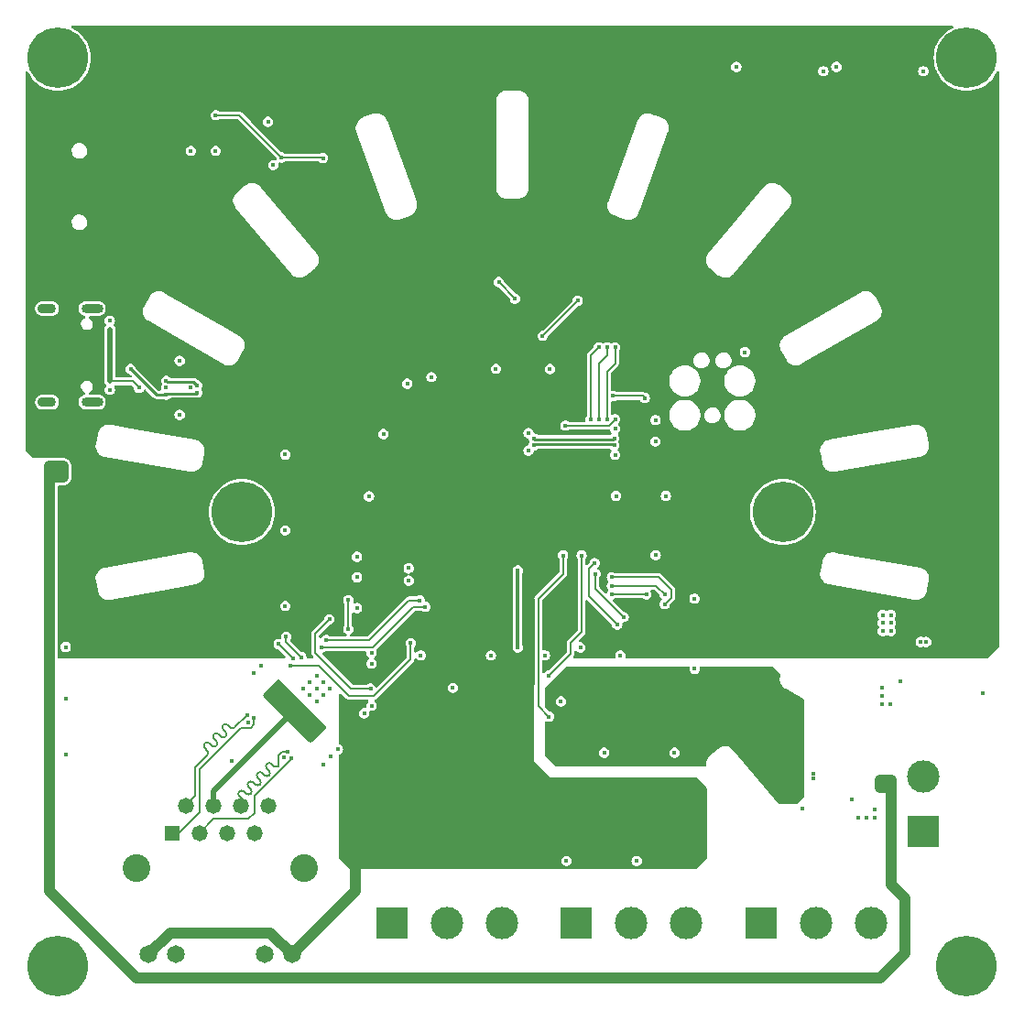
<source format=gbr>
%TF.GenerationSoftware,KiCad,Pcbnew,7.0.1*%
%TF.CreationDate,2023-07-17T00:53:44+01:00*%
%TF.ProjectId,Gateway Board,47617465-7761-4792-9042-6f6172642e6b,rev?*%
%TF.SameCoordinates,Original*%
%TF.FileFunction,Copper,L4,Bot*%
%TF.FilePolarity,Positive*%
%FSLAX46Y46*%
G04 Gerber Fmt 4.6, Leading zero omitted, Abs format (unit mm)*
G04 Created by KiCad (PCBNEW 7.0.1) date 2023-07-17 00:53:44*
%MOMM*%
%LPD*%
G01*
G04 APERTURE LIST*
%TA.AperFunction,ComponentPad*%
%ADD10R,3.000000X3.000000*%
%TD*%
%TA.AperFunction,ComponentPad*%
%ADD11C,3.000000*%
%TD*%
%TA.AperFunction,ComponentPad*%
%ADD12C,5.600000*%
%TD*%
%TA.AperFunction,ComponentPad*%
%ADD13O,2.000000X0.900000*%
%TD*%
%TA.AperFunction,ComponentPad*%
%ADD14O,1.700000X0.900000*%
%TD*%
%TA.AperFunction,ComponentPad*%
%ADD15R,1.478000X1.478000*%
%TD*%
%TA.AperFunction,ComponentPad*%
%ADD16C,1.478000*%
%TD*%
%TA.AperFunction,ComponentPad*%
%ADD17C,1.650000*%
%TD*%
%TA.AperFunction,ComponentPad*%
%ADD18C,2.565000*%
%TD*%
%TA.AperFunction,ViaPad*%
%ADD19C,0.450000*%
%TD*%
%TA.AperFunction,Conductor*%
%ADD20C,0.500000*%
%TD*%
%TA.AperFunction,Conductor*%
%ADD21C,0.200000*%
%TD*%
%TA.AperFunction,Conductor*%
%ADD22C,1.000000*%
%TD*%
%TA.AperFunction,Conductor*%
%ADD23C,0.250000*%
%TD*%
%TA.AperFunction,Conductor*%
%ADD24C,0.300000*%
%TD*%
G04 APERTURE END LIST*
D10*
%TO.P,J304,1,Pin_1*%
%TO.N,/Microcontroller/CANH1*%
X133920000Y-138000000D03*
D11*
%TO.P,J304,2,Pin_2*%
%TO.N,GND*%
X139000000Y-138000000D03*
%TO.P,J304,3,Pin_3*%
%TO.N,/Microcontroller/CANL1*%
X144080000Y-138000000D03*
%TD*%
D10*
%TO.P,J306,1,Pin_1*%
%TO.N,/Microcontroller/CANH3*%
X168000000Y-138000000D03*
D11*
%TO.P,J306,2,Pin_2*%
%TO.N,GND*%
X173080000Y-138000000D03*
%TO.P,J306,3,Pin_3*%
%TO.N,/Microcontroller/CANL3*%
X178160000Y-138000000D03*
%TD*%
D12*
%TO.P,H101,1,1*%
%TO.N,unconnected-(H101-Pad1)*%
X103000000Y-58000000D03*
%TD*%
D13*
%TO.P,J303,S1,SHIELD*%
%TO.N,unconnected-(J303-SHIELD-PadS1)*%
X106170000Y-81175000D03*
%TO.P,J303,S2,SHIELD*%
%TO.N,unconnected-(J303-SHIELD-PadS2)*%
X106170000Y-89825000D03*
D14*
%TO.P,J303,S3,SHIELD*%
%TO.N,unconnected-(J303-SHIELD-PadS3)*%
X102000000Y-81175000D03*
%TO.P,J303,S4,SHIELD*%
%TO.N,unconnected-(J303-SHIELD-PadS4)*%
X102000000Y-89825000D03*
%TD*%
D10*
%TO.P,J305,1,Pin_1*%
%TO.N,/Microcontroller/CANH2*%
X150920000Y-138000000D03*
D11*
%TO.P,J305,2,Pin_2*%
%TO.N,GND*%
X156000000Y-138000000D03*
%TO.P,J305,3,Pin_3*%
%TO.N,/Microcontroller/CANL2*%
X161080000Y-138000000D03*
%TD*%
D12*
%TO.P,H104,1,1*%
%TO.N,unconnected-(H104-Pad1)*%
X187000000Y-142000000D03*
%TD*%
D15*
%TO.P,J401,1,TD+*%
%TO.N,/Ethernet/TXP*%
X113555000Y-129650000D03*
D16*
%TO.P,J401,2,TD-*%
%TO.N,/Ethernet/TXN*%
X114825000Y-127110000D03*
%TO.P,J401,3,RD+*%
%TO.N,/Ethernet/RXP*%
X116095000Y-129650000D03*
%TO.P,J401,4,TCT*%
%TO.N,+3.3VA*%
X117365000Y-127110000D03*
%TO.P,J401,5,RCT*%
X118635000Y-129650000D03*
%TO.P,J401,6,RD-*%
%TO.N,/Ethernet/RXN*%
X119905000Y-127110000D03*
%TO.P,J401,7,NC*%
%TO.N,unconnected-(J401-NC-Pad7)*%
X121175000Y-129650000D03*
%TO.P,J401,8,CHS_GND*%
%TO.N,GND*%
X122445000Y-127110000D03*
D17*
%TO.P,J401,9*%
%TO.N,+3.3V*%
X111375000Y-140900000D03*
%TO.P,J401,10*%
%TO.N,/Ethernet/G_K*%
X113915000Y-140900000D03*
%TO.P,J401,11*%
%TO.N,/Ethernet/Y_K*%
X122085000Y-140900000D03*
%TO.P,J401,12*%
%TO.N,+3.3V*%
X124625000Y-140900000D03*
D18*
%TO.P,J401,S1,SHIELD*%
%TO.N,GND*%
X125745000Y-132950000D03*
%TO.P,J401,S2,SHIELD*%
X110255000Y-132950000D03*
%TD*%
D10*
%TO.P,J201,1,Pin_1*%
%TO.N,VIN_RAW*%
X183000000Y-129540000D03*
D11*
%TO.P,J201,2,Pin_2*%
%TO.N,GND*%
X183000000Y-124460000D03*
%TD*%
D12*
%TO.P,H103,1,1*%
%TO.N,unconnected-(H103-Pad1)*%
X187000000Y-58000000D03*
%TD*%
%TO.P,H105,1,1*%
%TO.N,unconnected-(H105-Pad1)*%
X120000000Y-100000000D03*
%TD*%
%TO.P,H106,1,1*%
%TO.N,unconnected-(H106-Pad1)*%
X170000000Y-100000000D03*
%TD*%
%TO.P,H102,1,1*%
%TO.N,unconnected-(H102-Pad1)*%
X103000000Y-142000000D03*
%TD*%
D19*
%TO.N,GND*%
X180844549Y-115650000D03*
X154500000Y-94700000D03*
X180000000Y-111000000D03*
X182750000Y-112000000D03*
X131760000Y-98530000D03*
X151300000Y-112500000D03*
X146500000Y-92700000D03*
X178500000Y-128250000D03*
X136530000Y-113240000D03*
X121775000Y-114172000D03*
X159200000Y-98500000D03*
X115275000Y-66600000D03*
X132000000Y-114000000D03*
X160000000Y-122250000D03*
X130650000Y-106020000D03*
X149500000Y-117500000D03*
X139500000Y-116250000D03*
X158260000Y-103980000D03*
X179250000Y-109500000D03*
X117575000Y-66600000D03*
X135425000Y-106324500D03*
X126900000Y-117500000D03*
X172800000Y-124650000D03*
X156500000Y-132250000D03*
X128168000Y-122615000D03*
X107800000Y-88700000D03*
X178500000Y-127500000D03*
X130650000Y-104130000D03*
X188500000Y-116750000D03*
X119100000Y-123000000D03*
X123883180Y-122696563D03*
X126900000Y-115100000D03*
X148480000Y-86760000D03*
X154500000Y-92300000D03*
X126900000Y-116300000D03*
X103729000Y-122452000D03*
X124000000Y-94680000D03*
X180000000Y-110250000D03*
X161850000Y-114490000D03*
X128874000Y-121923000D03*
X154980000Y-113250000D03*
X121082000Y-114870000D03*
X135300000Y-88125000D03*
X172800000Y-124150000D03*
X131300000Y-118600000D03*
X114250000Y-86000000D03*
X143480000Y-86750000D03*
X177000000Y-128250000D03*
X127500000Y-116900000D03*
X183250000Y-112000000D03*
X177750000Y-128250000D03*
X124000000Y-101680000D03*
X103723000Y-117245000D03*
X179944549Y-117750000D03*
X126300000Y-115700000D03*
X115230000Y-88500000D03*
X179194549Y-117750000D03*
X173750000Y-59225000D03*
X174960000Y-58830000D03*
X165710000Y-58820000D03*
X180000000Y-109500000D03*
X103724000Y-112466000D03*
X153500000Y-122250000D03*
X176400000Y-126600000D03*
X126300000Y-116900000D03*
X179194549Y-117000000D03*
X120592824Y-119405741D03*
X122425000Y-63900000D03*
X124010000Y-108680000D03*
X161840000Y-107990000D03*
X128100000Y-116300000D03*
X166500000Y-85200000D03*
X183000000Y-59225000D03*
X154588643Y-98497164D03*
X122900000Y-67900000D03*
X107800000Y-82300000D03*
X148020000Y-113240000D03*
X137520000Y-87510000D03*
X132000000Y-117900000D03*
X158240000Y-93480000D03*
X143030000Y-113250000D03*
X127491000Y-123330000D03*
X179194549Y-116250000D03*
X114250000Y-91000000D03*
X113000000Y-88500000D03*
X132000000Y-113024500D03*
X179250000Y-110250000D03*
X127500000Y-115700000D03*
X133100000Y-92775000D03*
X158250000Y-91480000D03*
X125700000Y-116300000D03*
X179250000Y-111000000D03*
X146500000Y-94300000D03*
X150000000Y-132250000D03*
X171800000Y-127400000D03*
X135425000Y-105175500D03*
X130650000Y-108870000D03*
%TO.N,+5V*%
X168500000Y-124500000D03*
X167500000Y-119500000D03*
X168500000Y-122500000D03*
X152530000Y-122230000D03*
X167500000Y-123500000D03*
X167750000Y-114500000D03*
X159050000Y-122240000D03*
X149510000Y-116520000D03*
X168500000Y-120500000D03*
X167500000Y-121500000D03*
%TO.N,VBUS*%
X107800000Y-87900000D03*
X107800000Y-83100000D03*
X110500000Y-88500000D03*
%TO.N,+3.3VA*%
X123378680Y-116125534D03*
X126878680Y-120375534D03*
X123378680Y-116875534D03*
X127378680Y-119875534D03*
X121975000Y-121225000D03*
X126878680Y-119375534D03*
X122950000Y-120230000D03*
X122628680Y-116875534D03*
X120855000Y-122345000D03*
%TO.N,+3.3V*%
X131760000Y-99490000D03*
X130650000Y-107920000D03*
X136250000Y-88125000D03*
X181250000Y-108500000D03*
X154010000Y-113250000D03*
X184500000Y-111000000D03*
X124800000Y-110800000D03*
X129600000Y-114000000D03*
X186000000Y-107750000D03*
X142510000Y-86760000D03*
X117550000Y-68800000D03*
X148990000Y-113250000D03*
X131000000Y-110700000D03*
X158250000Y-103010000D03*
X121950000Y-67900000D03*
X154588643Y-97502836D03*
X139500000Y-115250000D03*
X182750000Y-108500000D03*
X133100000Y-112900000D03*
X124000000Y-92280000D03*
X135750000Y-105750000D03*
X151000000Y-132250000D03*
X135700000Y-117200000D03*
X187500000Y-111000000D03*
X137480000Y-113250000D03*
X124000000Y-99280000D03*
X173750000Y-56225000D03*
X147510000Y-86760000D03*
X167750000Y-108000000D03*
X133125000Y-93750000D03*
X143990000Y-113250000D03*
X124000000Y-106280000D03*
X115275000Y-68800000D03*
X157500000Y-132250000D03*
X187500000Y-107750000D03*
X158250000Y-90520000D03*
X132570000Y-123990000D03*
X130650000Y-105080000D03*
X184500000Y-107750000D03*
X159200000Y-97500000D03*
X135450000Y-107250000D03*
X186000000Y-111000000D03*
X164400000Y-92400000D03*
X129582000Y-121231000D03*
X183000000Y-56250000D03*
%TO.N,NRST*%
X157400000Y-107600000D03*
X154200000Y-107600000D03*
%TO.N,SDMMC1_CD*%
X153750000Y-91424500D03*
X123675000Y-67200000D03*
X117575000Y-63300000D03*
X127500000Y-67250000D03*
X154500000Y-84750000D03*
%TO.N,SDMMC1_CMD*%
X143750000Y-78725500D03*
X145250000Y-80274500D03*
%TO.N,SDMMC1_DAT0*%
X152247097Y-91417114D03*
X153000000Y-84750000D03*
%TO.N,SDMMC1_DAT1*%
X153750000Y-84750000D03*
X153000000Y-91424500D03*
%TO.N,USB_DN*%
X115874177Y-88925000D03*
X113000000Y-89149503D03*
X109720000Y-86760000D03*
X147000000Y-93825000D03*
X154426078Y-93825000D03*
%TO.N,USB_DP*%
X113000000Y-87850497D03*
X154426078Y-93175000D03*
X115874177Y-88275000D03*
X147000000Y-93175000D03*
%TO.N,SWCLK*%
X157250000Y-89432500D03*
X154300000Y-89262000D03*
%TO.N,CAN_RX3*%
X154200000Y-106000000D03*
X159100000Y-108500000D03*
%TO.N,CAN_TX3*%
X154200000Y-106800000D03*
X159100000Y-107600000D03*
%TO.N,ETH_MDC*%
X129840000Y-108140000D03*
X129840000Y-110810000D03*
%TO.N,ETH_REF_CLK*%
X131900000Y-116300000D03*
X128100000Y-109900000D03*
%TO.N,SWO*%
X149900000Y-92000000D03*
X154500000Y-91400000D03*
%TO.N,ETH_TX_EN*%
X135600000Y-112100000D03*
X124500000Y-114200000D03*
%TO.N,BOOT0*%
X145500000Y-112500000D03*
X145500000Y-105400000D03*
%TO.N,ETH_TXD0*%
X136950000Y-108750000D03*
X127400000Y-112500000D03*
%TO.N,ETH_TXD1*%
X136450000Y-108150000D03*
X127800000Y-111825500D03*
%TO.N,CAN_RX1*%
X148380000Y-115100000D03*
X151410000Y-104000000D03*
%TO.N,CAN_TX1*%
X149700000Y-104000000D03*
X148380000Y-118900000D03*
%TO.N,CAN_RX2*%
X152600000Y-104700000D03*
X154700000Y-110400000D03*
%TO.N,CAN_TX2*%
X152700000Y-105700000D03*
X155300000Y-109700000D03*
%TO.N,ETH_INT*%
X125500000Y-113400000D03*
X124100000Y-111500000D03*
%TO.N,ETH_RST*%
X123400000Y-112200000D03*
X124700000Y-113500000D03*
%TO.N,/Ethernet/TXN*%
X120508599Y-118731487D03*
%TO.N,/Ethernet/TXP*%
X121100000Y-119000000D03*
%TO.N,/Ethernet/RXN*%
X124246751Y-122153249D03*
%TO.N,/Ethernet/RXP*%
X124529275Y-122763011D03*
%TO.N,VIN*%
X179000000Y-124750000D03*
X179000000Y-125500000D03*
X102250000Y-95750000D03*
X180000000Y-125500000D03*
X180000000Y-124750000D03*
X102250000Y-96750000D03*
X103500000Y-96750000D03*
X103500000Y-95750000D03*
%TO.N,BTN*%
X147800000Y-83700000D03*
X151050000Y-80450000D03*
%TD*%
D20*
%TO.N,VBUS*%
X107800000Y-83100000D02*
X107800000Y-87900000D01*
D21*
X109900000Y-87900000D02*
X107800000Y-87900000D01*
X110500000Y-88500000D02*
X109900000Y-87900000D01*
D20*
%TO.N,+3.3VA*%
X123378680Y-116875534D02*
X124480000Y-117976854D01*
X117365000Y-125835000D02*
X117365000Y-127110000D01*
X120855000Y-122345000D02*
X117365000Y-125835000D01*
X124480000Y-117976854D02*
X124480000Y-118720000D01*
X120855000Y-122345000D02*
X121975000Y-121225000D01*
X124480000Y-118720000D02*
X121975000Y-121225000D01*
D22*
%TO.N,+3.3V*%
X124625000Y-140900000D02*
X130500000Y-135025000D01*
X122625000Y-138900000D02*
X124625000Y-140900000D01*
X111375000Y-140900000D02*
X113375000Y-138900000D01*
X130500000Y-135025000D02*
X130500000Y-133200000D01*
X113375000Y-138900000D02*
X122625000Y-138900000D01*
X130500000Y-133200000D02*
X130500000Y-131700000D01*
D21*
%TO.N,NRST*%
X154200000Y-107600000D02*
X157400000Y-107600000D01*
%TO.N,SDMMC1_CD*%
X117575000Y-63300000D02*
X119775000Y-63300000D01*
X127450000Y-67200000D02*
X127500000Y-67250000D01*
X119775000Y-63300000D02*
X123675000Y-67200000D01*
X154500000Y-86250000D02*
X154500000Y-84750000D01*
X123675000Y-67200000D02*
X127450000Y-67200000D01*
X153750000Y-87000000D02*
X154500000Y-86250000D01*
X153750000Y-91424500D02*
X153750000Y-87000000D01*
%TO.N,SDMMC1_CMD*%
X145250000Y-80274500D02*
X145250000Y-80225500D01*
X145250000Y-80225500D02*
X143750000Y-78725500D01*
%TO.N,SDMMC1_DAT0*%
X152247097Y-91417114D02*
X152250000Y-91414211D01*
X152250000Y-91414211D02*
X152250000Y-85500000D01*
X152250000Y-85500000D02*
X153000000Y-84750000D01*
%TO.N,SDMMC1_DAT1*%
X153000000Y-91424500D02*
X153000000Y-86250000D01*
X153750000Y-85500000D02*
X153750000Y-84750000D01*
X153000000Y-86250000D02*
X153750000Y-85500000D01*
D23*
%TO.N,USB_DN*%
X154426078Y-93825000D02*
X154326079Y-93725001D01*
X154326079Y-93725001D02*
X147099999Y-93725001D01*
X109720000Y-86760000D02*
X112109503Y-89149503D01*
X115749177Y-89050000D02*
X115874177Y-88925000D01*
X113000000Y-89149503D02*
X113099503Y-89050000D01*
X113099503Y-89050000D02*
X115749177Y-89050000D01*
X112109503Y-89149503D02*
X113000000Y-89149503D01*
X147099999Y-93725001D02*
X147000000Y-93825000D01*
%TO.N,USB_DP*%
X147099999Y-93274999D02*
X147000000Y-93175000D01*
X154326079Y-93274999D02*
X147099999Y-93274999D01*
X154426078Y-93175000D02*
X154326079Y-93274999D01*
X115549177Y-87950000D02*
X115874177Y-88275000D01*
X113000000Y-87850497D02*
X113099503Y-87950000D01*
X113099503Y-87950000D02*
X115549177Y-87950000D01*
D21*
%TO.N,SWCLK*%
X154300000Y-89262000D02*
X157079500Y-89262000D01*
X157079500Y-89262000D02*
X157250000Y-89432500D01*
%TO.N,CAN_RX3*%
X159700000Y-107900000D02*
X159700000Y-107200000D01*
X159100000Y-108500000D02*
X159700000Y-107900000D01*
X158500000Y-106000000D02*
X154200000Y-106000000D01*
X159700000Y-107200000D02*
X158500000Y-106000000D01*
%TO.N,CAN_TX3*%
X158300000Y-106800000D02*
X159100000Y-107600000D01*
X154200000Y-106800000D02*
X158300000Y-106800000D01*
%TO.N,ETH_MDC*%
X129840000Y-110810000D02*
X129840000Y-108140000D01*
%TO.N,ETH_REF_CLK*%
X130100000Y-116300000D02*
X131900000Y-116300000D01*
X126800000Y-113000000D02*
X130100000Y-116300000D01*
X128100000Y-109900000D02*
X126800000Y-111200000D01*
X126800000Y-111200000D02*
X126800000Y-113000000D01*
%TO.N,SWO*%
X149900000Y-92000000D02*
X153916963Y-92000000D01*
X154500000Y-91416963D02*
X154500000Y-91400000D01*
X153916963Y-92000000D02*
X154500000Y-91416963D01*
%TO.N,ETH_TX_EN*%
X135600000Y-112100000D02*
X135600000Y-113600000D01*
X127100000Y-114200000D02*
X124500000Y-114200000D01*
X132200000Y-117000000D02*
X129900000Y-117000000D01*
X135600000Y-113600000D02*
X132200000Y-117000000D01*
X129900000Y-117000000D02*
X127100000Y-114200000D01*
D24*
%TO.N,BOOT0*%
X145500000Y-112500000D02*
X145500000Y-105400000D01*
D21*
%TO.N,ETH_TXD0*%
X127400000Y-112500000D02*
X132100000Y-112500000D01*
X132100000Y-112500000D02*
X135850000Y-108750000D01*
X135850000Y-108750000D02*
X136950000Y-108750000D01*
%TO.N,ETH_TXD1*%
X131758814Y-111825500D02*
X135434314Y-108150000D01*
X135434314Y-108150000D02*
X136450000Y-108150000D01*
X127800000Y-111825500D02*
X131758814Y-111825500D01*
%TO.N,CAN_RX1*%
X150400000Y-112100000D02*
X150400000Y-113080000D01*
X151410000Y-104000000D02*
X151410000Y-111090000D01*
X151410000Y-111090000D02*
X150400000Y-112100000D01*
X150400000Y-113080000D02*
X148380000Y-115100000D01*
%TO.N,CAN_TX1*%
X147400000Y-117920000D02*
X148380000Y-118900000D01*
X147400000Y-108000000D02*
X147400000Y-117920000D01*
X149700000Y-104000000D02*
X149700000Y-105700000D01*
X149700000Y-105700000D02*
X147400000Y-108000000D01*
%TO.N,CAN_RX2*%
X152075000Y-105225000D02*
X152075000Y-107775000D01*
X152600000Y-104700000D02*
X152075000Y-105225000D01*
X152075000Y-107775000D02*
X154700000Y-110400000D01*
%TO.N,CAN_TX2*%
X152700000Y-107100000D02*
X155300000Y-109700000D01*
X152700000Y-105700000D02*
X152700000Y-107100000D01*
%TO.N,ETH_INT*%
X124100000Y-111500000D02*
X124100000Y-112000000D01*
X124100000Y-112000000D02*
X125500000Y-113400000D01*
%TO.N,ETH_RST*%
X124700000Y-113500000D02*
X123400000Y-112200000D01*
%TO.N,/Ethernet/TXN*%
X117226728Y-121605109D02*
X117000458Y-121378839D01*
X118923786Y-119908051D02*
X118697508Y-119681773D01*
X115700000Y-123556102D02*
X115700000Y-126235000D01*
X115700000Y-126235000D02*
X114825000Y-127110000D01*
X116802463Y-122453636D02*
X116802464Y-122453637D01*
X120508599Y-118731487D02*
X120508599Y-118747503D01*
X118499522Y-120756579D02*
X118499522Y-120756580D01*
X118499521Y-120756578D02*
X118499522Y-120756579D01*
X117424697Y-120954548D02*
X117650992Y-121180843D01*
X117650992Y-121605107D02*
X117650993Y-121605108D01*
X120508599Y-118747503D02*
X119348051Y-119908051D01*
X118075257Y-120756580D02*
X117848961Y-120530284D01*
X117650993Y-121605108D02*
X117650993Y-121605109D01*
X118273244Y-120106037D02*
X118499521Y-120332314D01*
X118923785Y-119908051D02*
X118923786Y-119908051D01*
X116576194Y-121803103D02*
X116802463Y-122029372D01*
X117226727Y-121605109D02*
X117226728Y-121605109D01*
X118075256Y-120756580D02*
X118075257Y-120756580D01*
X116802464Y-122453637D02*
X115700000Y-123556102D01*
X116802459Y-122453632D02*
G75*
G03*
X116802463Y-122029372I-212159J212132D01*
G01*
X118273239Y-119681768D02*
G75*
G03*
X118273244Y-120106037I212161J-212132D01*
G01*
X117848960Y-120530285D02*
G75*
G03*
X117424698Y-120530285I-212131J-212131D01*
G01*
X118075256Y-120756580D02*
G75*
G03*
X118499522Y-120756580I212133J212134D01*
G01*
X117000457Y-121378840D02*
G75*
G03*
X116576195Y-121378840I-212131J-212131D01*
G01*
X118697507Y-119681774D02*
G75*
G03*
X118273245Y-119681774I-212131J-212131D01*
G01*
X118499475Y-120756532D02*
G75*
G03*
X118499521Y-120332314I-212075J212132D01*
G01*
X117651017Y-121605132D02*
G75*
G03*
X117650992Y-121180843I-212117J212132D01*
G01*
X118923785Y-119908051D02*
G75*
G03*
X119348051Y-119908051I212133J212134D01*
G01*
X117226727Y-121605109D02*
G75*
G03*
X117650993Y-121605109I212133J212134D01*
G01*
X117424682Y-120530269D02*
G75*
G03*
X117424698Y-120954547I212118J-212131D01*
G01*
X116576223Y-121378868D02*
G75*
G03*
X116576194Y-121803103I212077J-212132D01*
G01*
%TO.N,/Ethernet/TXP*%
X116100000Y-127720000D02*
X114170000Y-129650000D01*
X120810287Y-119930741D02*
X119909259Y-119930741D01*
X114170000Y-129650000D02*
X113555000Y-129650000D01*
X119909259Y-119930741D02*
X116100000Y-123740000D01*
X121117824Y-119623204D02*
X120810287Y-119930741D01*
X121117824Y-118982176D02*
X121117824Y-119623204D01*
X116100000Y-123740000D02*
X116100000Y-127720000D01*
X121100000Y-119000000D02*
X121117824Y-118982176D01*
%TO.N,/Ethernet/RXN*%
X122085385Y-124324663D02*
X122085386Y-124324663D01*
X119964064Y-126870249D02*
X119905000Y-126929314D01*
X120611156Y-125396019D02*
X120812592Y-125597455D01*
X122308214Y-123698961D02*
X122509650Y-123900397D01*
X122085386Y-124324663D02*
X121883958Y-124123235D01*
X121459694Y-124547499D02*
X121661121Y-124748926D01*
X122933915Y-123476134D02*
X122732478Y-123274697D01*
X119905000Y-126929314D02*
X119905000Y-127110000D01*
X120388328Y-126021721D02*
X120186900Y-125820293D01*
X120388327Y-126021721D02*
X120388328Y-126021721D01*
X123684031Y-122153249D02*
X123358180Y-122479100D01*
X122933914Y-123476134D02*
X122933915Y-123476134D01*
X122509650Y-124324661D02*
X122509651Y-124324663D01*
X121236856Y-125173192D02*
X121236857Y-125173192D01*
X120812592Y-126021719D02*
X120812593Y-126021721D01*
X124246751Y-122153249D02*
X123684031Y-122153249D01*
X123358180Y-122479100D02*
X123358180Y-123476134D01*
X121236857Y-125173192D02*
X121035420Y-124971755D01*
X121661121Y-125173190D02*
X121661122Y-125173192D01*
X119762636Y-126244557D02*
X119964063Y-126445984D01*
X119964063Y-126870248D02*
X119964064Y-126870249D01*
X121459727Y-124123268D02*
G75*
G03*
X121459694Y-124547499I212073J-212132D01*
G01*
X122933914Y-123476134D02*
G75*
G03*
X123358180Y-123476134I212133J212134D01*
G01*
X121883957Y-124123236D02*
G75*
G03*
X121459695Y-124123236I-212131J-212131D01*
G01*
X120186899Y-125820294D02*
G75*
G03*
X119762637Y-125820294I-212131J-212131D01*
G01*
X120388327Y-126021721D02*
G75*
G03*
X120812593Y-126021721I212133J212134D01*
G01*
X122509621Y-124324632D02*
G75*
G03*
X122509650Y-123900397I-212121J212132D01*
G01*
X121035419Y-124971756D02*
G75*
G03*
X120611157Y-124971756I-212131J-212131D01*
G01*
X122085385Y-124324663D02*
G75*
G03*
X122509651Y-124324663I212133J212134D01*
G01*
X122732477Y-123274698D02*
G75*
G03*
X122308215Y-123274698I-212131J-212131D01*
G01*
X121661162Y-125173231D02*
G75*
G03*
X121661120Y-124748927I-212162J212131D01*
G01*
X121236856Y-125173192D02*
G75*
G03*
X121661122Y-125173192I212133J212134D01*
G01*
X119964047Y-126870232D02*
G75*
G03*
X119964063Y-126445984I-212147J212132D01*
G01*
X122308186Y-123274669D02*
G75*
G03*
X122308215Y-123698960I212114J-212131D01*
G01*
X119762611Y-125820268D02*
G75*
G03*
X119762636Y-126244557I212189J-212132D01*
G01*
X120611169Y-124971768D02*
G75*
G03*
X120611156Y-125396019I212131J-212132D01*
G01*
X120812604Y-126021731D02*
G75*
G03*
X120812591Y-125597456I-212104J212131D01*
G01*
%TO.N,/Ethernet/RXP*%
X117385000Y-128360000D02*
X116095000Y-129650000D01*
X120600000Y-128360000D02*
X117385000Y-128360000D01*
X121160000Y-126240000D02*
X121160000Y-127800000D01*
X124529275Y-122763011D02*
X124529275Y-122870725D01*
X124529275Y-122870725D02*
X121160000Y-126240000D01*
X121160000Y-127800000D02*
X120600000Y-128360000D01*
D22*
%TO.N,VIN*%
X180000000Y-134400000D02*
X180000000Y-125500000D01*
X102250000Y-95750000D02*
X103500000Y-95750000D01*
X180000000Y-125500000D02*
X179000000Y-125500000D01*
X102250000Y-96750000D02*
X102250000Y-95750000D01*
X102250000Y-135050000D02*
X110300000Y-143100000D01*
X180000000Y-124750000D02*
X180000000Y-125500000D01*
X103500000Y-96750000D02*
X102250000Y-96750000D01*
X179000000Y-143100000D02*
X181300000Y-140800000D01*
X181300000Y-140800000D02*
X181300000Y-135700000D01*
X179000000Y-125500000D02*
X179000000Y-124750000D01*
X179000000Y-124750000D02*
X180000000Y-124750000D01*
X102250000Y-97050000D02*
X102250000Y-135050000D01*
X110300000Y-143100000D02*
X179000000Y-143100000D01*
X102250000Y-97050000D02*
X102250000Y-96750000D01*
X103500000Y-95750000D02*
X103500000Y-96750000D01*
X181300000Y-135700000D02*
X180000000Y-134400000D01*
D21*
%TO.N,BTN*%
X151050000Y-80450000D02*
X147800000Y-83700000D01*
%TD*%
%TA.AperFunction,Conductor*%
%TO.N,+3.3V*%
G36*
X185711494Y-55018773D02*
G01*
X185757189Y-55068205D01*
X185770322Y-55134229D01*
X185747022Y-55197386D01*
X185694156Y-55239061D01*
X185674356Y-55247262D01*
X185374479Y-55412998D01*
X185095041Y-55611268D01*
X184839572Y-55839572D01*
X184611268Y-56095041D01*
X184412998Y-56374479D01*
X184247263Y-56674353D01*
X184116147Y-56990893D01*
X184021295Y-57320132D01*
X183963904Y-57657913D01*
X183944693Y-57999999D01*
X183963904Y-58342086D01*
X184021295Y-58679867D01*
X184116147Y-59009106D01*
X184222962Y-59266978D01*
X184247264Y-59325648D01*
X184412998Y-59625521D01*
X184524895Y-59783226D01*
X184611268Y-59904958D01*
X184753191Y-60063768D01*
X184839572Y-60160428D01*
X184947732Y-60257086D01*
X185095041Y-60388731D01*
X185095047Y-60388735D01*
X185374479Y-60587002D01*
X185674352Y-60752736D01*
X185873963Y-60835417D01*
X185990893Y-60883852D01*
X185990894Y-60883852D01*
X185990896Y-60883853D01*
X186320130Y-60978704D01*
X186657914Y-61036096D01*
X187000000Y-61055307D01*
X187342086Y-61036096D01*
X187679870Y-60978704D01*
X188009104Y-60883853D01*
X188325648Y-60752736D01*
X188625521Y-60587002D01*
X188904953Y-60388735D01*
X188904955Y-60388732D01*
X188904958Y-60388731D01*
X188955607Y-60343466D01*
X189160428Y-60160428D01*
X189388735Y-59904953D01*
X189587002Y-59625521D01*
X189752736Y-59325648D01*
X189760939Y-59305843D01*
X189802614Y-59252978D01*
X189865771Y-59229678D01*
X189931795Y-59242811D01*
X189981227Y-59288506D01*
X189999500Y-59353296D01*
X189999500Y-112449138D01*
X189990061Y-112496591D01*
X189963181Y-112536819D01*
X189036319Y-113463681D01*
X188996091Y-113490561D01*
X188948638Y-113500000D01*
X155567549Y-113500000D01*
X155500510Y-113480315D01*
X155454755Y-113427511D01*
X155444811Y-113358353D01*
X155445503Y-113353543D01*
X155460390Y-113250000D01*
X155440931Y-113114658D01*
X155440246Y-113113159D01*
X155384130Y-112990282D01*
X155333121Y-112931414D01*
X155294589Y-112886945D01*
X155294588Y-112886944D01*
X155294587Y-112886943D01*
X155179562Y-112813022D01*
X155048367Y-112774500D01*
X154911633Y-112774500D01*
X154780437Y-112813022D01*
X154665412Y-112886943D01*
X154575869Y-112990282D01*
X154519068Y-113114657D01*
X154499736Y-113249126D01*
X154499610Y-113250000D01*
X154512756Y-113341437D01*
X154515189Y-113358353D01*
X154505245Y-113427511D01*
X154459490Y-113480315D01*
X154392451Y-113500000D01*
X150771691Y-113500000D01*
X150707121Y-113481862D01*
X150661441Y-113432753D01*
X150648015Y-113367041D01*
X150670770Y-113303952D01*
X150679570Y-113291625D01*
X150682604Y-113287556D01*
X150712517Y-113249126D01*
X150712517Y-113249124D01*
X150717107Y-113243228D01*
X150719239Y-113236067D01*
X150733131Y-113189401D01*
X150734686Y-113184549D01*
X150750500Y-113138488D01*
X150750500Y-113138485D01*
X150752925Y-113131421D01*
X150752616Y-113123956D01*
X150752617Y-113123954D01*
X150750605Y-113075331D01*
X150750500Y-113070208D01*
X150750500Y-112924410D01*
X150764830Y-112866543D01*
X150804510Y-112822051D01*
X150860366Y-112801218D01*
X150919489Y-112808859D01*
X150968214Y-112843208D01*
X150985412Y-112863056D01*
X151100437Y-112936977D01*
X151100439Y-112936978D01*
X151231633Y-112975500D01*
X151368367Y-112975500D01*
X151499561Y-112936978D01*
X151614589Y-112863055D01*
X151704130Y-112759718D01*
X151760931Y-112635342D01*
X151780390Y-112500000D01*
X151760931Y-112364658D01*
X151760199Y-112363056D01*
X151704130Y-112240282D01*
X151614587Y-112136943D01*
X151499562Y-112063022D01*
X151368367Y-112024500D01*
X151270544Y-112024500D01*
X151214249Y-112010985D01*
X151201387Y-112000000D01*
X182269610Y-112000000D01*
X182289068Y-112135342D01*
X182345869Y-112259717D01*
X182435412Y-112363056D01*
X182526527Y-112421611D01*
X182550439Y-112436978D01*
X182681633Y-112475500D01*
X182818367Y-112475500D01*
X182949561Y-112436978D01*
X182949562Y-112436976D01*
X182965065Y-112432425D01*
X183000000Y-112427402D01*
X183034935Y-112432425D01*
X183050437Y-112436976D01*
X183050439Y-112436978D01*
X183181633Y-112475500D01*
X183318367Y-112475500D01*
X183449561Y-112436978D01*
X183564589Y-112363055D01*
X183654130Y-112259718D01*
X183710931Y-112135342D01*
X183730390Y-112000000D01*
X183710931Y-111864658D01*
X183709800Y-111862182D01*
X183654130Y-111740282D01*
X183564589Y-111636945D01*
X183564588Y-111636944D01*
X183564587Y-111636943D01*
X183449562Y-111563022D01*
X183318367Y-111524500D01*
X183181633Y-111524500D01*
X183181632Y-111524500D01*
X183034933Y-111567573D01*
X182965065Y-111567573D01*
X182818368Y-111524500D01*
X182818367Y-111524500D01*
X182681633Y-111524500D01*
X182550437Y-111563022D01*
X182435412Y-111636943D01*
X182345869Y-111740282D01*
X182289068Y-111864657D01*
X182269610Y-112000000D01*
X151201387Y-112000000D01*
X151170226Y-111973385D01*
X151148071Y-111919898D01*
X151152613Y-111862182D01*
X151182863Y-111812819D01*
X151495681Y-111500000D01*
X151623046Y-111372634D01*
X151642903Y-111356510D01*
X151650669Y-111351437D01*
X151668496Y-111328531D01*
X151678228Y-111317511D01*
X151678370Y-111317311D01*
X151678376Y-111317306D01*
X151689586Y-111301603D01*
X151692600Y-111297561D01*
X151722517Y-111259126D01*
X151722517Y-111259124D01*
X151727107Y-111253228D01*
X151729238Y-111246067D01*
X151729240Y-111246066D01*
X151743129Y-111199412D01*
X151744679Y-111194569D01*
X151760500Y-111148488D01*
X151760500Y-111148484D01*
X151762925Y-111141420D01*
X151762616Y-111133955D01*
X151762617Y-111133954D01*
X151760606Y-111085321D01*
X151760500Y-111080198D01*
X151760500Y-111000000D01*
X178769610Y-111000000D01*
X178789068Y-111135342D01*
X178845869Y-111259717D01*
X178935412Y-111363056D01*
X179016291Y-111415033D01*
X179050439Y-111436978D01*
X179181633Y-111475500D01*
X179318367Y-111475500D01*
X179449561Y-111436978D01*
X179557963Y-111367313D01*
X179624999Y-111347630D01*
X179692037Y-111367314D01*
X179766291Y-111415033D01*
X179800439Y-111436978D01*
X179931633Y-111475500D01*
X180068367Y-111475500D01*
X180199561Y-111436978D01*
X180314589Y-111363055D01*
X180404130Y-111259718D01*
X180460931Y-111135342D01*
X180480390Y-111000000D01*
X180460931Y-110864658D01*
X180448289Y-110836977D01*
X180432530Y-110802469D01*
X180404130Y-110740282D01*
X180374598Y-110706200D01*
X180347808Y-110654234D01*
X180347808Y-110595766D01*
X180374598Y-110543799D01*
X180404130Y-110509718D01*
X180460931Y-110385342D01*
X180480390Y-110250000D01*
X180460931Y-110114658D01*
X180404130Y-109990282D01*
X180374598Y-109956200D01*
X180347808Y-109904234D01*
X180347808Y-109845766D01*
X180374598Y-109793799D01*
X180404130Y-109759718D01*
X180460931Y-109635342D01*
X180480390Y-109500000D01*
X180460931Y-109364658D01*
X180433111Y-109303742D01*
X180404130Y-109240282D01*
X180330667Y-109155500D01*
X180314589Y-109136945D01*
X180314588Y-109136944D01*
X180314587Y-109136943D01*
X180199562Y-109063022D01*
X180068367Y-109024500D01*
X179931633Y-109024500D01*
X179800439Y-109063021D01*
X179742121Y-109100500D01*
X179692037Y-109132686D01*
X179625000Y-109152370D01*
X179557962Y-109132686D01*
X179494798Y-109092093D01*
X179449560Y-109063021D01*
X179318367Y-109024500D01*
X179181633Y-109024500D01*
X179050437Y-109063022D01*
X178935412Y-109136943D01*
X178845869Y-109240282D01*
X178789068Y-109364657D01*
X178769610Y-109500000D01*
X178789068Y-109635342D01*
X178845869Y-109759717D01*
X178875400Y-109793798D01*
X178902191Y-109845766D01*
X178902191Y-109904234D01*
X178875400Y-109956202D01*
X178845869Y-109990282D01*
X178789068Y-110114657D01*
X178769610Y-110250000D01*
X178789068Y-110385342D01*
X178845869Y-110509717D01*
X178875400Y-110543798D01*
X178902191Y-110595766D01*
X178902191Y-110654234D01*
X178875400Y-110706202D01*
X178845869Y-110740282D01*
X178789068Y-110864657D01*
X178769610Y-111000000D01*
X151760500Y-111000000D01*
X151760500Y-108255544D01*
X151774015Y-108199249D01*
X151811615Y-108155226D01*
X151865102Y-108133071D01*
X151922818Y-108137613D01*
X151972181Y-108167863D01*
X154192993Y-110388675D01*
X154216195Y-110420851D01*
X154228050Y-110458707D01*
X154239069Y-110535342D01*
X154239070Y-110535344D01*
X154295868Y-110659716D01*
X154385412Y-110763056D01*
X154500437Y-110836977D01*
X154500439Y-110836978D01*
X154631633Y-110875500D01*
X154768367Y-110875500D01*
X154899561Y-110836978D01*
X155014589Y-110763055D01*
X155104130Y-110659718D01*
X155160931Y-110535342D01*
X155180390Y-110400000D01*
X155168478Y-110317146D01*
X155178422Y-110247988D01*
X155224177Y-110195184D01*
X155291216Y-110175500D01*
X155368367Y-110175500D01*
X155499561Y-110136978D01*
X155614589Y-110063055D01*
X155704130Y-109959718D01*
X155760931Y-109835342D01*
X155780390Y-109700000D01*
X155760931Y-109564658D01*
X155731402Y-109500000D01*
X155704130Y-109440282D01*
X155690455Y-109424500D01*
X155614589Y-109336945D01*
X155614588Y-109336944D01*
X155614587Y-109336943D01*
X155499562Y-109263022D01*
X155361694Y-109222540D01*
X155324091Y-109215061D01*
X155283863Y-109188181D01*
X154341019Y-108245337D01*
X154309118Y-108190461D01*
X154308552Y-108126988D01*
X154339469Y-108071552D01*
X154393764Y-108038679D01*
X154399561Y-108036978D01*
X154503496Y-107970183D01*
X154570534Y-107950500D01*
X157029466Y-107950500D01*
X157096503Y-107970183D01*
X157200439Y-108036978D01*
X157331633Y-108075500D01*
X157468367Y-108075500D01*
X157599561Y-108036978D01*
X157714589Y-107963055D01*
X157804130Y-107859718D01*
X157860931Y-107735342D01*
X157880390Y-107600000D01*
X157860931Y-107464658D01*
X157859291Y-107461068D01*
X157797613Y-107326012D01*
X157786723Y-107265654D01*
X157806091Y-107207461D01*
X157850980Y-107165668D01*
X157910407Y-107150500D01*
X158103456Y-107150500D01*
X158150909Y-107159939D01*
X158191137Y-107186819D01*
X158592993Y-107588674D01*
X158616195Y-107620850D01*
X158628050Y-107658706D01*
X158639069Y-107735342D01*
X158639070Y-107735344D01*
X158695868Y-107859716D01*
X158790387Y-107968798D01*
X158817178Y-108020766D01*
X158817178Y-108079234D01*
X158790387Y-108131202D01*
X158695869Y-108240282D01*
X158639068Y-108364657D01*
X158619610Y-108500000D01*
X158639068Y-108635342D01*
X158695869Y-108759717D01*
X158785412Y-108863056D01*
X158900437Y-108936977D01*
X158900439Y-108936978D01*
X159031633Y-108975500D01*
X159168367Y-108975500D01*
X159299561Y-108936978D01*
X159414589Y-108863055D01*
X159504130Y-108759718D01*
X159560931Y-108635342D01*
X159571949Y-108558707D01*
X159583802Y-108520852D01*
X159607002Y-108488678D01*
X159913046Y-108182634D01*
X159932903Y-108166510D01*
X159940669Y-108161437D01*
X159958496Y-108138531D01*
X159968232Y-108127507D01*
X159969778Y-108125342D01*
X159979561Y-108111637D01*
X159982610Y-108107548D01*
X160012517Y-108069126D01*
X160012517Y-108069124D01*
X160017108Y-108063227D01*
X160021046Y-108050000D01*
X160033129Y-108009412D01*
X160034679Y-108004569D01*
X160039681Y-107990000D01*
X161359610Y-107990000D01*
X161361223Y-108001216D01*
X161379068Y-108125342D01*
X161435869Y-108249717D01*
X161525412Y-108353056D01*
X161640437Y-108426977D01*
X161640439Y-108426978D01*
X161771633Y-108465500D01*
X161908367Y-108465500D01*
X162039561Y-108426978D01*
X162154589Y-108353055D01*
X162244130Y-108249718D01*
X162300931Y-108125342D01*
X162320390Y-107990000D01*
X162301226Y-107856712D01*
X162300931Y-107854657D01*
X162244130Y-107730282D01*
X162189387Y-107667105D01*
X162154589Y-107626945D01*
X162154588Y-107626944D01*
X162154587Y-107626943D01*
X162039562Y-107553022D01*
X161908367Y-107514500D01*
X161771633Y-107514500D01*
X161640437Y-107553022D01*
X161525412Y-107626943D01*
X161435869Y-107730282D01*
X161379068Y-107854657D01*
X161363484Y-107963055D01*
X161359610Y-107990000D01*
X160039681Y-107990000D01*
X160050500Y-107958488D01*
X160050500Y-107958485D01*
X160052925Y-107951421D01*
X160052616Y-107943956D01*
X160052617Y-107943954D01*
X160050605Y-107895331D01*
X160050500Y-107890208D01*
X160050500Y-107249207D01*
X160053139Y-107223761D01*
X160053173Y-107223594D01*
X160055042Y-107214685D01*
X160051452Y-107185884D01*
X160050540Y-107171205D01*
X160050500Y-107170965D01*
X160050500Y-107170960D01*
X160047331Y-107151972D01*
X160046594Y-107146915D01*
X160043800Y-107124500D01*
X160040573Y-107098607D01*
X160040572Y-107098605D01*
X160039648Y-107091191D01*
X160036092Y-107084620D01*
X160036092Y-107084619D01*
X160012925Y-107041811D01*
X160010581Y-107037256D01*
X159985918Y-106986805D01*
X159980418Y-106981742D01*
X159944587Y-106948757D01*
X159940914Y-106945232D01*
X158782638Y-105786956D01*
X158766509Y-105767094D01*
X158761437Y-105759330D01*
X158738533Y-105741504D01*
X158727508Y-105731768D01*
X158711653Y-105720448D01*
X158707544Y-105717384D01*
X158663229Y-105682892D01*
X158609409Y-105666869D01*
X158604531Y-105665306D01*
X158551421Y-105647074D01*
X158495332Y-105649394D01*
X158490208Y-105649500D01*
X154570534Y-105649500D01*
X154503496Y-105629816D01*
X154479363Y-105614307D01*
X173456850Y-105614307D01*
X173456857Y-105789380D01*
X173487264Y-105961786D01*
X173547147Y-106126295D01*
X173634689Y-106277910D01*
X173747222Y-106412014D01*
X173881338Y-106524545D01*
X173968869Y-106575077D01*
X174032956Y-106612076D01*
X174197469Y-106671950D01*
X174264781Y-106683817D01*
X174264783Y-106683818D01*
X174283575Y-106687131D01*
X174283576Y-106687132D01*
X182117248Y-108068419D01*
X182117614Y-108068553D01*
X182161591Y-108076240D01*
X182162862Y-108076469D01*
X182185178Y-108080609D01*
X182186427Y-108080581D01*
X182202734Y-108083432D01*
X182202876Y-108083456D01*
X182248346Y-108091475D01*
X182423405Y-108091480D01*
X182595806Y-108061085D01*
X182760309Y-108001216D01*
X182911917Y-107913691D01*
X183046023Y-107801170D01*
X183158554Y-107667071D01*
X183246089Y-107515468D01*
X183305968Y-107350969D01*
X183321015Y-107265654D01*
X183321171Y-107264771D01*
X183321171Y-107264770D01*
X183328396Y-107223905D01*
X183328399Y-107223766D01*
X183335079Y-107185884D01*
X183481676Y-106354492D01*
X183481857Y-106354116D01*
X183494703Y-106280621D01*
X183494976Y-106279112D01*
X183499138Y-106256917D01*
X183499103Y-106255448D01*
X183500037Y-106250108D01*
X183500079Y-106250115D01*
X183500066Y-106249933D01*
X183509974Y-106193753D01*
X183509978Y-106018693D01*
X183479583Y-105846291D01*
X183457989Y-105786956D01*
X183419713Y-105681785D01*
X183367379Y-105591137D01*
X183332186Y-105530177D01*
X183219662Y-105396071D01*
X183219660Y-105396069D01*
X183219659Y-105396068D01*
X183085563Y-105283542D01*
X182988142Y-105227293D01*
X182933956Y-105196007D01*
X182851704Y-105166067D01*
X182769453Y-105136128D01*
X182701127Y-105124079D01*
X182701111Y-105124075D01*
X174879324Y-103744883D01*
X174878952Y-103744704D01*
X174855376Y-103740583D01*
X174855200Y-103740515D01*
X174855196Y-103740542D01*
X174718599Y-103716462D01*
X174543525Y-103716467D01*
X174371117Y-103746875D01*
X174206604Y-103806761D01*
X174054990Y-103894303D01*
X173920882Y-104006842D01*
X173808351Y-104140962D01*
X173720824Y-104292581D01*
X173660952Y-104457100D01*
X173644143Y-104552458D01*
X173644142Y-104552465D01*
X173480945Y-105477993D01*
X173480823Y-105478307D01*
X173456850Y-105614307D01*
X154479363Y-105614307D01*
X154402107Y-105564658D01*
X154399560Y-105563021D01*
X154268367Y-105524500D01*
X154131633Y-105524500D01*
X154000437Y-105563022D01*
X153885412Y-105636943D01*
X153795869Y-105740282D01*
X153739068Y-105864657D01*
X153719610Y-105999999D01*
X153739068Y-106135342D01*
X153769329Y-106201602D01*
X153795870Y-106259718D01*
X153847063Y-106318799D01*
X153873853Y-106370764D01*
X153873854Y-106429232D01*
X153847063Y-106481201D01*
X153795869Y-106540282D01*
X153739068Y-106664657D01*
X153719610Y-106799999D01*
X153739068Y-106935342D01*
X153795869Y-107059717D01*
X153847062Y-107118798D01*
X153873853Y-107170766D01*
X153873853Y-107229234D01*
X153847062Y-107281202D01*
X153795870Y-107340282D01*
X153757225Y-107424900D01*
X153720500Y-107471313D01*
X153666447Y-107495417D01*
X153607378Y-107491721D01*
X153556750Y-107461068D01*
X153086819Y-106991137D01*
X153059939Y-106950909D01*
X153050500Y-106903456D01*
X153050500Y-106067860D01*
X153058318Y-106024526D01*
X153080787Y-105986657D01*
X153084269Y-105982639D01*
X153104130Y-105959718D01*
X153160931Y-105835342D01*
X153180390Y-105700000D01*
X153160931Y-105564658D01*
X153160183Y-105563021D01*
X153104130Y-105440282D01*
X153017732Y-105340572D01*
X153014589Y-105336945D01*
X153014588Y-105336944D01*
X152913816Y-105272183D01*
X152872022Y-105227293D01*
X152856855Y-105167865D01*
X152872025Y-105108436D01*
X152913817Y-105063550D01*
X152914589Y-105063055D01*
X153004130Y-104959718D01*
X153060931Y-104835342D01*
X153080390Y-104700000D01*
X153061265Y-104566978D01*
X153060931Y-104564657D01*
X153004130Y-104440282D01*
X152983936Y-104416977D01*
X152914589Y-104336945D01*
X152914588Y-104336944D01*
X152914587Y-104336943D01*
X152799562Y-104263022D01*
X152668367Y-104224500D01*
X152531633Y-104224500D01*
X152400437Y-104263022D01*
X152285412Y-104336943D01*
X152195869Y-104440282D01*
X152139069Y-104564656D01*
X152128050Y-104641291D01*
X152116196Y-104679147D01*
X152092994Y-104711323D01*
X151972179Y-104832137D01*
X151922818Y-104862386D01*
X151865102Y-104866928D01*
X151811615Y-104844773D01*
X151774015Y-104800750D01*
X151760500Y-104744455D01*
X151760500Y-104367860D01*
X151768318Y-104324526D01*
X151790787Y-104286657D01*
X151814130Y-104259718D01*
X151870931Y-104135342D01*
X151890390Y-104000000D01*
X151887514Y-103980000D01*
X157779610Y-103980000D01*
X157799068Y-104115342D01*
X157855869Y-104239717D01*
X157945412Y-104343056D01*
X157995447Y-104375211D01*
X158060439Y-104416978D01*
X158191633Y-104455500D01*
X158328367Y-104455500D01*
X158459561Y-104416978D01*
X158574589Y-104343055D01*
X158664130Y-104239718D01*
X158720931Y-104115342D01*
X158740390Y-103980000D01*
X158720931Y-103844658D01*
X158685440Y-103766945D01*
X158664130Y-103720282D01*
X158574587Y-103616943D01*
X158459562Y-103543022D01*
X158328367Y-103504500D01*
X158191633Y-103504500D01*
X158060437Y-103543022D01*
X157945412Y-103616943D01*
X157855869Y-103720282D01*
X157799068Y-103844657D01*
X157779610Y-103980000D01*
X151887514Y-103980000D01*
X151870931Y-103864658D01*
X151864908Y-103851470D01*
X151814130Y-103740282D01*
X151724587Y-103636943D01*
X151609562Y-103563022D01*
X151478367Y-103524500D01*
X151341633Y-103524500D01*
X151210437Y-103563022D01*
X151095412Y-103636943D01*
X151005869Y-103740282D01*
X150949068Y-103864657D01*
X150929610Y-103999999D01*
X150949068Y-104135342D01*
X151005869Y-104259717D01*
X151029213Y-104286657D01*
X151051682Y-104324526D01*
X151059500Y-104367860D01*
X151059500Y-110893457D01*
X151050061Y-110940910D01*
X151023181Y-110981138D01*
X150186955Y-111817361D01*
X150167104Y-111833483D01*
X150159332Y-111838561D01*
X150141500Y-111861471D01*
X150131765Y-111872496D01*
X150120441Y-111888357D01*
X150117392Y-111892445D01*
X150100954Y-111913566D01*
X150082891Y-111936773D01*
X150066871Y-111990582D01*
X150065309Y-111995458D01*
X150047074Y-112048577D01*
X150049394Y-112104668D01*
X150049500Y-112109792D01*
X150049500Y-112883456D01*
X150040061Y-112930909D01*
X150013181Y-112971137D01*
X148396137Y-114588181D01*
X148355909Y-114615061D01*
X148318305Y-114622540D01*
X148180437Y-114663022D01*
X148065412Y-114736943D01*
X147968214Y-114849118D01*
X147919489Y-114883467D01*
X147860366Y-114891108D01*
X147804509Y-114870275D01*
X147764830Y-114825783D01*
X147750500Y-114767916D01*
X147750500Y-113822086D01*
X147763616Y-113766581D01*
X147800190Y-113722819D01*
X147852484Y-113700056D01*
X147909432Y-113703108D01*
X147951633Y-113715500D01*
X148088367Y-113715500D01*
X148219561Y-113676978D01*
X148334589Y-113603055D01*
X148424130Y-113499718D01*
X148480931Y-113375342D01*
X148500390Y-113240000D01*
X148480931Y-113104658D01*
X148467538Y-113075332D01*
X148424130Y-112980282D01*
X148407749Y-112961377D01*
X148334589Y-112876945D01*
X148334588Y-112876944D01*
X148334587Y-112876943D01*
X148219562Y-112803022D01*
X148088367Y-112764500D01*
X147951633Y-112764500D01*
X147909432Y-112776891D01*
X147852484Y-112779944D01*
X147800190Y-112757181D01*
X147763616Y-112713419D01*
X147750500Y-112657914D01*
X147750500Y-108196544D01*
X147759939Y-108149091D01*
X147786819Y-108108863D01*
X148307008Y-107588674D01*
X149913046Y-105982634D01*
X149932903Y-105966510D01*
X149940669Y-105961437D01*
X149958496Y-105938531D01*
X149968232Y-105927507D01*
X149968375Y-105927307D01*
X149979559Y-105911640D01*
X149982607Y-105907552D01*
X150012517Y-105869126D01*
X150012517Y-105869125D01*
X150017105Y-105863231D01*
X150019237Y-105856068D01*
X150019239Y-105856066D01*
X150033142Y-105809363D01*
X150034674Y-105804581D01*
X150050500Y-105758488D01*
X150050500Y-105758486D01*
X150052925Y-105751423D01*
X150052616Y-105743956D01*
X150052617Y-105743954D01*
X150050605Y-105695331D01*
X150050500Y-105690208D01*
X150050500Y-104367860D01*
X150058318Y-104324526D01*
X150080787Y-104286657D01*
X150104130Y-104259718D01*
X150160931Y-104135342D01*
X150180390Y-104000000D01*
X150160931Y-103864658D01*
X150154908Y-103851470D01*
X150104130Y-103740282D01*
X150014587Y-103636943D01*
X149899562Y-103563022D01*
X149768367Y-103524500D01*
X149631633Y-103524500D01*
X149500437Y-103563022D01*
X149385412Y-103636943D01*
X149295869Y-103740282D01*
X149239068Y-103864657D01*
X149219610Y-103999999D01*
X149239068Y-104135342D01*
X149295869Y-104259717D01*
X149319213Y-104286657D01*
X149341682Y-104324526D01*
X149349500Y-104367860D01*
X149349500Y-105503456D01*
X149340061Y-105550909D01*
X149313181Y-105591137D01*
X147186955Y-107717361D01*
X147167104Y-107733483D01*
X147159332Y-107738561D01*
X147141500Y-107761471D01*
X147131765Y-107772496D01*
X147128590Y-107776943D01*
X147121451Y-107786943D01*
X147120441Y-107788357D01*
X147117392Y-107792445D01*
X147109110Y-107803087D01*
X147082891Y-107836773D01*
X147066871Y-107890582D01*
X147065309Y-107895458D01*
X147047074Y-107948577D01*
X147049394Y-108004668D01*
X147049500Y-108009792D01*
X147049500Y-115899138D01*
X147040061Y-115946591D01*
X147013181Y-115986819D01*
X147000000Y-115999999D01*
X147000000Y-116000000D01*
X147000000Y-123000000D01*
X148500000Y-124500000D01*
X161948638Y-124500000D01*
X161996091Y-124509439D01*
X162036319Y-124536319D01*
X162963681Y-125463681D01*
X162990561Y-125503909D01*
X163000000Y-125551362D01*
X163000000Y-131948638D01*
X162990561Y-131996091D01*
X162963681Y-132036319D01*
X162036319Y-132963681D01*
X161996091Y-132990561D01*
X161948638Y-133000000D01*
X130051362Y-133000000D01*
X130003909Y-132990561D01*
X129963681Y-132963681D01*
X129250000Y-132250000D01*
X149519610Y-132250000D01*
X149522055Y-132267012D01*
X149539068Y-132385342D01*
X149595869Y-132509717D01*
X149685412Y-132613056D01*
X149800437Y-132686977D01*
X149800439Y-132686978D01*
X149931633Y-132725500D01*
X150068367Y-132725500D01*
X150199561Y-132686978D01*
X150314589Y-132613055D01*
X150404130Y-132509718D01*
X150460931Y-132385342D01*
X150480390Y-132250000D01*
X156019610Y-132250000D01*
X156022055Y-132267012D01*
X156039068Y-132385342D01*
X156095869Y-132509717D01*
X156185412Y-132613056D01*
X156300437Y-132686977D01*
X156300439Y-132686978D01*
X156431633Y-132725500D01*
X156568367Y-132725500D01*
X156699561Y-132686978D01*
X156814589Y-132613055D01*
X156904130Y-132509718D01*
X156960931Y-132385342D01*
X156980390Y-132250000D01*
X156960931Y-132114658D01*
X156904130Y-131990282D01*
X156814589Y-131886945D01*
X156814588Y-131886944D01*
X156814587Y-131886943D01*
X156699562Y-131813022D01*
X156568367Y-131774500D01*
X156431633Y-131774500D01*
X156300437Y-131813022D01*
X156185412Y-131886943D01*
X156095869Y-131990282D01*
X156039068Y-132114657D01*
X156019610Y-132249999D01*
X156019610Y-132250000D01*
X150480390Y-132250000D01*
X150460931Y-132114658D01*
X150404130Y-131990282D01*
X150314589Y-131886945D01*
X150314588Y-131886944D01*
X150314587Y-131886943D01*
X150199562Y-131813022D01*
X150068367Y-131774500D01*
X149931633Y-131774500D01*
X149800437Y-131813022D01*
X149685412Y-131886943D01*
X149595869Y-131990282D01*
X149539068Y-132114657D01*
X149519610Y-132249999D01*
X149519610Y-132250000D01*
X129250000Y-132250000D01*
X129036319Y-132036319D01*
X129009439Y-131996091D01*
X129000000Y-131948638D01*
X129000000Y-122474403D01*
X129011207Y-122422889D01*
X129042801Y-122380687D01*
X129059734Y-122371441D01*
X129058562Y-122369617D01*
X129126381Y-122326033D01*
X129188589Y-122286055D01*
X129278130Y-122182718D01*
X129334931Y-122058342D01*
X129354390Y-121923000D01*
X129334931Y-121787658D01*
X129302329Y-121716271D01*
X129278130Y-121663282D01*
X129188588Y-121559944D01*
X129058562Y-121476383D01*
X129059734Y-121474558D01*
X129042801Y-121465313D01*
X129011207Y-121423111D01*
X129000000Y-121371597D01*
X129000000Y-116895044D01*
X129013515Y-116838749D01*
X129051115Y-116794726D01*
X129104602Y-116772571D01*
X129162318Y-116777113D01*
X129211681Y-116807363D01*
X129617361Y-117213043D01*
X129633489Y-117232903D01*
X129638563Y-117240669D01*
X129661473Y-117258500D01*
X129672492Y-117268232D01*
X129681120Y-117274391D01*
X129688359Y-117279559D01*
X129692420Y-117282587D01*
X129730874Y-117312517D01*
X129730876Y-117312517D01*
X129736775Y-117317109D01*
X129790593Y-117333131D01*
X129795437Y-117334682D01*
X129841512Y-117350500D01*
X129841514Y-117350500D01*
X129848578Y-117352925D01*
X129856043Y-117352616D01*
X129856046Y-117352617D01*
X129904668Y-117350605D01*
X129909792Y-117350500D01*
X131575444Y-117350500D01*
X131642483Y-117370184D01*
X131688238Y-117422988D01*
X131698182Y-117492146D01*
X131669158Y-117555702D01*
X131595869Y-117640282D01*
X131539068Y-117764657D01*
X131519610Y-117900000D01*
X131532517Y-117989780D01*
X131525960Y-118050760D01*
X131490981Y-118101139D01*
X131436136Y-118128591D01*
X131374844Y-118126402D01*
X131368367Y-118124500D01*
X131231633Y-118124500D01*
X131100437Y-118163022D01*
X130985412Y-118236943D01*
X130895869Y-118340282D01*
X130839068Y-118464657D01*
X130819610Y-118600000D01*
X130839068Y-118735342D01*
X130895869Y-118859717D01*
X130985412Y-118963056D01*
X131097893Y-119035342D01*
X131100439Y-119036978D01*
X131231633Y-119075500D01*
X131368367Y-119075500D01*
X131499561Y-119036978D01*
X131614589Y-118963055D01*
X131704130Y-118859718D01*
X131760931Y-118735342D01*
X131780390Y-118600000D01*
X131769535Y-118524500D01*
X131767482Y-118510220D01*
X131774039Y-118449239D01*
X131809019Y-118398860D01*
X131863865Y-118371407D01*
X131925154Y-118373597D01*
X131931633Y-118375500D01*
X132068367Y-118375500D01*
X132199561Y-118336978D01*
X132314589Y-118263055D01*
X132404130Y-118159718D01*
X132460931Y-118035342D01*
X132480390Y-117900000D01*
X132460931Y-117764658D01*
X132451642Y-117744319D01*
X132404130Y-117640282D01*
X132302913Y-117523470D01*
X132304233Y-117522326D01*
X132278968Y-117494675D01*
X132264983Y-117432643D01*
X132283584Y-117371837D01*
X132329877Y-117328246D01*
X132358203Y-117312917D01*
X132362747Y-117310577D01*
X132406484Y-117289198D01*
X132406486Y-117289195D01*
X132413195Y-117285916D01*
X132418254Y-117280419D01*
X132418258Y-117280418D01*
X132451254Y-117244572D01*
X132454756Y-117240924D01*
X133445680Y-116250000D01*
X139019610Y-116250000D01*
X139039068Y-116385342D01*
X139095869Y-116509717D01*
X139185412Y-116613056D01*
X139300437Y-116686977D01*
X139300439Y-116686978D01*
X139431633Y-116725500D01*
X139568367Y-116725500D01*
X139699561Y-116686978D01*
X139814589Y-116613055D01*
X139904130Y-116509718D01*
X139960931Y-116385342D01*
X139980390Y-116250000D01*
X139960931Y-116114658D01*
X139946483Y-116083022D01*
X139904130Y-115990282D01*
X139901129Y-115986819D01*
X139814589Y-115886945D01*
X139814588Y-115886944D01*
X139814587Y-115886943D01*
X139699562Y-115813022D01*
X139568367Y-115774500D01*
X139431633Y-115774500D01*
X139300437Y-115813022D01*
X139185412Y-115886943D01*
X139095869Y-115990282D01*
X139039068Y-116114657D01*
X139019610Y-116250000D01*
X133445680Y-116250000D01*
X135813046Y-113882634D01*
X135832903Y-113866510D01*
X135840669Y-113861437D01*
X135858496Y-113838531D01*
X135868232Y-113827507D01*
X135872102Y-113822086D01*
X135879561Y-113811637D01*
X135882610Y-113807548D01*
X135912517Y-113769126D01*
X135912517Y-113769124D01*
X135917108Y-113763227D01*
X135933127Y-113709419D01*
X135934679Y-113704569D01*
X135950500Y-113658488D01*
X135950500Y-113658485D01*
X135952925Y-113651421D01*
X135952325Y-113636895D01*
X135964696Y-113577561D01*
X136003712Y-113531179D01*
X136060050Y-113508830D01*
X136120252Y-113515852D01*
X136169933Y-113550570D01*
X136215410Y-113603055D01*
X136330437Y-113676977D01*
X136330439Y-113676978D01*
X136461633Y-113715500D01*
X136598367Y-113715500D01*
X136729561Y-113676978D01*
X136844589Y-113603055D01*
X136934130Y-113499718D01*
X136990931Y-113375342D01*
X137008952Y-113250000D01*
X142549610Y-113250000D01*
X142569068Y-113385342D01*
X142625869Y-113509717D01*
X142715412Y-113613056D01*
X142814878Y-113676978D01*
X142830439Y-113686978D01*
X142961633Y-113725500D01*
X143098367Y-113725500D01*
X143229561Y-113686978D01*
X143344589Y-113613055D01*
X143434130Y-113509718D01*
X143490931Y-113385342D01*
X143510390Y-113250000D01*
X143490931Y-113114658D01*
X143490246Y-113113159D01*
X143434130Y-112990282D01*
X143383121Y-112931414D01*
X143344589Y-112886945D01*
X143344588Y-112886944D01*
X143344587Y-112886943D01*
X143229562Y-112813022D01*
X143098367Y-112774500D01*
X142961633Y-112774500D01*
X142830437Y-112813022D01*
X142715412Y-112886943D01*
X142625869Y-112990282D01*
X142569068Y-113114657D01*
X142549610Y-113250000D01*
X137008952Y-113250000D01*
X137010390Y-113240000D01*
X136990931Y-113104658D01*
X136977538Y-113075332D01*
X136934130Y-112980282D01*
X136917749Y-112961377D01*
X136844589Y-112876945D01*
X136844588Y-112876944D01*
X136844587Y-112876943D01*
X136729562Y-112803022D01*
X136598367Y-112764500D01*
X136461633Y-112764500D01*
X136330437Y-112803022D01*
X136215412Y-112876943D01*
X136182384Y-112915061D01*
X136168652Y-112930909D01*
X136168214Y-112931414D01*
X136119489Y-112965763D01*
X136060366Y-112973404D01*
X136004509Y-112952571D01*
X135964830Y-112908079D01*
X135950500Y-112850212D01*
X135950500Y-112500000D01*
X145019610Y-112500000D01*
X145039068Y-112635342D01*
X145095869Y-112759717D01*
X145185412Y-112863056D01*
X145300437Y-112936977D01*
X145300439Y-112936978D01*
X145431633Y-112975500D01*
X145568367Y-112975500D01*
X145699561Y-112936978D01*
X145814589Y-112863055D01*
X145904130Y-112759718D01*
X145960931Y-112635342D01*
X145980390Y-112500000D01*
X145960931Y-112364658D01*
X145960199Y-112363056D01*
X145911706Y-112256871D01*
X145900500Y-112205359D01*
X145900500Y-105694641D01*
X145911706Y-105643129D01*
X145960931Y-105535342D01*
X145969176Y-105477993D01*
X145980390Y-105400000D01*
X145960931Y-105264658D01*
X145949962Y-105240640D01*
X145904130Y-105140282D01*
X145837213Y-105063055D01*
X145814589Y-105036945D01*
X145814588Y-105036944D01*
X145814587Y-105036943D01*
X145699562Y-104963022D01*
X145568367Y-104924500D01*
X145431633Y-104924500D01*
X145300437Y-104963022D01*
X145185412Y-105036943D01*
X145095869Y-105140282D01*
X145039068Y-105264657D01*
X145019610Y-105400000D01*
X145039068Y-105535342D01*
X145088294Y-105643129D01*
X145099500Y-105694641D01*
X145099500Y-112205359D01*
X145088294Y-112256871D01*
X145039068Y-112364657D01*
X145019610Y-112500000D01*
X135950500Y-112500000D01*
X135950500Y-112467860D01*
X135958318Y-112424526D01*
X135980787Y-112386657D01*
X136004130Y-112359718D01*
X136060931Y-112235342D01*
X136080390Y-112100000D01*
X136060931Y-111964658D01*
X136059188Y-111960842D01*
X136004130Y-111840282D01*
X136002639Y-111838561D01*
X135914589Y-111736945D01*
X135914588Y-111736944D01*
X135914587Y-111736943D01*
X135799562Y-111663022D01*
X135668367Y-111624500D01*
X135531633Y-111624500D01*
X135400437Y-111663022D01*
X135285412Y-111736943D01*
X135195869Y-111840282D01*
X135139068Y-111964657D01*
X135119610Y-112100000D01*
X135139068Y-112235342D01*
X135195869Y-112359717D01*
X135219213Y-112386657D01*
X135241682Y-112424526D01*
X135249500Y-112467860D01*
X135249500Y-113403456D01*
X135240061Y-113450909D01*
X135213181Y-113491137D01*
X132543248Y-116161068D01*
X132492620Y-116191722D01*
X132433550Y-116195417D01*
X132379496Y-116171312D01*
X132342774Y-116124901D01*
X132304130Y-116040282D01*
X132214589Y-115936945D01*
X132214588Y-115936944D01*
X132214587Y-115936943D01*
X132099562Y-115863022D01*
X131968367Y-115824500D01*
X131831633Y-115824500D01*
X131700439Y-115863021D01*
X131634814Y-115905195D01*
X131596503Y-115929816D01*
X131529466Y-115949500D01*
X130296543Y-115949500D01*
X130249090Y-115940061D01*
X130208862Y-115913181D01*
X127463717Y-113168035D01*
X127431816Y-113113159D01*
X127431250Y-113049688D01*
X127462166Y-112994251D01*
X127516462Y-112961377D01*
X127599561Y-112936978D01*
X127703496Y-112870183D01*
X127770534Y-112850500D01*
X131401524Y-112850500D01*
X131453036Y-112861706D01*
X131495237Y-112893297D01*
X131520501Y-112939565D01*
X131524262Y-112992147D01*
X131519610Y-113024500D01*
X131539068Y-113159842D01*
X131595869Y-113284217D01*
X131620339Y-113312457D01*
X131683493Y-113385342D01*
X131685413Y-113387557D01*
X131717121Y-113407935D01*
X131758914Y-113452823D01*
X131774082Y-113512250D01*
X131758914Y-113571677D01*
X131717121Y-113616565D01*
X131685413Y-113636942D01*
X131595869Y-113740282D01*
X131539068Y-113864657D01*
X131519610Y-113999999D01*
X131539068Y-114135342D01*
X131595869Y-114259717D01*
X131685412Y-114363056D01*
X131687905Y-114364658D01*
X131800439Y-114436978D01*
X131931633Y-114475500D01*
X132068367Y-114475500D01*
X132199561Y-114436978D01*
X132314589Y-114363055D01*
X132404130Y-114259718D01*
X132460931Y-114135342D01*
X132480390Y-114000000D01*
X132463376Y-113881670D01*
X132460931Y-113864657D01*
X132404130Y-113740282D01*
X132388998Y-113722819D01*
X132314589Y-113636945D01*
X132314588Y-113636944D01*
X132314587Y-113636943D01*
X132282879Y-113616566D01*
X132241085Y-113571677D01*
X132225917Y-113512250D01*
X132241085Y-113452823D01*
X132282879Y-113407934D01*
X132305111Y-113393646D01*
X132314589Y-113387555D01*
X132404130Y-113284218D01*
X132460931Y-113159842D01*
X132480390Y-113024500D01*
X132460931Y-112889158D01*
X132459920Y-112886945D01*
X132430284Y-112822051D01*
X132416935Y-112792822D01*
X132405765Y-112744264D01*
X132414612Y-112695226D01*
X132442047Y-112653633D01*
X135958861Y-109136819D01*
X135999090Y-109109939D01*
X136046543Y-109100500D01*
X136579466Y-109100500D01*
X136646503Y-109120183D01*
X136750439Y-109186978D01*
X136881633Y-109225500D01*
X137018367Y-109225500D01*
X137149561Y-109186978D01*
X137264589Y-109113055D01*
X137354130Y-109009718D01*
X137410931Y-108885342D01*
X137430390Y-108750000D01*
X137410931Y-108614658D01*
X137378962Y-108544657D01*
X137354130Y-108490282D01*
X137352738Y-108488675D01*
X137264589Y-108386945D01*
X137264588Y-108386944D01*
X137264587Y-108386943D01*
X137149562Y-108313022D01*
X137050945Y-108284065D01*
X137019871Y-108274941D01*
X136969235Y-108245706D01*
X136937625Y-108196517D01*
X136934843Y-108167371D01*
X136932927Y-108167647D01*
X136928742Y-108138542D01*
X136917606Y-108061084D01*
X136910931Y-108014657D01*
X136854130Y-107890282D01*
X136845465Y-107880282D01*
X136764589Y-107786945D01*
X136764588Y-107786944D01*
X136764587Y-107786943D01*
X136649562Y-107713022D01*
X136518367Y-107674500D01*
X136381633Y-107674500D01*
X136250439Y-107713021D01*
X136184814Y-107755195D01*
X136146503Y-107779816D01*
X136079466Y-107799500D01*
X135483526Y-107799500D01*
X135458080Y-107796861D01*
X135448999Y-107794957D01*
X135420191Y-107798548D01*
X135405515Y-107799458D01*
X135386275Y-107802668D01*
X135381217Y-107803405D01*
X135325503Y-107810351D01*
X135276127Y-107837072D01*
X135271575Y-107839415D01*
X135221118Y-107864082D01*
X135183094Y-107905387D01*
X135179547Y-107909083D01*
X131649951Y-111438681D01*
X131609723Y-111465561D01*
X131562270Y-111475000D01*
X130107057Y-111475000D01*
X130046082Y-111458972D01*
X130000869Y-111415033D01*
X129983108Y-111354540D01*
X129997388Y-111293132D01*
X130040018Y-111246684D01*
X130101409Y-111207231D01*
X130154589Y-111173055D01*
X130244130Y-111069718D01*
X130300931Y-110945342D01*
X130320390Y-110810000D01*
X130300931Y-110674658D01*
X130294107Y-110659716D01*
X130244130Y-110550282D01*
X130231186Y-110535344D01*
X130220785Y-110523341D01*
X130198318Y-110485474D01*
X130190500Y-110442140D01*
X130190500Y-109367015D01*
X130207858Y-109303742D01*
X130255073Y-109258183D01*
X130318925Y-109243094D01*
X130381538Y-109262698D01*
X130450439Y-109306978D01*
X130581633Y-109345500D01*
X130718367Y-109345500D01*
X130849561Y-109306978D01*
X130964589Y-109233055D01*
X131054130Y-109129718D01*
X131110931Y-109005342D01*
X131130390Y-108870000D01*
X131110931Y-108734658D01*
X131109500Y-108731525D01*
X131054130Y-108610282D01*
X130964587Y-108506943D01*
X130849562Y-108433022D01*
X130718367Y-108394500D01*
X130581633Y-108394500D01*
X130581632Y-108394500D01*
X130455139Y-108431641D01*
X130399051Y-108434846D01*
X130347306Y-108412972D01*
X130310523Y-108370508D01*
X130296255Y-108316171D01*
X130300886Y-108293347D01*
X130298394Y-108292989D01*
X130312264Y-108196517D01*
X130320390Y-108140000D01*
X130301261Y-108006954D01*
X130300931Y-108004657D01*
X130244130Y-107880282D01*
X130154589Y-107776945D01*
X130154588Y-107776944D01*
X130154587Y-107776943D01*
X130039562Y-107703022D01*
X129908367Y-107664500D01*
X129771633Y-107664500D01*
X129640437Y-107703022D01*
X129525412Y-107776943D01*
X129435869Y-107880282D01*
X129379068Y-108004657D01*
X129359610Y-108140000D01*
X129379068Y-108275342D01*
X129435869Y-108399717D01*
X129459213Y-108426657D01*
X129481682Y-108464526D01*
X129489500Y-108507860D01*
X129489500Y-110442140D01*
X129481682Y-110485474D01*
X129459213Y-110523343D01*
X129435869Y-110550282D01*
X129379068Y-110674657D01*
X129359610Y-110809999D01*
X129379068Y-110945342D01*
X129435869Y-111069717D01*
X129491530Y-111133954D01*
X129525411Y-111173055D01*
X129574602Y-111204668D01*
X129639982Y-111246684D01*
X129682612Y-111293132D01*
X129696892Y-111354540D01*
X129679131Y-111415033D01*
X129633918Y-111458972D01*
X129572943Y-111475000D01*
X128170534Y-111475000D01*
X128103496Y-111455316D01*
X128012044Y-111396544D01*
X127999560Y-111388521D01*
X127868367Y-111350000D01*
X127731633Y-111350000D01*
X127600437Y-111388522D01*
X127485412Y-111462443D01*
X127395869Y-111565783D01*
X127387294Y-111584560D01*
X127344490Y-111635407D01*
X127281578Y-111656846D01*
X127216633Y-111642718D01*
X127168313Y-111597081D01*
X127150500Y-111533048D01*
X127150500Y-111396544D01*
X127159939Y-111349091D01*
X127186819Y-111308863D01*
X128083863Y-110411819D01*
X128124091Y-110384939D01*
X128161694Y-110377459D01*
X128168366Y-110375500D01*
X128168367Y-110375500D01*
X128299561Y-110336978D01*
X128414589Y-110263055D01*
X128504130Y-110159718D01*
X128560931Y-110035342D01*
X128580390Y-109900000D01*
X128560931Y-109764658D01*
X128539558Y-109717859D01*
X128504130Y-109640282D01*
X128414587Y-109536943D01*
X128299562Y-109463022D01*
X128168367Y-109424500D01*
X128031633Y-109424500D01*
X127900437Y-109463022D01*
X127785412Y-109536943D01*
X127695868Y-109640283D01*
X127641326Y-109759716D01*
X127639069Y-109764658D01*
X127634879Y-109793798D01*
X127628050Y-109841292D01*
X127616195Y-109879149D01*
X127592993Y-109911324D01*
X126586955Y-110917361D01*
X126567104Y-110933483D01*
X126559332Y-110938561D01*
X126541500Y-110961471D01*
X126531765Y-110972496D01*
X126520441Y-110988357D01*
X126517392Y-110992445D01*
X126511513Y-111000000D01*
X126482891Y-111036773D01*
X126466871Y-111090582D01*
X126465309Y-111095458D01*
X126447074Y-111148577D01*
X126449394Y-111204668D01*
X126449500Y-111209792D01*
X126449500Y-112950788D01*
X126446861Y-112976234D01*
X126444957Y-112985314D01*
X126448548Y-113014123D01*
X126449458Y-113028795D01*
X126452665Y-113048013D01*
X126453403Y-113053078D01*
X126460351Y-113108809D01*
X126487081Y-113158202D01*
X126489421Y-113162747D01*
X126510802Y-113206484D01*
X126510803Y-113206485D01*
X126514084Y-113213196D01*
X126519581Y-113218256D01*
X126519582Y-113218258D01*
X126538928Y-113236067D01*
X126555399Y-113251230D01*
X126559097Y-113254779D01*
X126592637Y-113288319D01*
X126622887Y-113337682D01*
X126627429Y-113395398D01*
X126605274Y-113448885D01*
X126561251Y-113486485D01*
X126504956Y-113500000D01*
X126102214Y-113500000D01*
X126045394Y-113486215D01*
X126001206Y-113447927D01*
X125979476Y-113393646D01*
X125978600Y-113387556D01*
X125960931Y-113264658D01*
X125956419Y-113254779D01*
X125904130Y-113140282D01*
X125896452Y-113131421D01*
X125814589Y-113036945D01*
X125814588Y-113036944D01*
X125814587Y-113036943D01*
X125699562Y-112963022D01*
X125561694Y-112922540D01*
X125524091Y-112915061D01*
X125483863Y-112888181D01*
X124516717Y-111921035D01*
X124485419Y-111868283D01*
X124483234Y-111806984D01*
X124498398Y-111776699D01*
X124496724Y-111775935D01*
X124560931Y-111635342D01*
X124566432Y-111597081D01*
X124580390Y-111500000D01*
X124563376Y-111381670D01*
X124560931Y-111364657D01*
X124504130Y-111240282D01*
X124504129Y-111240281D01*
X124414589Y-111136945D01*
X124414588Y-111136944D01*
X124414587Y-111136943D01*
X124299562Y-111063022D01*
X124168367Y-111024500D01*
X124031633Y-111024500D01*
X123900437Y-111063022D01*
X123785412Y-111136943D01*
X123695869Y-111240282D01*
X123639068Y-111364657D01*
X123619610Y-111500000D01*
X123632517Y-111589780D01*
X123625960Y-111650760D01*
X123590981Y-111701139D01*
X123536136Y-111728591D01*
X123474844Y-111726402D01*
X123468367Y-111724500D01*
X123331633Y-111724500D01*
X123200437Y-111763022D01*
X123085412Y-111836943D01*
X122995869Y-111940282D01*
X122939068Y-112064657D01*
X122919610Y-112200000D01*
X122939068Y-112335342D01*
X122995869Y-112459717D01*
X123085412Y-112563056D01*
X123197893Y-112635342D01*
X123200439Y-112636978D01*
X123331633Y-112675500D01*
X123338305Y-112677459D01*
X123375909Y-112684939D01*
X123416137Y-112711819D01*
X123992637Y-113288319D01*
X124022887Y-113337682D01*
X124027429Y-113395398D01*
X124005274Y-113448885D01*
X123961251Y-113486485D01*
X123904956Y-113500000D01*
X103124500Y-113500000D01*
X103062500Y-113483387D01*
X103017113Y-113438000D01*
X103000500Y-113376000D01*
X103000500Y-112508879D01*
X103011444Y-112465999D01*
X103236786Y-112465999D01*
X103247238Y-112491233D01*
X103263068Y-112601342D01*
X103319869Y-112725717D01*
X103349330Y-112759717D01*
X103395518Y-112813022D01*
X103409412Y-112829056D01*
X103524437Y-112902977D01*
X103524439Y-112902978D01*
X103655633Y-112941500D01*
X103792367Y-112941500D01*
X103923561Y-112902978D01*
X104038589Y-112829055D01*
X104128130Y-112725718D01*
X104184931Y-112601342D01*
X104204390Y-112466000D01*
X104187376Y-112347670D01*
X104184931Y-112330657D01*
X104128130Y-112206282D01*
X104044522Y-112109792D01*
X104038589Y-112102945D01*
X104038588Y-112102944D01*
X104038587Y-112102943D01*
X103923562Y-112029022D01*
X103792367Y-111990500D01*
X103655633Y-111990500D01*
X103524437Y-112029022D01*
X103409412Y-112102943D01*
X103319869Y-112206282D01*
X103263068Y-112330657D01*
X103247238Y-112440767D01*
X103236786Y-112465999D01*
X103011444Y-112465999D01*
X103000500Y-112423120D01*
X103000500Y-108680000D01*
X123529610Y-108680000D01*
X123549068Y-108815342D01*
X123605869Y-108939717D01*
X123695412Y-109043056D01*
X123804336Y-109113056D01*
X123810439Y-109116978D01*
X123941633Y-109155500D01*
X124078367Y-109155500D01*
X124209561Y-109116978D01*
X124324589Y-109043055D01*
X124414130Y-108939718D01*
X124470931Y-108815342D01*
X124490390Y-108680000D01*
X124473728Y-108564115D01*
X124470931Y-108544657D01*
X124414130Y-108420282D01*
X124396311Y-108399718D01*
X124324589Y-108316945D01*
X124324588Y-108316944D01*
X124324587Y-108316943D01*
X124209562Y-108243022D01*
X124078367Y-108204500D01*
X123941633Y-108204500D01*
X123810437Y-108243022D01*
X123695412Y-108316943D01*
X123605869Y-108420282D01*
X123549068Y-108544657D01*
X123529610Y-108680000D01*
X103000500Y-108680000D01*
X103000500Y-106018690D01*
X106489975Y-106018690D01*
X106489978Y-106193756D01*
X106505181Y-106279962D01*
X106505213Y-106280146D01*
X106518143Y-106354120D01*
X106518323Y-106354494D01*
X106669824Y-107213695D01*
X106669816Y-107214030D01*
X106693972Y-107350987D01*
X106753852Y-107515490D01*
X106796109Y-107588674D01*
X106841396Y-107667106D01*
X106953933Y-107801214D01*
X107078090Y-107905387D01*
X107088048Y-107913742D01*
X107239665Y-108001272D01*
X107337771Y-108036977D01*
X107404178Y-108061145D01*
X107576589Y-108091541D01*
X107751659Y-108091537D01*
X107837864Y-108076335D01*
X107837872Y-108076385D01*
X107838045Y-108076303D01*
X107838356Y-108076249D01*
X107838355Y-108076248D01*
X107912019Y-108063372D01*
X107912394Y-108063192D01*
X112673021Y-107223766D01*
X115740433Y-106682899D01*
X115740741Y-106682778D01*
X115802514Y-106671888D01*
X115967017Y-106612018D01*
X116118624Y-106524492D01*
X116252730Y-106411971D01*
X116365259Y-106277872D01*
X116452793Y-106126270D01*
X116460091Y-106106223D01*
X116491477Y-106019999D01*
X130169610Y-106019999D01*
X130189068Y-106155342D01*
X130245869Y-106279717D01*
X130284673Y-106324500D01*
X130310335Y-106354116D01*
X130335412Y-106383056D01*
X130450437Y-106456977D01*
X130450439Y-106456978D01*
X130581633Y-106495500D01*
X130718367Y-106495500D01*
X130849561Y-106456978D01*
X130964589Y-106383055D01*
X131015327Y-106324499D01*
X134944610Y-106324499D01*
X134964068Y-106459842D01*
X135020869Y-106584217D01*
X135020870Y-106584218D01*
X135110044Y-106687132D01*
X135110412Y-106687556D01*
X135225437Y-106761477D01*
X135225439Y-106761478D01*
X135356633Y-106800000D01*
X135493367Y-106800000D01*
X135624561Y-106761478D01*
X135739589Y-106687555D01*
X135829130Y-106584218D01*
X135885931Y-106459842D01*
X135905390Y-106324500D01*
X135885931Y-106189158D01*
X135829130Y-106064782D01*
X135739589Y-105961445D01*
X135739588Y-105961444D01*
X135739587Y-105961443D01*
X135624562Y-105887522D01*
X135599034Y-105880026D01*
X135561399Y-105868976D01*
X135507412Y-105836420D01*
X135476410Y-105781523D01*
X135476410Y-105718477D01*
X135507412Y-105663580D01*
X135561399Y-105631023D01*
X135624561Y-105612478D01*
X135739589Y-105538555D01*
X135829130Y-105435218D01*
X135885931Y-105310842D01*
X135905390Y-105175500D01*
X135885931Y-105040158D01*
X135864185Y-104992542D01*
X135829130Y-104915782D01*
X135786798Y-104866928D01*
X135739589Y-104812445D01*
X135739588Y-104812444D01*
X135739587Y-104812443D01*
X135624562Y-104738522D01*
X135493367Y-104700000D01*
X135356633Y-104700000D01*
X135225437Y-104738522D01*
X135110412Y-104812443D01*
X135020869Y-104915782D01*
X134964068Y-105040157D01*
X134944610Y-105175499D01*
X134964068Y-105310842D01*
X135020869Y-105435217D01*
X135020870Y-105435218D01*
X135101685Y-105528485D01*
X135110412Y-105538556D01*
X135225437Y-105612477D01*
X135225439Y-105612478D01*
X135284487Y-105629816D01*
X135288598Y-105631023D01*
X135342587Y-105663580D01*
X135373589Y-105718477D01*
X135373589Y-105781523D01*
X135342587Y-105836420D01*
X135288598Y-105868976D01*
X135276492Y-105872531D01*
X135225437Y-105887522D01*
X135110412Y-105961443D01*
X135020869Y-106064782D01*
X134964068Y-106189157D01*
X134944610Y-106324499D01*
X131015327Y-106324499D01*
X131054130Y-106279718D01*
X131110931Y-106155342D01*
X131130390Y-106020000D01*
X131110931Y-105884658D01*
X131106707Y-105875409D01*
X131054130Y-105760282D01*
X131046454Y-105751423D01*
X130964589Y-105656945D01*
X130964588Y-105656944D01*
X130964587Y-105656943D01*
X130849562Y-105583022D01*
X130718367Y-105544500D01*
X130581633Y-105544500D01*
X130450437Y-105583022D01*
X130335412Y-105656943D01*
X130245869Y-105760282D01*
X130189068Y-105884657D01*
X130169610Y-106019999D01*
X116491477Y-106019999D01*
X116512673Y-105961771D01*
X116543079Y-105789374D01*
X116543080Y-105758488D01*
X116543086Y-105614314D01*
X116531371Y-105547858D01*
X116531371Y-105547848D01*
X116527908Y-105528211D01*
X116527909Y-105528211D01*
X116354226Y-104543209D01*
X116354224Y-104543206D01*
X116350026Y-104519395D01*
X116349875Y-104519003D01*
X116338967Y-104457123D01*
X116338967Y-104457121D01*
X116279101Y-104292617D01*
X116191579Y-104141009D01*
X116182342Y-104130000D01*
X130169610Y-104130000D01*
X130189068Y-104265342D01*
X130245869Y-104389717D01*
X130335412Y-104493056D01*
X130446827Y-104564657D01*
X130450439Y-104566978D01*
X130581633Y-104605500D01*
X130718367Y-104605500D01*
X130849561Y-104566978D01*
X130964589Y-104493055D01*
X131054130Y-104389718D01*
X131110931Y-104265342D01*
X131130390Y-104130000D01*
X131110931Y-103994658D01*
X131054130Y-103870282D01*
X130964589Y-103766945D01*
X130964588Y-103766944D01*
X130964587Y-103766943D01*
X130849562Y-103693022D01*
X130718367Y-103654500D01*
X130581633Y-103654500D01*
X130450437Y-103693022D01*
X130335412Y-103766943D01*
X130245869Y-103870282D01*
X130189068Y-103994657D01*
X130169610Y-104130000D01*
X116182342Y-104130000D01*
X116079060Y-104006902D01*
X115944962Y-103894371D01*
X115793361Y-103806836D01*
X115628863Y-103746956D01*
X115628862Y-103746955D01*
X115628860Y-103746955D01*
X115456467Y-103716550D01*
X115281408Y-103716544D01*
X115195207Y-103731741D01*
X115195030Y-103731772D01*
X115150684Y-103739523D01*
X115150318Y-103739656D01*
X107368095Y-105111871D01*
X107367862Y-105111865D01*
X107230534Y-105136082D01*
X107122247Y-105175499D01*
X107066024Y-105195964D01*
X106914412Y-105283502D01*
X106888702Y-105305076D01*
X106780302Y-105396038D01*
X106667774Y-105530149D01*
X106580243Y-105681768D01*
X106520371Y-105846276D01*
X106489975Y-106018690D01*
X103000500Y-106018690D01*
X103000500Y-99999999D01*
X116944693Y-99999999D01*
X116963904Y-100342086D01*
X117021295Y-100679867D01*
X117116147Y-101009106D01*
X117213039Y-101243022D01*
X117247264Y-101325648D01*
X117412998Y-101625521D01*
X117451653Y-101680000D01*
X117611268Y-101904958D01*
X117734681Y-102043055D01*
X117839572Y-102160428D01*
X117947732Y-102257086D01*
X118095041Y-102388731D01*
X118095047Y-102388735D01*
X118374479Y-102587002D01*
X118674352Y-102752736D01*
X118873963Y-102835417D01*
X118990893Y-102883852D01*
X118990894Y-102883852D01*
X118990896Y-102883853D01*
X119320130Y-102978704D01*
X119657914Y-103036096D01*
X120000000Y-103055307D01*
X120342086Y-103036096D01*
X120679870Y-102978704D01*
X121009104Y-102883853D01*
X121325648Y-102752736D01*
X121625521Y-102587002D01*
X121904953Y-102388735D01*
X121904955Y-102388732D01*
X121904958Y-102388731D01*
X121955607Y-102343466D01*
X122160428Y-102160428D01*
X122388735Y-101904953D01*
X122548347Y-101680000D01*
X123519610Y-101680000D01*
X123539068Y-101815342D01*
X123595869Y-101939717D01*
X123685412Y-102043056D01*
X123800437Y-102116977D01*
X123800439Y-102116978D01*
X123931633Y-102155500D01*
X124068367Y-102155500D01*
X124199561Y-102116978D01*
X124314589Y-102043055D01*
X124404130Y-101939718D01*
X124460931Y-101815342D01*
X124480390Y-101680000D01*
X124460931Y-101544658D01*
X124404130Y-101420282D01*
X124314589Y-101316945D01*
X124314588Y-101316944D01*
X124314587Y-101316943D01*
X124199562Y-101243022D01*
X124068367Y-101204500D01*
X123931633Y-101204500D01*
X123800437Y-101243022D01*
X123685412Y-101316943D01*
X123595869Y-101420282D01*
X123539068Y-101544657D01*
X123519610Y-101680000D01*
X122548347Y-101680000D01*
X122587002Y-101625521D01*
X122752736Y-101325648D01*
X122883853Y-101009104D01*
X122978704Y-100679870D01*
X123036096Y-100342086D01*
X123055307Y-100000000D01*
X123055307Y-99999999D01*
X166944693Y-99999999D01*
X166963904Y-100342086D01*
X167021295Y-100679867D01*
X167116147Y-101009106D01*
X167213039Y-101243022D01*
X167247264Y-101325648D01*
X167412998Y-101625521D01*
X167451653Y-101680000D01*
X167611268Y-101904958D01*
X167734681Y-102043055D01*
X167839572Y-102160428D01*
X167947732Y-102257086D01*
X168095041Y-102388731D01*
X168095047Y-102388735D01*
X168374479Y-102587002D01*
X168674352Y-102752736D01*
X168873963Y-102835417D01*
X168990893Y-102883852D01*
X168990894Y-102883852D01*
X168990896Y-102883853D01*
X169320130Y-102978704D01*
X169657914Y-103036096D01*
X170000000Y-103055307D01*
X170342086Y-103036096D01*
X170679870Y-102978704D01*
X171009104Y-102883853D01*
X171325648Y-102752736D01*
X171625521Y-102587002D01*
X171904953Y-102388735D01*
X171904955Y-102388732D01*
X171904958Y-102388731D01*
X171955607Y-102343466D01*
X172160428Y-102160428D01*
X172388735Y-101904953D01*
X172587002Y-101625521D01*
X172752736Y-101325648D01*
X172883853Y-101009104D01*
X172978704Y-100679870D01*
X173036096Y-100342086D01*
X173055307Y-100000000D01*
X173036096Y-99657914D01*
X172978704Y-99320130D01*
X172883853Y-98990896D01*
X172873945Y-98966977D01*
X172786921Y-98756882D01*
X172752736Y-98674352D01*
X172587002Y-98374479D01*
X172416451Y-98134109D01*
X172388731Y-98095041D01*
X172257086Y-97947732D01*
X172160428Y-97839572D01*
X172063768Y-97753191D01*
X171904958Y-97611268D01*
X171738998Y-97493514D01*
X171625521Y-97412998D01*
X171325648Y-97247264D01*
X171323835Y-97246513D01*
X171009106Y-97116147D01*
X170679867Y-97021295D01*
X170342086Y-96963904D01*
X170000000Y-96944693D01*
X169657913Y-96963904D01*
X169320132Y-97021295D01*
X168990893Y-97116147D01*
X168674353Y-97247263D01*
X168374479Y-97412998D01*
X168095041Y-97611268D01*
X167839572Y-97839572D01*
X167611268Y-98095041D01*
X167412998Y-98374479D01*
X167247263Y-98674353D01*
X167116147Y-98990893D01*
X167021295Y-99320132D01*
X166963904Y-99657913D01*
X166944693Y-99999999D01*
X123055307Y-99999999D01*
X123036096Y-99657914D01*
X122978704Y-99320130D01*
X122883853Y-98990896D01*
X122873945Y-98966977D01*
X122786921Y-98756882D01*
X122752736Y-98674352D01*
X122672955Y-98530000D01*
X131279610Y-98530000D01*
X131299068Y-98665342D01*
X131355869Y-98789717D01*
X131445412Y-98893056D01*
X131513757Y-98936978D01*
X131560439Y-98966978D01*
X131691633Y-99005500D01*
X131828367Y-99005500D01*
X131959561Y-98966978D01*
X132074589Y-98893055D01*
X132164130Y-98789718D01*
X132220931Y-98665342D01*
X132240390Y-98530000D01*
X132235669Y-98497164D01*
X154108253Y-98497164D01*
X154127711Y-98632506D01*
X154184512Y-98756881D01*
X154274055Y-98860220D01*
X154325150Y-98893056D01*
X154389082Y-98934142D01*
X154520276Y-98972664D01*
X154657010Y-98972664D01*
X154788204Y-98934142D01*
X154903232Y-98860219D01*
X154992773Y-98756882D01*
X155049574Y-98632506D01*
X155068625Y-98499999D01*
X158719610Y-98499999D01*
X158739068Y-98635342D01*
X158795869Y-98759717D01*
X158795870Y-98759718D01*
X158882954Y-98860220D01*
X158885412Y-98863056D01*
X158932094Y-98893056D01*
X159000439Y-98936978D01*
X159131633Y-98975500D01*
X159268367Y-98975500D01*
X159399561Y-98936978D01*
X159514589Y-98863055D01*
X159604130Y-98759718D01*
X159660931Y-98635342D01*
X159680390Y-98500000D01*
X159660931Y-98364658D01*
X159659635Y-98361821D01*
X159604130Y-98240282D01*
X159514587Y-98136943D01*
X159399562Y-98063022D01*
X159268367Y-98024500D01*
X159131633Y-98024500D01*
X159000437Y-98063022D01*
X158885412Y-98136943D01*
X158795869Y-98240282D01*
X158739068Y-98364657D01*
X158719610Y-98499999D01*
X155068625Y-98499999D01*
X155069033Y-98497164D01*
X155049574Y-98361822D01*
X154992773Y-98237446D01*
X154903232Y-98134109D01*
X154903231Y-98134108D01*
X154903230Y-98134107D01*
X154788205Y-98060186D01*
X154657010Y-98021664D01*
X154520276Y-98021664D01*
X154389080Y-98060186D01*
X154274055Y-98134107D01*
X154184512Y-98237446D01*
X154127711Y-98361821D01*
X154108253Y-98497164D01*
X132235669Y-98497164D01*
X132220931Y-98394658D01*
X132211715Y-98374479D01*
X132164130Y-98270282D01*
X132074587Y-98166943D01*
X131959562Y-98093022D01*
X131828367Y-98054500D01*
X131691633Y-98054500D01*
X131560437Y-98093022D01*
X131445412Y-98166943D01*
X131355869Y-98270282D01*
X131299068Y-98394657D01*
X131279610Y-98530000D01*
X122672955Y-98530000D01*
X122587002Y-98374479D01*
X122416451Y-98134109D01*
X122388731Y-98095041D01*
X122257086Y-97947732D01*
X122160428Y-97839572D01*
X122063768Y-97753191D01*
X121904958Y-97611268D01*
X121738998Y-97493514D01*
X121625521Y-97412998D01*
X121325648Y-97247264D01*
X121323835Y-97246513D01*
X121009106Y-97116147D01*
X120679867Y-97021295D01*
X120342086Y-96963904D01*
X120000000Y-96944693D01*
X119657913Y-96963904D01*
X119320132Y-97021295D01*
X118990893Y-97116147D01*
X118674353Y-97247263D01*
X118374479Y-97412998D01*
X118095041Y-97611268D01*
X117839572Y-97839572D01*
X117611268Y-98095041D01*
X117412998Y-98374479D01*
X117247263Y-98674353D01*
X117116147Y-98990893D01*
X117021295Y-99320132D01*
X116963904Y-99657913D01*
X116944693Y-99999999D01*
X103000500Y-99999999D01*
X103000500Y-97624500D01*
X103017113Y-97562500D01*
X103062500Y-97517113D01*
X103124500Y-97500500D01*
X103474554Y-97500500D01*
X103481764Y-97500710D01*
X103484367Y-97500861D01*
X103543935Y-97504331D01*
X103605304Y-97493508D01*
X103612384Y-97492471D01*
X103674255Y-97485241D01*
X103684790Y-97481405D01*
X103705661Y-97475812D01*
X103716711Y-97473865D01*
X103773899Y-97449196D01*
X103780580Y-97446541D01*
X103839117Y-97425237D01*
X103848479Y-97419078D01*
X103867517Y-97408814D01*
X103877804Y-97404377D01*
X103927786Y-97367165D01*
X103933648Y-97363061D01*
X103985696Y-97328830D01*
X103993391Y-97320673D01*
X104009534Y-97306306D01*
X104018530Y-97299610D01*
X104058567Y-97251893D01*
X104063333Y-97246537D01*
X104106092Y-97201218D01*
X104111699Y-97191504D01*
X104124097Y-97173800D01*
X104131302Y-97165214D01*
X104159255Y-97109551D01*
X104162669Y-97103221D01*
X104193812Y-97049281D01*
X104197028Y-97038535D01*
X104205010Y-97018448D01*
X104210039Y-97008434D01*
X104210040Y-97008433D01*
X104224405Y-96947820D01*
X104226271Y-96940860D01*
X104244130Y-96881210D01*
X104244781Y-96870009D01*
X104247916Y-96848620D01*
X104250500Y-96837721D01*
X104250500Y-96775446D01*
X104250710Y-96768236D01*
X104254331Y-96706065D01*
X104252384Y-96695023D01*
X104250500Y-96673490D01*
X104250500Y-95775446D01*
X104250710Y-95768236D01*
X104254331Y-95706066D01*
X104246609Y-95662279D01*
X104243514Y-95644728D01*
X104242469Y-95637591D01*
X104240973Y-95624789D01*
X104235241Y-95575745D01*
X104231404Y-95565206D01*
X104225810Y-95544324D01*
X104223865Y-95533289D01*
X104199193Y-95476094D01*
X104196535Y-95469400D01*
X104175238Y-95410884D01*
X104169076Y-95401516D01*
X104158817Y-95382490D01*
X104154377Y-95372196D01*
X104117187Y-95322243D01*
X104113054Y-95316340D01*
X104101506Y-95298782D01*
X104078830Y-95264304D01*
X104070673Y-95256608D01*
X104056304Y-95240462D01*
X104049610Y-95231470D01*
X104001894Y-95191432D01*
X103996543Y-95186670D01*
X103951218Y-95143908D01*
X103951216Y-95143906D01*
X103951213Y-95143904D01*
X103941503Y-95138298D01*
X103923803Y-95125905D01*
X103915214Y-95118698D01*
X103915212Y-95118697D01*
X103915211Y-95118696D01*
X103859551Y-95090742D01*
X103853204Y-95087320D01*
X103799279Y-95056187D01*
X103788535Y-95052970D01*
X103768459Y-95044994D01*
X103758435Y-95039960D01*
X103697841Y-95025598D01*
X103690879Y-95023732D01*
X103631212Y-95005870D01*
X103625941Y-95005563D01*
X103620013Y-95005217D01*
X103598634Y-95002086D01*
X103587721Y-94999500D01*
X103587719Y-94999500D01*
X103525446Y-94999500D01*
X103518236Y-94999290D01*
X103456065Y-94995668D01*
X103445023Y-94997616D01*
X103423490Y-94999500D01*
X102275446Y-94999500D01*
X102268236Y-94999290D01*
X102206065Y-94995668D01*
X102192187Y-94998116D01*
X102170654Y-95000000D01*
X100801362Y-95000000D01*
X100753909Y-94990561D01*
X100713681Y-94963681D01*
X100036819Y-94286819D01*
X100009939Y-94246591D01*
X100000500Y-94199138D01*
X100000500Y-93981307D01*
X106490022Y-93981307D01*
X106505189Y-94067334D01*
X106520417Y-94153711D01*
X106580286Y-94318214D01*
X106631183Y-94406373D01*
X106667814Y-94469823D01*
X106747387Y-94564658D01*
X106780340Y-94603931D01*
X106914436Y-94716457D01*
X106914437Y-94716458D01*
X106914439Y-94716459D01*
X107066044Y-94803993D01*
X107230546Y-94863871D01*
X107291036Y-94874537D01*
X107291043Y-94874541D01*
X107316649Y-94879056D01*
X115144740Y-96259358D01*
X115145154Y-96259519D01*
X115195194Y-96268340D01*
X115195194Y-96268341D01*
X115281401Y-96283538D01*
X115456468Y-96283532D01*
X115456474Y-96283532D01*
X115499576Y-96275929D01*
X115628885Y-96253124D01*
X115793396Y-96193239D01*
X115945010Y-96105697D01*
X116079118Y-95993157D01*
X116191647Y-95859039D01*
X116279176Y-95707418D01*
X116339047Y-95542901D01*
X116354243Y-95456694D01*
X116354257Y-95456618D01*
X116491195Y-94679999D01*
X123519610Y-94679999D01*
X123539068Y-94815342D01*
X123595869Y-94939717D01*
X123685412Y-95043056D01*
X123800437Y-95116977D01*
X123800439Y-95116978D01*
X123931633Y-95155500D01*
X124068367Y-95155500D01*
X124199561Y-95116978D01*
X124314589Y-95043055D01*
X124404130Y-94939718D01*
X124460931Y-94815342D01*
X124480390Y-94680000D01*
X124460931Y-94544658D01*
X124457097Y-94536263D01*
X124404130Y-94420282D01*
X124315703Y-94318231D01*
X124314589Y-94316945D01*
X124314588Y-94316944D01*
X124314587Y-94316943D01*
X124288223Y-94300000D01*
X146019610Y-94300000D01*
X146039068Y-94435342D01*
X146095869Y-94559717D01*
X146100150Y-94564658D01*
X146182299Y-94659464D01*
X146185412Y-94663056D01*
X146268571Y-94716498D01*
X146300439Y-94736978D01*
X146431633Y-94775500D01*
X146568367Y-94775500D01*
X146699561Y-94736978D01*
X146814589Y-94663055D01*
X146904130Y-94559718D01*
X146960931Y-94435342D01*
X146965096Y-94406372D01*
X146980446Y-94362019D01*
X147011182Y-94326548D01*
X147052900Y-94305041D01*
X147068365Y-94300500D01*
X147068367Y-94300500D01*
X147199561Y-94261978D01*
X147314589Y-94188055D01*
X147334863Y-94164657D01*
X147353369Y-94143300D01*
X147395571Y-94111707D01*
X147447083Y-94100501D01*
X153978995Y-94100501D01*
X154030507Y-94111707D01*
X154072709Y-94143300D01*
X154111488Y-94188055D01*
X154121450Y-94194457D01*
X154158727Y-94231732D01*
X154177150Y-94281125D01*
X154173389Y-94333707D01*
X154148125Y-94379975D01*
X154095870Y-94440280D01*
X154039068Y-94564657D01*
X154019610Y-94699999D01*
X154039068Y-94835342D01*
X154095869Y-94959717D01*
X154095870Y-94959718D01*
X154176672Y-95052970D01*
X154185412Y-95063056D01*
X154300437Y-95136977D01*
X154300439Y-95136978D01*
X154431633Y-95175500D01*
X154568367Y-95175500D01*
X154699561Y-95136978D01*
X154814589Y-95063055D01*
X154904130Y-94959718D01*
X154960931Y-94835342D01*
X154980390Y-94700000D01*
X154960931Y-94564658D01*
X154951797Y-94544658D01*
X154904130Y-94440282D01*
X154904128Y-94440280D01*
X154856824Y-94385687D01*
X173456914Y-94385687D01*
X173470208Y-94461104D01*
X173470209Y-94461117D01*
X173645741Y-95456611D01*
X173645752Y-95456672D01*
X173645859Y-95457274D01*
X173649937Y-95480547D01*
X173650136Y-95481061D01*
X173661032Y-95542876D01*
X173720899Y-95707383D01*
X173808419Y-95858989D01*
X173808461Y-95859039D01*
X173920940Y-95993098D01*
X174055038Y-96105629D01*
X174206639Y-96193164D01*
X174371137Y-96253044D01*
X174456907Y-96268171D01*
X174543532Y-96283449D01*
X174543546Y-96283449D01*
X174718592Y-96283456D01*
X174793557Y-96270239D01*
X174804793Y-96268259D01*
X174804801Y-96268307D01*
X174804968Y-96268228D01*
X174805284Y-96268173D01*
X174805283Y-96268172D01*
X174866113Y-96257540D01*
X174866487Y-96257378D01*
X182632546Y-94888014D01*
X182632788Y-94888019D01*
X182683261Y-94879118D01*
X182683262Y-94879119D01*
X182769466Y-94863917D01*
X182933976Y-94804036D01*
X183085588Y-94716498D01*
X183219696Y-94603963D01*
X183332225Y-94469850D01*
X183419756Y-94318233D01*
X183479629Y-94153721D01*
X183510025Y-93981311D01*
X183510021Y-93806242D01*
X183494819Y-93720038D01*
X183494732Y-93719546D01*
X183331293Y-92792645D01*
X183331300Y-92792512D01*
X183330207Y-92786330D01*
X183330212Y-92786133D01*
X183318261Y-92718379D01*
X183306028Y-92649015D01*
X183295475Y-92620024D01*
X183246147Y-92484509D01*
X183218702Y-92436977D01*
X183158604Y-92332894D01*
X183046067Y-92198786D01*
X182911952Y-92086258D01*
X182911951Y-92086257D01*
X182760334Y-91998727D01*
X182595824Y-91938855D01*
X182485935Y-91919482D01*
X182423411Y-91908459D01*
X182423409Y-91908459D01*
X182248342Y-91908462D01*
X182162289Y-91923638D01*
X182162136Y-91923665D01*
X182161690Y-91923742D01*
X182161734Y-91923735D01*
X178554904Y-92559717D01*
X174283576Y-93312868D01*
X174283575Y-93312868D01*
X174260075Y-93317012D01*
X174259764Y-93317131D01*
X174197490Y-93328110D01*
X174032980Y-93387982D01*
X173881375Y-93475508D01*
X173747269Y-93588028D01*
X173634742Y-93722125D01*
X173547205Y-93873731D01*
X173487326Y-94038228D01*
X173456920Y-94210625D01*
X173456914Y-94385687D01*
X154856824Y-94385687D01*
X154814589Y-94336945D01*
X154814588Y-94336944D01*
X154814586Y-94336942D01*
X154804625Y-94330540D01*
X154758871Y-94277736D01*
X154748928Y-94208578D01*
X154777951Y-94145025D01*
X154830208Y-94084718D01*
X154887009Y-93960342D01*
X154906468Y-93825000D01*
X154887009Y-93689658D01*
X154830208Y-93565282D01*
X154823919Y-93551511D01*
X154812713Y-93499999D01*
X154817064Y-93480000D01*
X157759610Y-93480000D01*
X157779068Y-93615342D01*
X157835869Y-93739717D01*
X157835870Y-93739718D01*
X157909766Y-93825000D01*
X157925412Y-93843056D01*
X157973144Y-93873731D01*
X158040439Y-93916978D01*
X158171633Y-93955500D01*
X158308367Y-93955500D01*
X158439561Y-93916978D01*
X158554589Y-93843055D01*
X158644130Y-93739718D01*
X158700931Y-93615342D01*
X158720390Y-93480000D01*
X158700931Y-93344658D01*
X158693346Y-93328050D01*
X158644130Y-93220282D01*
X158604893Y-93175000D01*
X158554589Y-93116945D01*
X158554588Y-93116944D01*
X158554587Y-93116943D01*
X158439562Y-93043022D01*
X158308367Y-93004500D01*
X158171633Y-93004500D01*
X158040437Y-93043022D01*
X157925412Y-93116943D01*
X157835869Y-93220282D01*
X157779068Y-93344657D01*
X157759610Y-93480000D01*
X154817064Y-93480000D01*
X154823919Y-93448486D01*
X154830205Y-93434721D01*
X154830208Y-93434718D01*
X154887009Y-93310342D01*
X154906468Y-93175000D01*
X154887009Y-93039658D01*
X154830208Y-92915282D01*
X154830207Y-92915281D01*
X154830207Y-92915280D01*
X154777953Y-92854975D01*
X154752689Y-92808707D01*
X154748928Y-92756125D01*
X154767351Y-92706732D01*
X154804628Y-92669457D01*
X154814587Y-92663056D01*
X154814586Y-92663056D01*
X154814589Y-92663055D01*
X154904130Y-92559718D01*
X154960931Y-92435342D01*
X154980390Y-92300000D01*
X154960931Y-92164658D01*
X154904130Y-92040282D01*
X154904129Y-92040281D01*
X154904129Y-92040280D01*
X154809613Y-91931202D01*
X154782821Y-91879234D01*
X154782821Y-91820766D01*
X154809613Y-91768798D01*
X154897518Y-91667349D01*
X154904130Y-91659718D01*
X154960931Y-91535342D01*
X154968888Y-91480000D01*
X157769610Y-91480000D01*
X157789068Y-91615342D01*
X157845869Y-91739717D01*
X157935412Y-91843056D01*
X158050437Y-91916977D01*
X158050439Y-91916978D01*
X158181633Y-91955500D01*
X158318367Y-91955500D01*
X158449561Y-91916978D01*
X158564589Y-91843055D01*
X158654130Y-91739718D01*
X158710931Y-91615342D01*
X158730390Y-91480000D01*
X158710931Y-91344658D01*
X158682211Y-91281771D01*
X158654130Y-91220282D01*
X158601160Y-91159151D01*
X159522050Y-91159151D01*
X159561274Y-91394209D01*
X159638650Y-91619595D01*
X159752072Y-91829182D01*
X159898436Y-92017231D01*
X159898439Y-92017233D01*
X159898440Y-92017235D01*
X160073766Y-92178633D01*
X160273266Y-92308973D01*
X160491498Y-92404699D01*
X160722510Y-92463199D01*
X160793717Y-92469099D01*
X160900522Y-92477950D01*
X160900528Y-92477950D01*
X161019472Y-92477950D01*
X161019478Y-92477950D01*
X161116572Y-92469904D01*
X161197490Y-92463199D01*
X161428502Y-92404699D01*
X161646734Y-92308973D01*
X161846234Y-92178633D01*
X162021560Y-92017235D01*
X162099593Y-91916978D01*
X162167927Y-91829182D01*
X162167929Y-91829179D01*
X162281349Y-91619597D01*
X162358726Y-91394206D01*
X162397950Y-91159152D01*
X162397950Y-91083659D01*
X162750392Y-91083659D01*
X162765685Y-91170386D01*
X162780668Y-91255354D01*
X162849721Y-91415438D01*
X162953832Y-91555283D01*
X163087386Y-91667349D01*
X163243185Y-91745594D01*
X163412829Y-91785800D01*
X163543433Y-91785800D01*
X163543436Y-91785800D01*
X163673164Y-91770637D01*
X163836993Y-91711008D01*
X163982654Y-91615205D01*
X164102296Y-91488393D01*
X164189467Y-91337407D01*
X164239469Y-91170388D01*
X164240124Y-91159151D01*
X164602050Y-91159151D01*
X164641274Y-91394209D01*
X164718650Y-91619595D01*
X164832072Y-91829182D01*
X164978436Y-92017231D01*
X164978439Y-92017233D01*
X164978440Y-92017235D01*
X165153766Y-92178633D01*
X165353266Y-92308973D01*
X165571498Y-92404699D01*
X165802510Y-92463199D01*
X165873717Y-92469099D01*
X165980522Y-92477950D01*
X165980528Y-92477950D01*
X166099472Y-92477950D01*
X166099478Y-92477950D01*
X166196572Y-92469904D01*
X166277490Y-92463199D01*
X166508502Y-92404699D01*
X166726734Y-92308973D01*
X166926234Y-92178633D01*
X167101560Y-92017235D01*
X167179593Y-91916978D01*
X167247927Y-91829182D01*
X167247929Y-91829179D01*
X167361349Y-91619597D01*
X167438726Y-91394206D01*
X167477950Y-91159152D01*
X167477950Y-90920848D01*
X167438726Y-90685794D01*
X167421955Y-90636943D01*
X167383428Y-90524716D01*
X167361349Y-90460403D01*
X167247929Y-90250821D01*
X167247927Y-90250817D01*
X167101563Y-90062768D01*
X167101560Y-90062765D01*
X166926234Y-89901367D01*
X166726734Y-89771027D01*
X166508502Y-89675301D01*
X166277490Y-89616801D01*
X166277488Y-89616800D01*
X166277485Y-89616800D01*
X166099478Y-89602050D01*
X166099472Y-89602050D01*
X165980528Y-89602050D01*
X165980522Y-89602050D01*
X165802514Y-89616800D01*
X165802510Y-89616800D01*
X165802510Y-89616801D01*
X165571498Y-89675301D01*
X165353266Y-89771027D01*
X165153766Y-89901367D01*
X165153764Y-89901368D01*
X165153765Y-89901368D01*
X164978436Y-90062768D01*
X164832072Y-90250817D01*
X164718650Y-90460404D01*
X164641274Y-90685790D01*
X164602050Y-90920849D01*
X164602050Y-91159151D01*
X164240124Y-91159151D01*
X164249607Y-90996340D01*
X164219332Y-90824646D01*
X164150279Y-90664562D01*
X164046168Y-90524717D01*
X164045909Y-90524500D01*
X163969522Y-90460403D01*
X163912614Y-90412651D01*
X163756815Y-90334406D01*
X163587171Y-90294200D01*
X163456564Y-90294200D01*
X163378727Y-90303297D01*
X163326834Y-90309363D01*
X163163005Y-90368992D01*
X163017346Y-90464794D01*
X162897704Y-90591606D01*
X162810533Y-90742591D01*
X162760531Y-90909613D01*
X162750392Y-91083659D01*
X162397950Y-91083659D01*
X162397950Y-90920848D01*
X162358726Y-90685794D01*
X162341955Y-90636943D01*
X162303428Y-90524716D01*
X162281349Y-90460403D01*
X162167929Y-90250821D01*
X162167927Y-90250817D01*
X162021563Y-90062768D01*
X162021560Y-90062765D01*
X161846234Y-89901367D01*
X161646734Y-89771027D01*
X161428502Y-89675301D01*
X161197490Y-89616801D01*
X161197488Y-89616800D01*
X161197485Y-89616800D01*
X161019478Y-89602050D01*
X161019472Y-89602050D01*
X160900528Y-89602050D01*
X160900522Y-89602050D01*
X160722514Y-89616800D01*
X160722510Y-89616800D01*
X160722510Y-89616801D01*
X160491498Y-89675301D01*
X160273266Y-89771027D01*
X160073766Y-89901367D01*
X160073764Y-89901368D01*
X160073765Y-89901368D01*
X159898436Y-90062768D01*
X159752072Y-90250817D01*
X159638650Y-90460404D01*
X159561274Y-90685790D01*
X159522050Y-90920849D01*
X159522050Y-91159151D01*
X158601160Y-91159151D01*
X158599640Y-91157397D01*
X158564589Y-91116945D01*
X158564588Y-91116944D01*
X158564587Y-91116943D01*
X158449562Y-91043022D01*
X158318367Y-91004500D01*
X158181633Y-91004500D01*
X158050437Y-91043022D01*
X157935412Y-91116943D01*
X157845869Y-91220282D01*
X157789068Y-91344657D01*
X157769610Y-91480000D01*
X154968888Y-91480000D01*
X154980390Y-91400000D01*
X154960931Y-91264658D01*
X154904130Y-91140282D01*
X154814589Y-91036945D01*
X154814588Y-91036944D01*
X154814587Y-91036943D01*
X154699562Y-90963022D01*
X154568367Y-90924500D01*
X154431633Y-90924500D01*
X154300437Y-90963022D01*
X154291538Y-90968742D01*
X154228925Y-90988347D01*
X154165073Y-90973258D01*
X154117858Y-90927699D01*
X154100500Y-90864426D01*
X154100500Y-89861500D01*
X154117113Y-89799500D01*
X154162500Y-89754113D01*
X154224500Y-89737500D01*
X154368367Y-89737500D01*
X154499561Y-89698978D01*
X154603496Y-89632183D01*
X154670534Y-89612500D01*
X156729774Y-89612500D01*
X156796813Y-89632184D01*
X156842568Y-89684988D01*
X156845869Y-89692217D01*
X156935412Y-89795556D01*
X157050437Y-89869477D01*
X157050439Y-89869478D01*
X157181633Y-89908000D01*
X157318367Y-89908000D01*
X157449561Y-89869478D01*
X157564589Y-89795555D01*
X157654130Y-89692218D01*
X157710931Y-89567842D01*
X157730390Y-89432500D01*
X157710931Y-89297158D01*
X157710775Y-89296817D01*
X157654130Y-89172782D01*
X157620501Y-89133972D01*
X157564589Y-89069445D01*
X157564588Y-89069444D01*
X157564587Y-89069443D01*
X157449562Y-88995522D01*
X157318367Y-88957000D01*
X157295234Y-88957000D01*
X157257402Y-88951088D01*
X157248449Y-88946595D01*
X157188909Y-88928869D01*
X157184031Y-88927306D01*
X157130921Y-88909074D01*
X157074832Y-88911394D01*
X157069708Y-88911500D01*
X154670534Y-88911500D01*
X154603496Y-88891816D01*
X154526339Y-88842231D01*
X154499560Y-88825021D01*
X154368367Y-88786500D01*
X154231633Y-88786500D01*
X154224500Y-88786500D01*
X154162500Y-88769887D01*
X154117113Y-88724500D01*
X154100500Y-88662500D01*
X154100500Y-87984151D01*
X159522050Y-87984151D01*
X159561274Y-88219209D01*
X159638650Y-88444595D01*
X159752072Y-88654182D01*
X159898436Y-88842231D01*
X159898439Y-88842233D01*
X159898440Y-88842235D01*
X160073766Y-89003633D01*
X160273266Y-89133973D01*
X160491498Y-89229699D01*
X160722510Y-89288199D01*
X160793717Y-89294099D01*
X160900522Y-89302950D01*
X160900528Y-89302950D01*
X161019472Y-89302950D01*
X161019478Y-89302950D01*
X161116572Y-89294904D01*
X161197490Y-89288199D01*
X161428502Y-89229699D01*
X161646734Y-89133973D01*
X161846234Y-89003633D01*
X162021560Y-88842235D01*
X162131086Y-88701515D01*
X162167927Y-88654182D01*
X162167929Y-88654179D01*
X162281349Y-88444597D01*
X162358726Y-88219206D01*
X162397950Y-87984152D01*
X162397950Y-87984151D01*
X164602050Y-87984151D01*
X164641274Y-88219209D01*
X164718650Y-88444595D01*
X164832072Y-88654182D01*
X164978436Y-88842231D01*
X164978439Y-88842233D01*
X164978440Y-88842235D01*
X165153766Y-89003633D01*
X165353266Y-89133973D01*
X165571498Y-89229699D01*
X165802510Y-89288199D01*
X165873717Y-89294099D01*
X165980522Y-89302950D01*
X165980528Y-89302950D01*
X166099472Y-89302950D01*
X166099478Y-89302950D01*
X166196572Y-89294904D01*
X166277490Y-89288199D01*
X166508502Y-89229699D01*
X166726734Y-89133973D01*
X166926234Y-89003633D01*
X167101560Y-88842235D01*
X167211086Y-88701515D01*
X167247927Y-88654182D01*
X167247929Y-88654179D01*
X167361349Y-88444597D01*
X167438726Y-88219206D01*
X167477950Y-87984152D01*
X167477950Y-87745848D01*
X167438726Y-87510794D01*
X167438453Y-87510000D01*
X167361349Y-87285404D01*
X167361349Y-87285403D01*
X167247929Y-87075821D01*
X167247927Y-87075817D01*
X167101563Y-86887768D01*
X167098928Y-86885342D01*
X166926234Y-86726367D01*
X166726734Y-86596027D01*
X166508502Y-86500301D01*
X166277490Y-86441801D01*
X166277488Y-86441800D01*
X166277485Y-86441800D01*
X166099478Y-86427050D01*
X166099472Y-86427050D01*
X165980528Y-86427050D01*
X165980522Y-86427050D01*
X165802514Y-86441800D01*
X165571498Y-86500301D01*
X165353263Y-86596028D01*
X165155777Y-86725052D01*
X165150936Y-86726745D01*
X165147293Y-86732325D01*
X164978437Y-86887768D01*
X164832072Y-87075817D01*
X164718650Y-87285404D01*
X164641274Y-87510790D01*
X164602050Y-87745849D01*
X164602050Y-87984151D01*
X162397950Y-87984151D01*
X162397950Y-87745848D01*
X162358726Y-87510794D01*
X162358453Y-87510000D01*
X162281349Y-87285404D01*
X162281349Y-87285403D01*
X162167929Y-87075821D01*
X162167927Y-87075817D01*
X162021563Y-86887768D01*
X162018928Y-86885342D01*
X161846234Y-86726367D01*
X161646734Y-86596027D01*
X161428502Y-86500301D01*
X161197490Y-86441801D01*
X161197488Y-86441800D01*
X161197485Y-86441800D01*
X161019478Y-86427050D01*
X161019472Y-86427050D01*
X160900528Y-86427050D01*
X160900522Y-86427050D01*
X160722514Y-86441800D01*
X160722510Y-86441800D01*
X160722510Y-86441801D01*
X160491498Y-86500301D01*
X160273266Y-86596027D01*
X160073766Y-86726367D01*
X160073764Y-86726368D01*
X160073765Y-86726368D01*
X159898436Y-86887768D01*
X159752072Y-87075817D01*
X159638650Y-87285404D01*
X159561274Y-87510790D01*
X159522050Y-87745849D01*
X159522050Y-87984151D01*
X154100500Y-87984151D01*
X154100500Y-87196544D01*
X154109939Y-87149091D01*
X154136819Y-87108863D01*
X154238451Y-87007231D01*
X154713046Y-86532634D01*
X154732903Y-86516510D01*
X154740669Y-86511437D01*
X154758496Y-86488531D01*
X154768232Y-86477507D01*
X154769820Y-86475283D01*
X154779559Y-86461640D01*
X154782607Y-86457552D01*
X154812517Y-86419126D01*
X154812517Y-86419125D01*
X154817105Y-86413231D01*
X154819237Y-86406068D01*
X154819239Y-86406066D01*
X154833142Y-86359363D01*
X154834674Y-86354581D01*
X154850500Y-86308488D01*
X154850500Y-86308486D01*
X154852925Y-86301423D01*
X154852616Y-86293956D01*
X154852617Y-86293954D01*
X154850605Y-86245331D01*
X154850500Y-86240208D01*
X154850500Y-86003659D01*
X161734392Y-86003659D01*
X161749685Y-86090386D01*
X161764668Y-86175354D01*
X161833721Y-86335438D01*
X161937832Y-86475283D01*
X162071386Y-86587349D01*
X162227185Y-86665594D01*
X162396829Y-86705800D01*
X162527433Y-86705800D01*
X162527436Y-86705800D01*
X162657164Y-86690637D01*
X162820993Y-86631008D01*
X162966654Y-86535205D01*
X163086296Y-86408393D01*
X163173467Y-86257407D01*
X163223469Y-86090388D01*
X163228521Y-86003659D01*
X163766392Y-86003659D01*
X163781685Y-86090386D01*
X163796668Y-86175354D01*
X163865721Y-86335438D01*
X163969832Y-86475283D01*
X164103386Y-86587349D01*
X164259185Y-86665594D01*
X164428829Y-86705800D01*
X164559433Y-86705800D01*
X164559436Y-86705800D01*
X164689164Y-86690637D01*
X164852993Y-86631008D01*
X164995174Y-86537493D01*
X164997447Y-86536705D01*
X164997763Y-86536148D01*
X164998650Y-86535207D01*
X164998654Y-86535205D01*
X165118296Y-86408393D01*
X165205467Y-86257407D01*
X165255469Y-86090388D01*
X165265607Y-85916340D01*
X165235332Y-85744646D01*
X165166279Y-85584562D01*
X165062168Y-85444717D01*
X165058348Y-85441512D01*
X164928615Y-85332652D01*
X164928614Y-85332651D01*
X164772815Y-85254406D01*
X164603171Y-85214200D01*
X164472564Y-85214200D01*
X164394727Y-85223297D01*
X164342834Y-85229363D01*
X164179005Y-85288992D01*
X164033346Y-85384794D01*
X163913704Y-85511606D01*
X163826533Y-85662591D01*
X163801968Y-85744646D01*
X163783043Y-85807862D01*
X163776531Y-85829613D01*
X163766392Y-86003659D01*
X163228521Y-86003659D01*
X163233607Y-85916340D01*
X163203332Y-85744646D01*
X163134279Y-85584562D01*
X163030168Y-85444717D01*
X163026348Y-85441512D01*
X162896615Y-85332652D01*
X162896614Y-85332651D01*
X162740815Y-85254406D01*
X162571171Y-85214200D01*
X162440564Y-85214200D01*
X162362727Y-85223297D01*
X162310834Y-85229363D01*
X162147005Y-85288992D01*
X162001346Y-85384794D01*
X161881704Y-85511606D01*
X161794533Y-85662591D01*
X161769968Y-85744646D01*
X161751043Y-85807862D01*
X161744531Y-85829613D01*
X161734392Y-86003659D01*
X154850500Y-86003659D01*
X154850500Y-85199999D01*
X166019610Y-85199999D01*
X166039068Y-85335342D01*
X166095869Y-85459717D01*
X166134819Y-85504668D01*
X166185382Y-85563022D01*
X166185412Y-85563056D01*
X166300437Y-85636977D01*
X166300439Y-85636978D01*
X166431633Y-85675500D01*
X166568367Y-85675500D01*
X166699561Y-85636978D01*
X166814589Y-85563055D01*
X166904130Y-85459718D01*
X166960931Y-85335342D01*
X166980390Y-85200000D01*
X166961292Y-85067170D01*
X166960931Y-85064657D01*
X166904130Y-84940282D01*
X166814587Y-84836943D01*
X166699562Y-84763022D01*
X166568367Y-84724500D01*
X166431633Y-84724500D01*
X166300437Y-84763022D01*
X166185412Y-84836943D01*
X166095869Y-84940282D01*
X166039068Y-85064657D01*
X166019610Y-85199999D01*
X154850500Y-85199999D01*
X154850500Y-85117860D01*
X154858318Y-85074526D01*
X154880787Y-85036657D01*
X154904130Y-85009718D01*
X154960931Y-84885342D01*
X154980390Y-84750000D01*
X154966662Y-84654520D01*
X169730273Y-84654520D01*
X169747107Y-84750000D01*
X169760669Y-84826926D01*
X169820539Y-84991429D01*
X169820540Y-84991431D01*
X169864001Y-85066714D01*
X169872413Y-85081284D01*
X169872416Y-85081288D01*
X170355891Y-85918691D01*
X170355898Y-85918705D01*
X170407937Y-86008836D01*
X170408108Y-86009040D01*
X170408110Y-86009043D01*
X170485193Y-86100909D01*
X170520633Y-86143146D01*
X170654739Y-86255679D01*
X170771379Y-86323022D01*
X170806341Y-86343208D01*
X170970842Y-86403086D01*
X171143241Y-86433489D01*
X171318301Y-86433494D01*
X171490702Y-86403101D01*
X171655207Y-86343233D01*
X171716783Y-86307683D01*
X171716797Y-86307678D01*
X171730925Y-86299521D01*
X171730926Y-86299521D01*
X178622330Y-82320764D01*
X178622335Y-82320763D01*
X178658781Y-82299720D01*
X178658782Y-82299721D01*
X178658838Y-82299688D01*
X178659936Y-82299063D01*
X178680177Y-82287663D01*
X178681140Y-82286811D01*
X178712093Y-82268940D01*
X178712182Y-82268855D01*
X178735005Y-82255681D01*
X178869115Y-82143157D01*
X178981647Y-82009054D01*
X179069182Y-81857447D01*
X179129060Y-81692942D01*
X179159461Y-81520539D01*
X179159463Y-81345476D01*
X179129064Y-81173073D01*
X179069189Y-81008568D01*
X179033637Y-80946993D01*
X179033631Y-80946975D01*
X178645376Y-80274499D01*
X178551254Y-80111476D01*
X178551172Y-80111230D01*
X178525433Y-80066652D01*
X178481699Y-79990905D01*
X178369163Y-79856797D01*
X178235049Y-79744269D01*
X178235048Y-79744268D01*
X178083431Y-79656737D01*
X177918921Y-79596866D01*
X177832714Y-79581668D01*
X177746509Y-79566470D01*
X177746507Y-79566470D01*
X177571441Y-79566473D01*
X177399029Y-79596879D01*
X177234517Y-79656760D01*
X177130027Y-79717090D01*
X177130023Y-79717091D01*
X177130024Y-79717092D01*
X170212650Y-83710841D01*
X170212631Y-83710856D01*
X170154711Y-83744299D01*
X170020605Y-83856831D01*
X169908080Y-83990938D01*
X169820549Y-84142549D01*
X169760675Y-84307054D01*
X169730274Y-84479456D01*
X169730273Y-84614656D01*
X169730273Y-84654520D01*
X154966662Y-84654520D01*
X154960931Y-84614658D01*
X154960930Y-84614656D01*
X154904130Y-84490282D01*
X154874999Y-84456663D01*
X154814589Y-84386945D01*
X154814588Y-84386944D01*
X154814587Y-84386943D01*
X154699562Y-84313022D01*
X154568367Y-84274500D01*
X154431633Y-84274500D01*
X154300439Y-84313021D01*
X154228121Y-84359497D01*
X154192037Y-84382686D01*
X154125000Y-84402370D01*
X154057962Y-84382686D01*
X153994798Y-84342093D01*
X153949560Y-84313021D01*
X153818367Y-84274500D01*
X153681633Y-84274500D01*
X153550439Y-84313021D01*
X153478121Y-84359497D01*
X153442037Y-84382686D01*
X153375000Y-84402370D01*
X153307962Y-84382686D01*
X153244798Y-84342093D01*
X153199560Y-84313021D01*
X153068367Y-84274500D01*
X152931633Y-84274500D01*
X152800437Y-84313022D01*
X152685412Y-84386943D01*
X152595869Y-84490282D01*
X152539069Y-84614656D01*
X152528050Y-84691291D01*
X152516195Y-84729148D01*
X152492993Y-84761323D01*
X152036955Y-85217361D01*
X152017104Y-85233483D01*
X152009332Y-85238561D01*
X151991500Y-85261471D01*
X151981765Y-85272496D01*
X151970441Y-85288357D01*
X151967392Y-85292445D01*
X151958823Y-85303456D01*
X151932891Y-85336773D01*
X151916871Y-85390582D01*
X151915309Y-85395458D01*
X151897074Y-85448577D01*
X151899394Y-85504668D01*
X151899500Y-85509792D01*
X151899500Y-91045904D01*
X151891682Y-91089238D01*
X151869214Y-91127104D01*
X151847684Y-91151951D01*
X151842966Y-91157397D01*
X151786165Y-91281771D01*
X151766707Y-91417114D01*
X151779753Y-91507854D01*
X151769809Y-91577012D01*
X151724054Y-91629816D01*
X151657015Y-91649500D01*
X150270534Y-91649500D01*
X150203496Y-91629816D01*
X150121330Y-91577012D01*
X150099560Y-91563021D01*
X149968367Y-91524500D01*
X149831633Y-91524500D01*
X149700437Y-91563022D01*
X149585412Y-91636943D01*
X149495869Y-91740282D01*
X149439068Y-91864657D01*
X149419610Y-92000000D01*
X149439068Y-92135342D01*
X149495869Y-92259717D01*
X149495870Y-92259718D01*
X149565930Y-92340573D01*
X149585412Y-92363056D01*
X149697893Y-92435342D01*
X149700439Y-92436978D01*
X149831633Y-92475500D01*
X149968367Y-92475500D01*
X150099561Y-92436978D01*
X150203496Y-92370183D01*
X150270534Y-92350500D01*
X153867751Y-92350500D01*
X153893197Y-92353139D01*
X153894519Y-92353416D01*
X153902278Y-92355043D01*
X153906681Y-92354494D01*
X153958442Y-92359010D01*
X154003808Y-92384338D01*
X154034815Y-92426029D01*
X154095870Y-92559719D01*
X154148124Y-92620024D01*
X154177149Y-92683578D01*
X154167206Y-92752735D01*
X154121454Y-92805539D01*
X154111490Y-92811942D01*
X154072709Y-92856700D01*
X154030507Y-92888293D01*
X153978995Y-92899499D01*
X147447083Y-92899499D01*
X147395571Y-92888293D01*
X147353369Y-92856700D01*
X147314589Y-92811944D01*
X147199562Y-92738022D01*
X147052899Y-92694958D01*
X147011182Y-92673451D01*
X146980446Y-92637980D01*
X146965096Y-92593627D01*
X146960931Y-92564657D01*
X146904130Y-92440282D01*
X146877198Y-92409200D01*
X146814589Y-92336945D01*
X146814588Y-92336944D01*
X146814587Y-92336943D01*
X146699562Y-92263022D01*
X146568367Y-92224500D01*
X146431633Y-92224500D01*
X146300437Y-92263022D01*
X146185412Y-92336943D01*
X146095869Y-92440282D01*
X146039068Y-92564657D01*
X146019610Y-92700000D01*
X146039068Y-92835342D01*
X146095869Y-92959717D01*
X146185412Y-93063056D01*
X146300437Y-93136977D01*
X146300439Y-93136978D01*
X146431633Y-93175500D01*
X146431635Y-93175500D01*
X146447100Y-93180041D01*
X146505878Y-93217815D01*
X146534903Y-93281370D01*
X146539068Y-93310342D01*
X146602158Y-93448488D01*
X146613364Y-93500000D01*
X146602158Y-93551512D01*
X146539068Y-93689657D01*
X146534903Y-93718629D01*
X146505878Y-93782184D01*
X146447100Y-93819958D01*
X146300437Y-93863022D01*
X146185412Y-93936943D01*
X146095869Y-94040282D01*
X146039068Y-94164657D01*
X146019610Y-94300000D01*
X124288223Y-94300000D01*
X124199562Y-94243022D01*
X124068367Y-94204500D01*
X123931633Y-94204500D01*
X123800437Y-94243022D01*
X123685412Y-94316943D01*
X123595869Y-94420282D01*
X123539068Y-94544657D01*
X123519610Y-94679999D01*
X116491195Y-94679999D01*
X116518972Y-94522466D01*
X116519095Y-94522149D01*
X116527953Y-94471896D01*
X116527954Y-94471897D01*
X116543150Y-94385691D01*
X116543142Y-94210622D01*
X116543142Y-94210619D01*
X116512735Y-94038213D01*
X116452852Y-93873704D01*
X116375489Y-93739718D01*
X116365312Y-93722092D01*
X116365311Y-93722090D01*
X116365310Y-93722089D01*
X116252777Y-93587985D01*
X116118661Y-93475454D01*
X115967044Y-93387924D01*
X115802532Y-93328050D01*
X115787349Y-93325373D01*
X115716424Y-93312868D01*
X115716422Y-93312867D01*
X115716421Y-93312867D01*
X112666020Y-92774999D01*
X132619610Y-92774999D01*
X132639068Y-92910342D01*
X132695869Y-93034717D01*
X132785412Y-93138056D01*
X132842899Y-93175000D01*
X132900439Y-93211978D01*
X133031633Y-93250500D01*
X133168367Y-93250500D01*
X133299561Y-93211978D01*
X133414589Y-93138055D01*
X133504130Y-93034718D01*
X133560931Y-92910342D01*
X133580390Y-92775000D01*
X133560931Y-92639658D01*
X133551964Y-92620024D01*
X133504130Y-92515282D01*
X133477485Y-92484532D01*
X133414589Y-92411945D01*
X133414588Y-92411944D01*
X133414587Y-92411943D01*
X133299562Y-92338022D01*
X133168367Y-92299500D01*
X133031633Y-92299500D01*
X132900437Y-92338022D01*
X132785412Y-92411943D01*
X132695869Y-92515282D01*
X132639068Y-92639657D01*
X132619610Y-92774999D01*
X112666020Y-92774999D01*
X109782310Y-92266523D01*
X107950151Y-91943463D01*
X107949384Y-91943118D01*
X107838024Y-91923693D01*
X107837711Y-91923638D01*
X107814203Y-91919475D01*
X107813794Y-91919482D01*
X107751654Y-91908524D01*
X107576596Y-91908520D01*
X107576595Y-91908520D01*
X107533494Y-91916118D01*
X107404191Y-91938915D01*
X107239691Y-91998783D01*
X107088083Y-92086308D01*
X106953973Y-92198833D01*
X106841448Y-92332925D01*
X106753911Y-92484530D01*
X106694031Y-92649034D01*
X106678829Y-92735228D01*
X106668699Y-92792516D01*
X106668705Y-92792648D01*
X106505268Y-93719546D01*
X106505266Y-93719548D01*
X106505215Y-93719836D01*
X106505216Y-93719837D01*
X106502381Y-93736181D01*
X106502321Y-93736523D01*
X106490025Y-93806247D01*
X106490022Y-93960342D01*
X106490022Y-93981307D01*
X100000500Y-93981307D01*
X100000500Y-91000000D01*
X113769610Y-91000000D01*
X113789068Y-91135342D01*
X113845869Y-91259717D01*
X113935412Y-91363056D01*
X114050437Y-91436977D01*
X114050439Y-91436978D01*
X114181633Y-91475500D01*
X114318367Y-91475500D01*
X114449561Y-91436978D01*
X114564589Y-91363055D01*
X114654130Y-91259718D01*
X114710931Y-91135342D01*
X114730390Y-91000000D01*
X114710931Y-90864658D01*
X114710825Y-90864426D01*
X114654130Y-90740282D01*
X114564587Y-90636943D01*
X114449562Y-90563022D01*
X114318367Y-90524500D01*
X114181633Y-90524500D01*
X114050437Y-90563022D01*
X113935412Y-90636943D01*
X113845869Y-90740282D01*
X113789068Y-90864657D01*
X113769610Y-91000000D01*
X100000500Y-91000000D01*
X100000500Y-89910055D01*
X100899500Y-89910055D01*
X100940209Y-90075224D01*
X100940210Y-90075225D01*
X101019266Y-90225852D01*
X101132071Y-90353183D01*
X101272070Y-90449818D01*
X101431128Y-90510140D01*
X101557628Y-90525500D01*
X102442371Y-90525500D01*
X102442372Y-90525500D01*
X102568872Y-90510140D01*
X102727930Y-90449818D01*
X102867929Y-90353183D01*
X102980734Y-90225852D01*
X103059790Y-90075225D01*
X103100500Y-89910056D01*
X103100500Y-89910055D01*
X104919500Y-89910055D01*
X104960209Y-90075224D01*
X104960210Y-90075225D01*
X105039266Y-90225852D01*
X105152071Y-90353183D01*
X105292070Y-90449818D01*
X105451128Y-90510140D01*
X105577628Y-90525500D01*
X106762371Y-90525500D01*
X106762372Y-90525500D01*
X106888872Y-90510140D01*
X107047930Y-90449818D01*
X107187929Y-90353183D01*
X107300734Y-90225852D01*
X107379790Y-90075225D01*
X107420500Y-89910056D01*
X107420500Y-89739944D01*
X107379790Y-89574775D01*
X107300734Y-89424148D01*
X107187929Y-89296817D01*
X107187928Y-89296816D01*
X107187927Y-89296815D01*
X107047930Y-89200182D01*
X106888872Y-89139860D01*
X106865137Y-89136978D01*
X106762372Y-89124500D01*
X105967506Y-89124500D01*
X105903078Y-89106448D01*
X105857408Y-89057548D01*
X105843795Y-88992038D01*
X105866201Y-88928992D01*
X105918104Y-88886766D01*
X105929820Y-88881676D01*
X105968720Y-88864780D01*
X106086108Y-88769278D01*
X106173377Y-88645647D01*
X106177040Y-88635342D01*
X106198100Y-88576083D01*
X106224054Y-88503056D01*
X106234381Y-88352079D01*
X106231186Y-88336706D01*
X106206770Y-88219209D01*
X106203592Y-88203915D01*
X106133971Y-88069553D01*
X106030680Y-87958956D01*
X106030679Y-87958955D01*
X106030678Y-87958954D01*
X105992601Y-87935799D01*
X107299500Y-87935799D01*
X107314834Y-88042457D01*
X107374623Y-88173374D01*
X107430522Y-88237885D01*
X107457314Y-88289852D01*
X107457314Y-88348320D01*
X107430523Y-88400288D01*
X107395870Y-88440280D01*
X107339068Y-88564657D01*
X107319610Y-88699999D01*
X107339068Y-88835342D01*
X107395869Y-88959717D01*
X107485412Y-89063056D01*
X107600437Y-89136977D01*
X107600439Y-89136978D01*
X107731633Y-89175500D01*
X107868367Y-89175500D01*
X107999561Y-89136978D01*
X108114589Y-89063055D01*
X108204130Y-88959718D01*
X108260931Y-88835342D01*
X108280390Y-88700000D01*
X108260931Y-88564658D01*
X108259707Y-88561978D01*
X108197613Y-88426012D01*
X108186723Y-88365654D01*
X108206091Y-88307461D01*
X108250980Y-88265668D01*
X108310407Y-88250500D01*
X109703456Y-88250500D01*
X109750909Y-88259939D01*
X109791137Y-88286819D01*
X109992993Y-88488675D01*
X110016195Y-88520851D01*
X110028050Y-88558707D01*
X110028906Y-88564657D01*
X110039069Y-88635342D01*
X110039070Y-88635344D01*
X110095868Y-88759716D01*
X110185412Y-88863056D01*
X110287821Y-88928869D01*
X110300439Y-88936978D01*
X110431633Y-88975500D01*
X110568367Y-88975500D01*
X110699561Y-88936978D01*
X110814589Y-88863055D01*
X110904130Y-88759718D01*
X110919150Y-88726827D01*
X110955872Y-88680418D01*
X111009926Y-88656312D01*
X111068996Y-88660007D01*
X111119624Y-88690661D01*
X111807353Y-89378390D01*
X111823480Y-89398249D01*
X111829418Y-89407339D01*
X111854396Y-89426780D01*
X111865913Y-89436951D01*
X111865984Y-89437022D01*
X111882900Y-89449100D01*
X111887008Y-89452163D01*
X111934544Y-89489162D01*
X111934735Y-89489259D01*
X111942302Y-89491512D01*
X111942304Y-89491513D01*
X111992477Y-89506450D01*
X111997307Y-89507997D01*
X112046843Y-89525003D01*
X112046845Y-89525003D01*
X112054302Y-89527563D01*
X112054536Y-89527597D01*
X112062412Y-89527271D01*
X112062415Y-89527272D01*
X112112730Y-89525190D01*
X112114710Y-89525109D01*
X112119834Y-89525003D01*
X112668367Y-89525003D01*
X112735404Y-89544686D01*
X112800439Y-89586481D01*
X112931633Y-89625003D01*
X113068367Y-89625003D01*
X113199561Y-89586481D01*
X113314589Y-89512558D01*
X113318530Y-89508010D01*
X113352941Y-89468298D01*
X113395142Y-89436706D01*
X113446654Y-89425500D01*
X115697372Y-89425500D01*
X115722818Y-89428139D01*
X115726617Y-89428935D01*
X115733445Y-89430367D01*
X115763315Y-89426643D01*
X115764854Y-89426452D01*
X115780191Y-89425500D01*
X115780288Y-89425500D01*
X115780291Y-89425500D01*
X115800820Y-89422073D01*
X115805836Y-89421342D01*
X115857803Y-89414866D01*
X115857805Y-89414864D01*
X115865635Y-89413889D01*
X115882777Y-89408398D01*
X115893203Y-89406659D01*
X115893378Y-89407712D01*
X115921862Y-89400500D01*
X115942544Y-89400500D01*
X116073738Y-89361978D01*
X116188766Y-89288055D01*
X116278307Y-89184718D01*
X116335108Y-89060342D01*
X116354567Y-88925000D01*
X116335108Y-88789658D01*
X116298933Y-88710447D01*
X116272018Y-88651511D01*
X116260812Y-88599999D01*
X116272018Y-88548486D01*
X116278304Y-88534721D01*
X116278307Y-88534718D01*
X116335108Y-88410342D01*
X116354567Y-88275000D01*
X116335108Y-88139658D01*
X116332685Y-88134353D01*
X116328413Y-88124999D01*
X134819610Y-88124999D01*
X134839068Y-88260342D01*
X134895869Y-88384717D01*
X134985412Y-88488056D01*
X135095349Y-88558707D01*
X135100439Y-88561978D01*
X135231633Y-88600500D01*
X135368367Y-88600500D01*
X135499561Y-88561978D01*
X135614589Y-88488055D01*
X135704130Y-88384718D01*
X135760931Y-88260342D01*
X135780390Y-88125000D01*
X135760931Y-87989658D01*
X135759032Y-87985500D01*
X135704130Y-87865282D01*
X135614587Y-87761943D01*
X135499562Y-87688022D01*
X135368367Y-87649500D01*
X135231633Y-87649500D01*
X135100437Y-87688022D01*
X134985412Y-87761943D01*
X134895869Y-87865282D01*
X134839068Y-87989657D01*
X134819610Y-88124999D01*
X116328413Y-88124999D01*
X116278307Y-88015282D01*
X116188764Y-87911943D01*
X116073739Y-87838022D01*
X115954748Y-87803083D01*
X115902002Y-87771787D01*
X115851326Y-87721111D01*
X115835199Y-87701253D01*
X115829260Y-87692162D01*
X115804287Y-87672725D01*
X115792770Y-87662554D01*
X115792696Y-87662480D01*
X115775771Y-87650397D01*
X115771657Y-87647330D01*
X115769103Y-87645342D01*
X115730366Y-87615191D01*
X115730363Y-87615190D01*
X115724140Y-87610346D01*
X115723938Y-87610242D01*
X115716377Y-87607990D01*
X115716376Y-87607990D01*
X115666213Y-87593055D01*
X115661351Y-87591497D01*
X115649957Y-87587586D01*
X115604379Y-87571939D01*
X115604146Y-87571906D01*
X115559087Y-87573769D01*
X115543983Y-87574394D01*
X115538861Y-87574500D01*
X113446654Y-87574500D01*
X113395142Y-87563294D01*
X113352941Y-87531702D01*
X113334136Y-87510000D01*
X137039610Y-87510000D01*
X137059068Y-87645342D01*
X137115869Y-87769717D01*
X137205412Y-87873056D01*
X137320437Y-87946977D01*
X137320439Y-87946978D01*
X137451633Y-87985500D01*
X137588367Y-87985500D01*
X137719561Y-87946978D01*
X137834589Y-87873055D01*
X137924130Y-87769718D01*
X137980931Y-87645342D01*
X138000390Y-87510000D01*
X137980931Y-87374658D01*
X137924130Y-87250282D01*
X137834589Y-87146945D01*
X137834588Y-87146944D01*
X137834587Y-87146943D01*
X137719562Y-87073022D01*
X137588367Y-87034500D01*
X137451633Y-87034500D01*
X137320437Y-87073022D01*
X137205412Y-87146943D01*
X137115869Y-87250282D01*
X137059068Y-87374657D01*
X137039610Y-87510000D01*
X113334136Y-87510000D01*
X113314589Y-87487441D01*
X113199562Y-87413519D01*
X113068367Y-87374997D01*
X112931633Y-87374997D01*
X112800437Y-87413519D01*
X112685412Y-87487440D01*
X112595869Y-87590779D01*
X112539068Y-87715154D01*
X112519610Y-87850497D01*
X112539068Y-87985839D01*
X112602045Y-88123736D01*
X112613251Y-88175248D01*
X112602045Y-88226760D01*
X112539068Y-88364657D01*
X112524333Y-88467148D01*
X112519610Y-88500000D01*
X112531893Y-88585434D01*
X112538640Y-88632356D01*
X112528696Y-88701515D01*
X112482941Y-88754318D01*
X112415902Y-88774003D01*
X112316402Y-88774003D01*
X112268949Y-88764564D01*
X112228721Y-88737684D01*
X110241037Y-86749999D01*
X142999610Y-86749999D01*
X143019068Y-86885342D01*
X143075869Y-87009717D01*
X143165412Y-87113056D01*
X143280437Y-87186977D01*
X143280439Y-87186978D01*
X143411633Y-87225500D01*
X143548367Y-87225500D01*
X143679561Y-87186978D01*
X143794589Y-87113055D01*
X143884130Y-87009718D01*
X143940931Y-86885342D01*
X143958952Y-86759999D01*
X147999610Y-86759999D01*
X148019068Y-86895342D01*
X148075869Y-87019717D01*
X148165412Y-87123056D01*
X148280437Y-87196977D01*
X148280439Y-87196978D01*
X148411633Y-87235500D01*
X148548367Y-87235500D01*
X148679561Y-87196978D01*
X148794589Y-87123055D01*
X148884130Y-87019718D01*
X148940931Y-86895342D01*
X148960390Y-86760000D01*
X148940931Y-86624658D01*
X148936364Y-86614658D01*
X148884130Y-86500282D01*
X148864222Y-86477307D01*
X148794589Y-86396945D01*
X148794588Y-86396944D01*
X148794587Y-86396943D01*
X148679562Y-86323022D01*
X148548367Y-86284500D01*
X148411633Y-86284500D01*
X148280437Y-86323022D01*
X148165412Y-86396943D01*
X148075869Y-86500282D01*
X148019068Y-86624657D01*
X147999610Y-86759999D01*
X143958952Y-86759999D01*
X143960390Y-86750000D01*
X143940931Y-86614658D01*
X143936271Y-86604455D01*
X143884130Y-86490282D01*
X143877350Y-86482457D01*
X143794589Y-86386945D01*
X143794588Y-86386944D01*
X143794587Y-86386943D01*
X143679562Y-86313022D01*
X143548367Y-86274500D01*
X143411633Y-86274500D01*
X143280437Y-86313022D01*
X143165412Y-86386943D01*
X143075869Y-86490282D01*
X143019068Y-86614657D01*
X142999610Y-86749999D01*
X110241037Y-86749999D01*
X110221068Y-86730030D01*
X110197864Y-86697852D01*
X110186011Y-86659994D01*
X110180931Y-86624657D01*
X110124130Y-86500282D01*
X110104222Y-86477307D01*
X110034589Y-86396945D01*
X110034588Y-86396944D01*
X110034587Y-86396943D01*
X109919562Y-86323022D01*
X109788367Y-86284500D01*
X109651633Y-86284500D01*
X109520437Y-86323022D01*
X109405412Y-86396943D01*
X109315869Y-86500282D01*
X109259068Y-86624657D01*
X109239610Y-86760000D01*
X109259068Y-86895342D01*
X109315869Y-87019717D01*
X109405412Y-87123056D01*
X109520437Y-87196977D01*
X109520439Y-87196978D01*
X109639430Y-87231917D01*
X109692175Y-87263212D01*
X109766782Y-87337819D01*
X109797032Y-87387182D01*
X109801574Y-87444898D01*
X109779419Y-87498385D01*
X109735396Y-87535985D01*
X109679101Y-87549500D01*
X108424500Y-87549500D01*
X108362500Y-87532887D01*
X108317113Y-87487500D01*
X108300500Y-87425500D01*
X108300500Y-86000000D01*
X113769610Y-86000000D01*
X113789068Y-86135342D01*
X113845869Y-86259717D01*
X113879565Y-86298605D01*
X113928035Y-86354543D01*
X113935412Y-86363056D01*
X114045092Y-86433542D01*
X114050439Y-86436978D01*
X114181633Y-86475500D01*
X114318367Y-86475500D01*
X114449561Y-86436978D01*
X114564589Y-86363055D01*
X114654130Y-86259718D01*
X114710931Y-86135342D01*
X114730390Y-86000000D01*
X114710931Y-85864658D01*
X114706271Y-85854455D01*
X114654130Y-85740282D01*
X114597997Y-85675500D01*
X114564589Y-85636945D01*
X114564588Y-85636944D01*
X114564587Y-85636943D01*
X114449562Y-85563022D01*
X114318367Y-85524500D01*
X114181633Y-85524500D01*
X114050437Y-85563022D01*
X113935412Y-85636943D01*
X113845869Y-85740282D01*
X113789068Y-85864657D01*
X113769610Y-86000000D01*
X108300500Y-86000000D01*
X108300500Y-83064201D01*
X108285165Y-82957542D01*
X108225377Y-82826627D01*
X108198912Y-82796085D01*
X108169476Y-82762113D01*
X108142685Y-82710146D01*
X108142685Y-82651678D01*
X108169475Y-82599711D01*
X108204130Y-82559718D01*
X108260931Y-82435342D01*
X108280390Y-82300000D01*
X108260931Y-82164658D01*
X108251123Y-82143182D01*
X108204130Y-82040282D01*
X108114587Y-81936943D01*
X107999562Y-81863022D01*
X107868367Y-81824500D01*
X107731633Y-81824500D01*
X107600437Y-81863022D01*
X107485412Y-81936943D01*
X107395869Y-82040282D01*
X107339068Y-82164657D01*
X107319610Y-82300000D01*
X107339068Y-82435342D01*
X107395869Y-82559717D01*
X107430523Y-82599710D01*
X107457314Y-82651678D01*
X107457314Y-82710146D01*
X107430523Y-82762114D01*
X107374622Y-82826627D01*
X107314834Y-82957542D01*
X107299500Y-83064201D01*
X107299500Y-87935799D01*
X105992601Y-87935799D01*
X105944481Y-87906537D01*
X105901382Y-87880328D01*
X105755665Y-87839500D01*
X105642342Y-87839500D01*
X105530079Y-87854930D01*
X105391280Y-87915219D01*
X105273892Y-88010721D01*
X105186621Y-88134354D01*
X105135946Y-88276942D01*
X105125618Y-88427922D01*
X105156407Y-88576083D01*
X105156407Y-88576084D01*
X105156408Y-88576085D01*
X105226029Y-88710447D01*
X105329320Y-88821044D01*
X105329321Y-88821045D01*
X105352832Y-88835342D01*
X105445699Y-88891816D01*
X105473180Y-88908527D01*
X105472812Y-88909131D01*
X105513624Y-88934033D01*
X105544302Y-88993906D01*
X105539200Y-89060987D01*
X105499820Y-89115531D01*
X105463727Y-89130622D01*
X105465206Y-89134521D01*
X105292069Y-89200182D01*
X105152072Y-89296815D01*
X105039265Y-89424149D01*
X104960209Y-89574775D01*
X104931263Y-89692218D01*
X104920103Y-89737500D01*
X104919500Y-89739945D01*
X104919500Y-89910055D01*
X103100500Y-89910055D01*
X103100500Y-89739944D01*
X103059790Y-89574775D01*
X102980734Y-89424148D01*
X102867929Y-89296817D01*
X102867928Y-89296816D01*
X102867927Y-89296815D01*
X102727930Y-89200182D01*
X102568872Y-89139860D01*
X102545137Y-89136978D01*
X102442372Y-89124500D01*
X101557628Y-89124500D01*
X101507209Y-89130622D01*
X101431127Y-89139860D01*
X101272069Y-89200182D01*
X101132072Y-89296815D01*
X101019265Y-89424149D01*
X100940209Y-89574775D01*
X100911263Y-89692218D01*
X100900103Y-89737500D01*
X100899500Y-89739945D01*
X100899500Y-89910055D01*
X100000500Y-89910055D01*
X100000500Y-81260055D01*
X100899500Y-81260055D01*
X100940209Y-81425224D01*
X100990235Y-81520538D01*
X101019266Y-81575852D01*
X101132071Y-81703183D01*
X101272070Y-81799818D01*
X101431128Y-81860140D01*
X101557628Y-81875500D01*
X102442371Y-81875500D01*
X102442372Y-81875500D01*
X102568872Y-81860140D01*
X102727930Y-81799818D01*
X102867929Y-81703183D01*
X102980734Y-81575852D01*
X103059790Y-81425225D01*
X103100500Y-81260056D01*
X103100500Y-81260055D01*
X104919500Y-81260055D01*
X104960209Y-81425224D01*
X105010235Y-81520538D01*
X105039266Y-81575852D01*
X105152071Y-81703183D01*
X105292070Y-81799818D01*
X105451128Y-81860140D01*
X105465206Y-81865479D01*
X105464652Y-81866939D01*
X105505652Y-81883406D01*
X105545241Y-81933718D01*
X105554459Y-81997070D01*
X105530849Y-82056577D01*
X105480704Y-82096377D01*
X105391279Y-82135220D01*
X105273892Y-82230721D01*
X105186621Y-82354354D01*
X105135946Y-82496942D01*
X105125618Y-82647922D01*
X105156407Y-82796083D01*
X105156407Y-82796084D01*
X105156408Y-82796085D01*
X105226029Y-82930447D01*
X105280974Y-82989278D01*
X105329321Y-83041045D01*
X105367400Y-83064201D01*
X105458618Y-83119672D01*
X105604335Y-83160500D01*
X105717658Y-83160500D01*
X105829920Y-83145070D01*
X105968720Y-83084780D01*
X106086108Y-82989278D01*
X106173377Y-82865647D01*
X106224054Y-82723056D01*
X106234381Y-82572079D01*
X106231812Y-82559718D01*
X106213854Y-82473302D01*
X106203592Y-82423915D01*
X106133971Y-82289553D01*
X106030680Y-82178956D01*
X106030679Y-82178955D01*
X106030678Y-82178954D01*
X105909801Y-82105448D01*
X105865731Y-82059535D01*
X105850241Y-81997807D01*
X105867411Y-81936525D01*
X105912718Y-81891832D01*
X105974229Y-81875500D01*
X106762371Y-81875500D01*
X106762372Y-81875500D01*
X106888872Y-81860140D01*
X107047930Y-81799818D01*
X107187929Y-81703183D01*
X107300734Y-81575852D01*
X107379790Y-81425225D01*
X107399447Y-81345472D01*
X110840506Y-81345472D01*
X110840507Y-81520541D01*
X110850261Y-81575852D01*
X110870910Y-81692950D01*
X110930790Y-81857460D01*
X111018328Y-82009072D01*
X111060674Y-82059535D01*
X111130865Y-82143182D01*
X111264947Y-82255681D01*
X111264977Y-82255706D01*
X111324915Y-82290308D01*
X111324919Y-82290312D01*
X113785348Y-83710841D01*
X118224856Y-86273992D01*
X118225049Y-86274160D01*
X118268964Y-86299511D01*
X118268964Y-86299512D01*
X118344773Y-86343276D01*
X118509285Y-86403147D01*
X118681695Y-86433542D01*
X118856763Y-86433537D01*
X119029170Y-86403132D01*
X119193679Y-86343252D01*
X119345291Y-86255715D01*
X119479400Y-86143181D01*
X119591930Y-86009070D01*
X119623277Y-85954773D01*
X119635646Y-85933349D01*
X119635647Y-85933349D01*
X120113607Y-85105495D01*
X120113622Y-85105477D01*
X120135700Y-85067237D01*
X120179463Y-84991433D01*
X120239334Y-84826925D01*
X120269730Y-84654521D01*
X120269728Y-84479457D01*
X120239328Y-84307053D01*
X120179453Y-84142547D01*
X120091922Y-83990937D01*
X119979398Y-83856831D01*
X119979394Y-83856826D01*
X119845292Y-83744297D01*
X119770020Y-83700837D01*
X119769794Y-83700706D01*
X119769527Y-83700551D01*
X119769214Y-83700371D01*
X119769054Y-83700279D01*
X119768571Y-83700000D01*
X147319610Y-83700000D01*
X147339068Y-83835342D01*
X147395869Y-83959717D01*
X147485412Y-84063056D01*
X147491926Y-84067242D01*
X147600439Y-84136978D01*
X147731633Y-84175500D01*
X147868367Y-84175500D01*
X147999561Y-84136978D01*
X148114589Y-84063055D01*
X148204130Y-83959718D01*
X148260931Y-83835342D01*
X148271949Y-83758707D01*
X148283802Y-83720852D01*
X148307002Y-83688678D01*
X151033862Y-80961819D01*
X151074091Y-80934939D01*
X151111694Y-80927459D01*
X151118366Y-80925500D01*
X151118367Y-80925500D01*
X151249561Y-80886978D01*
X151364589Y-80813055D01*
X151454130Y-80709718D01*
X151510931Y-80585342D01*
X151530390Y-80450000D01*
X151510931Y-80314658D01*
X151510930Y-80314656D01*
X151454130Y-80190282D01*
X151364587Y-80086943D01*
X151249562Y-80013022D01*
X151118367Y-79974500D01*
X150981633Y-79974500D01*
X150850437Y-80013022D01*
X150735412Y-80086943D01*
X150645869Y-80190282D01*
X150589069Y-80314656D01*
X150578050Y-80391291D01*
X150566195Y-80429148D01*
X150542993Y-80461323D01*
X147816137Y-83188181D01*
X147775909Y-83215061D01*
X147738305Y-83222540D01*
X147600437Y-83263022D01*
X147485412Y-83336943D01*
X147395869Y-83440282D01*
X147339068Y-83564657D01*
X147319610Y-83700000D01*
X119768571Y-83700000D01*
X118667335Y-83064201D01*
X112841199Y-79700479D01*
X112841198Y-79700478D01*
X112820232Y-79688374D01*
X112819975Y-79688286D01*
X112818845Y-79687633D01*
X112765456Y-79656808D01*
X112683205Y-79626868D01*
X112600954Y-79596929D01*
X112428554Y-79566526D01*
X112253497Y-79566522D01*
X112253496Y-79566522D01*
X112210395Y-79574120D01*
X112081092Y-79596917D01*
X111916590Y-79656785D01*
X111764981Y-79744311D01*
X111630872Y-79856836D01*
X111518345Y-79990933D01*
X111486350Y-80046345D01*
X111474627Y-80066650D01*
X111474626Y-80066652D01*
X111403248Y-80190282D01*
X111000351Y-80888115D01*
X111000262Y-80888216D01*
X110930783Y-81008553D01*
X110870905Y-81173065D01*
X110840506Y-81345472D01*
X107399447Y-81345472D01*
X107420500Y-81260056D01*
X107420500Y-81089944D01*
X107379790Y-80924775D01*
X107300734Y-80774148D01*
X107187929Y-80646817D01*
X107187928Y-80646816D01*
X107187927Y-80646815D01*
X107047930Y-80550182D01*
X106888872Y-80489860D01*
X106762372Y-80474500D01*
X105577628Y-80474500D01*
X105514377Y-80482180D01*
X105451127Y-80489860D01*
X105292069Y-80550182D01*
X105152072Y-80646815D01*
X105039265Y-80774149D01*
X104960209Y-80924775D01*
X104919500Y-81089945D01*
X104919500Y-81260055D01*
X103100500Y-81260055D01*
X103100500Y-81089944D01*
X103059790Y-80924775D01*
X102980734Y-80774148D01*
X102867929Y-80646817D01*
X102867928Y-80646816D01*
X102867927Y-80646815D01*
X102727930Y-80550182D01*
X102568872Y-80489860D01*
X102442372Y-80474500D01*
X101557628Y-80474500D01*
X101494377Y-80482180D01*
X101431127Y-80489860D01*
X101272069Y-80550182D01*
X101132072Y-80646815D01*
X101019265Y-80774149D01*
X100940209Y-80924775D01*
X100899500Y-81089945D01*
X100899500Y-81260055D01*
X100000500Y-81260055D01*
X100000500Y-78725500D01*
X143269610Y-78725500D01*
X143289068Y-78860842D01*
X143345869Y-78985217D01*
X143435412Y-79088556D01*
X143550437Y-79162477D01*
X143550439Y-79162478D01*
X143681633Y-79201000D01*
X143688305Y-79202959D01*
X143725909Y-79210439D01*
X143766137Y-79237319D01*
X144734766Y-80205948D01*
X144757969Y-80238125D01*
X144769823Y-80275982D01*
X144789068Y-80409842D01*
X144845869Y-80534217D01*
X144935412Y-80637556D01*
X145047700Y-80709718D01*
X145050439Y-80711478D01*
X145181633Y-80750000D01*
X145318367Y-80750000D01*
X145449561Y-80711478D01*
X145564589Y-80637555D01*
X145654130Y-80534218D01*
X145710931Y-80409842D01*
X145730390Y-80274500D01*
X145710931Y-80139158D01*
X145698289Y-80111477D01*
X145654130Y-80014782D01*
X145564587Y-79911443D01*
X145449562Y-79837522D01*
X145349885Y-79808254D01*
X145297140Y-79776958D01*
X144257005Y-78736823D01*
X144233802Y-78704646D01*
X144221948Y-78666788D01*
X144210931Y-78590157D01*
X144154130Y-78465782D01*
X144064587Y-78362443D01*
X143949562Y-78288522D01*
X143818367Y-78250000D01*
X143681633Y-78250000D01*
X143550437Y-78288522D01*
X143435412Y-78362443D01*
X143345869Y-78465782D01*
X143289068Y-78590157D01*
X143269610Y-78725500D01*
X100000500Y-78725500D01*
X100000500Y-73247470D01*
X104270796Y-73247470D01*
X104300246Y-73414490D01*
X104367421Y-73570219D01*
X104468698Y-73706258D01*
X104598614Y-73815271D01*
X104598615Y-73815271D01*
X104598617Y-73815273D01*
X104750175Y-73891388D01*
X104915201Y-73930500D01*
X105042253Y-73930500D01*
X105042256Y-73930500D01*
X105168451Y-73915750D01*
X105327820Y-73857744D01*
X105469517Y-73764549D01*
X105585902Y-73641188D01*
X105670701Y-73494312D01*
X105719342Y-73331839D01*
X105729203Y-73162529D01*
X105699753Y-72995508D01*
X105632579Y-72839781D01*
X105531302Y-72703742D01*
X105515433Y-72690426D01*
X105401385Y-72594728D01*
X105249825Y-72518612D01*
X105187328Y-72503800D01*
X105084799Y-72479500D01*
X104957744Y-72479500D01*
X104863097Y-72490562D01*
X104831548Y-72494250D01*
X104672177Y-72552257D01*
X104530483Y-72645450D01*
X104414098Y-72768811D01*
X104329299Y-72915686D01*
X104280657Y-73078163D01*
X104270796Y-73247470D01*
X100000500Y-73247470D01*
X100000500Y-71299238D01*
X119190535Y-71299238D01*
X119220937Y-71471645D01*
X119280818Y-71636154D01*
X119368352Y-71787758D01*
X119368354Y-71787760D01*
X119368355Y-71787762D01*
X119419336Y-71848514D01*
X119424083Y-71854172D01*
X119424556Y-71854735D01*
X119424557Y-71854738D01*
X122598921Y-75637797D01*
X124533833Y-77943737D01*
X124533991Y-77944023D01*
X124623139Y-78050267D01*
X124757255Y-78162801D01*
X124831563Y-78205701D01*
X124908872Y-78250334D01*
X125073387Y-78310208D01*
X125245800Y-78340604D01*
X125420867Y-78340598D01*
X125420873Y-78340598D01*
X125593278Y-78310191D01*
X125593278Y-78310190D01*
X125593283Y-78310190D01*
X125757794Y-78250303D01*
X125909405Y-78162759D01*
X125959626Y-78120612D01*
X125959634Y-78120607D01*
X126302169Y-77833183D01*
X126703420Y-77496492D01*
X126703596Y-77496395D01*
X126742526Y-77463727D01*
X126742527Y-77463728D01*
X126809581Y-77407461D01*
X126922111Y-77273350D01*
X126922122Y-77273332D01*
X126966176Y-77197024D01*
X127009643Y-77121735D01*
X127069517Y-76957223D01*
X127099914Y-76784814D01*
X127099914Y-76784811D01*
X162900123Y-76784811D01*
X162930519Y-76957214D01*
X162930520Y-76957218D01*
X162930522Y-76957223D01*
X162990391Y-77121719D01*
X163077919Y-77273329D01*
X163077921Y-77273332D01*
X163190445Y-77407435D01*
X163257497Y-77463700D01*
X163257880Y-77464021D01*
X164022624Y-78105719D01*
X164042410Y-78122321D01*
X164042693Y-78122476D01*
X164090632Y-78162706D01*
X164242234Y-78250245D01*
X164406734Y-78310128D01*
X164406736Y-78310128D01*
X164406738Y-78310129D01*
X164579132Y-78340534D01*
X164579143Y-78340534D01*
X164754194Y-78340540D01*
X164926596Y-78310146D01*
X165008848Y-78280210D01*
X165091099Y-78250277D01*
X165091101Y-78250276D01*
X165242709Y-78162748D01*
X165376814Y-78050222D01*
X165433078Y-77983170D01*
X165433308Y-77982896D01*
X170575442Y-71854739D01*
X170575442Y-71854737D01*
X170586125Y-71842006D01*
X170586132Y-71841995D01*
X170590620Y-71836647D01*
X170631644Y-71787761D01*
X170719182Y-71636152D01*
X170779061Y-71471644D01*
X170809464Y-71299238D01*
X170809464Y-71124172D01*
X170779064Y-70951765D01*
X170719186Y-70787257D01*
X170631650Y-70635647D01*
X170519116Y-70501541D01*
X170519113Y-70501537D01*
X170452247Y-70445434D01*
X170452044Y-70445265D01*
X170451716Y-70444990D01*
X170451677Y-70444957D01*
X169667190Y-69786692D01*
X169667152Y-69786671D01*
X169618957Y-69746228D01*
X169467349Y-69658695D01*
X169302844Y-69598818D01*
X169130437Y-69568416D01*
X168955372Y-69568416D01*
X168782970Y-69598814D01*
X168618458Y-69658692D01*
X168466850Y-69746223D01*
X168332752Y-69858747D01*
X168332744Y-69858754D01*
X168276544Y-69925731D01*
X168276543Y-69925732D01*
X164916144Y-73930500D01*
X163118605Y-76072723D01*
X163118513Y-76072890D01*
X163077943Y-76121236D01*
X162990409Y-76272843D01*
X162930528Y-76437348D01*
X162900125Y-76609750D01*
X162900123Y-76784808D01*
X162900123Y-76784811D01*
X127099914Y-76784811D01*
X127099910Y-76609746D01*
X127069506Y-76437338D01*
X127009626Y-76272829D01*
X126922088Y-76121218D01*
X126865821Y-76054164D01*
X126865499Y-76053781D01*
X121756617Y-69965253D01*
X121756598Y-69965217D01*
X121667260Y-69858747D01*
X121533153Y-69746216D01*
X121381542Y-69658684D01*
X121217034Y-69598808D01*
X121044626Y-69568408D01*
X120869561Y-69568408D01*
X120697152Y-69598811D01*
X120532648Y-69658687D01*
X120381036Y-69746224D01*
X120293001Y-69820095D01*
X120292999Y-69820097D01*
X119564692Y-70431221D01*
X119564691Y-70431220D01*
X119564687Y-70431225D01*
X119480882Y-70501540D01*
X119368350Y-70635643D01*
X119280811Y-70787258D01*
X119220935Y-70951763D01*
X119190535Y-71124171D01*
X119190535Y-71299238D01*
X100000500Y-71299238D01*
X100000500Y-66647470D01*
X104270796Y-66647470D01*
X104300246Y-66814490D01*
X104367421Y-66970219D01*
X104468698Y-67106258D01*
X104598614Y-67215271D01*
X104598615Y-67215271D01*
X104598617Y-67215273D01*
X104750175Y-67291388D01*
X104915201Y-67330500D01*
X105042253Y-67330500D01*
X105042256Y-67330500D01*
X105168451Y-67315750D01*
X105327820Y-67257744D01*
X105469517Y-67164549D01*
X105585902Y-67041188D01*
X105670701Y-66894312D01*
X105719342Y-66731839D01*
X105727021Y-66600000D01*
X114794610Y-66600000D01*
X114814068Y-66735342D01*
X114870869Y-66859717D01*
X114960412Y-66963056D01*
X115075437Y-67036977D01*
X115075439Y-67036978D01*
X115206633Y-67075500D01*
X115343367Y-67075500D01*
X115474561Y-67036978D01*
X115589589Y-66963055D01*
X115679130Y-66859718D01*
X115735931Y-66735342D01*
X115755390Y-66600000D01*
X117094610Y-66600000D01*
X117114068Y-66735342D01*
X117170869Y-66859717D01*
X117260412Y-66963056D01*
X117375437Y-67036977D01*
X117375439Y-67036978D01*
X117506633Y-67075500D01*
X117643367Y-67075500D01*
X117774561Y-67036978D01*
X117889589Y-66963055D01*
X117979130Y-66859718D01*
X118035931Y-66735342D01*
X118055390Y-66600000D01*
X118035931Y-66464658D01*
X118004351Y-66395509D01*
X117979130Y-66340282D01*
X117892046Y-66239781D01*
X117889589Y-66236945D01*
X117889588Y-66236944D01*
X117889587Y-66236943D01*
X117774562Y-66163022D01*
X117643367Y-66124500D01*
X117506633Y-66124500D01*
X117375437Y-66163022D01*
X117260412Y-66236943D01*
X117170869Y-66340282D01*
X117114068Y-66464657D01*
X117094610Y-66600000D01*
X115755390Y-66600000D01*
X115735931Y-66464658D01*
X115704351Y-66395509D01*
X115679130Y-66340282D01*
X115592046Y-66239781D01*
X115589589Y-66236945D01*
X115589588Y-66236944D01*
X115589587Y-66236943D01*
X115474562Y-66163022D01*
X115343367Y-66124500D01*
X115206633Y-66124500D01*
X115075437Y-66163022D01*
X114960412Y-66236943D01*
X114870869Y-66340282D01*
X114814068Y-66464657D01*
X114794610Y-66600000D01*
X105727021Y-66600000D01*
X105729203Y-66562529D01*
X105699753Y-66395508D01*
X105632579Y-66239781D01*
X105531302Y-66103742D01*
X105461834Y-66045451D01*
X105401385Y-65994728D01*
X105249825Y-65918612D01*
X105249824Y-65918611D01*
X105084799Y-65879500D01*
X104957744Y-65879500D01*
X104863097Y-65890562D01*
X104831548Y-65894250D01*
X104672177Y-65952257D01*
X104530483Y-66045450D01*
X104414098Y-66168811D01*
X104329299Y-66315686D01*
X104280657Y-66478163D01*
X104270796Y-66647470D01*
X100000500Y-66647470D01*
X100000500Y-63299999D01*
X117094610Y-63299999D01*
X117114068Y-63435342D01*
X117170869Y-63559717D01*
X117260412Y-63663056D01*
X117313284Y-63697034D01*
X117375439Y-63736978D01*
X117506633Y-63775500D01*
X117643367Y-63775500D01*
X117774561Y-63736978D01*
X117878496Y-63670183D01*
X117945534Y-63650500D01*
X119578456Y-63650500D01*
X119625909Y-63659939D01*
X119666137Y-63686819D01*
X123167993Y-67188674D01*
X123191195Y-67220850D01*
X123203050Y-67258706D01*
X123210823Y-67312771D01*
X123204268Y-67373750D01*
X123169289Y-67424130D01*
X123114445Y-67451584D01*
X123053151Y-67449395D01*
X122968367Y-67424500D01*
X122831633Y-67424500D01*
X122700437Y-67463022D01*
X122585412Y-67536943D01*
X122495869Y-67640282D01*
X122439068Y-67764657D01*
X122419610Y-67899999D01*
X122439068Y-68035342D01*
X122495869Y-68159717D01*
X122585412Y-68263056D01*
X122700437Y-68336977D01*
X122700439Y-68336978D01*
X122831633Y-68375500D01*
X122968367Y-68375500D01*
X123099561Y-68336978D01*
X123214589Y-68263055D01*
X123304130Y-68159718D01*
X123360931Y-68035342D01*
X123380390Y-67900000D01*
X123364176Y-67787228D01*
X123370732Y-67726248D01*
X123405711Y-67675869D01*
X123460556Y-67648416D01*
X123521848Y-67650604D01*
X123606633Y-67675500D01*
X123743367Y-67675500D01*
X123874561Y-67636978D01*
X123978496Y-67570183D01*
X124045534Y-67550500D01*
X127074578Y-67550500D01*
X127126090Y-67561706D01*
X127168292Y-67593298D01*
X127185412Y-67613056D01*
X127300437Y-67686977D01*
X127300439Y-67686978D01*
X127431633Y-67725500D01*
X127568367Y-67725500D01*
X127699561Y-67686978D01*
X127814589Y-67613055D01*
X127904130Y-67509718D01*
X127960931Y-67385342D01*
X127980390Y-67250000D01*
X127960931Y-67114658D01*
X127925455Y-67036978D01*
X127904130Y-66990282D01*
X127814589Y-66886945D01*
X127814588Y-66886944D01*
X127814587Y-66886943D01*
X127699562Y-66813022D01*
X127568367Y-66774500D01*
X127431633Y-66774500D01*
X127300437Y-66813022D01*
X127274306Y-66829816D01*
X127207268Y-66849500D01*
X124045534Y-66849500D01*
X123978496Y-66829816D01*
X123914024Y-66788383D01*
X123874560Y-66763021D01*
X123736694Y-66722540D01*
X123699091Y-66715061D01*
X123658863Y-66688181D01*
X121520905Y-64550223D01*
X130532891Y-64550223D01*
X130548059Y-64636252D01*
X130563288Y-64722630D01*
X130593225Y-64804881D01*
X130593388Y-64805330D01*
X130593396Y-64805352D01*
X133311840Y-72274216D01*
X133311906Y-72274640D01*
X133329310Y-72322449D01*
X133329310Y-72322450D01*
X133359253Y-72404705D01*
X133446795Y-72556318D01*
X133521592Y-72645450D01*
X133559284Y-72690366D01*
X133559335Y-72690426D01*
X133693452Y-72802954D01*
X133845073Y-72890484D01*
X134009589Y-72950355D01*
X134182002Y-72980749D01*
X134357063Y-72980743D01*
X134357075Y-72980743D01*
X134426037Y-72968580D01*
X134529484Y-72950336D01*
X134587637Y-72929166D01*
X134587643Y-72929166D01*
X134587643Y-72929165D01*
X134611651Y-72920427D01*
X135028212Y-72768811D01*
X135504229Y-72595555D01*
X135504289Y-72595545D01*
X135551436Y-72578383D01*
X135551437Y-72578384D01*
X135633689Y-72548444D01*
X135785297Y-72460907D01*
X135919402Y-72348375D01*
X136031929Y-72214266D01*
X136119460Y-72062655D01*
X136179335Y-71898148D01*
X136209735Y-71725744D01*
X136209737Y-71550682D01*
X153790274Y-71550682D01*
X153790275Y-71725743D01*
X153820676Y-71898146D01*
X153880549Y-72062649D01*
X153968080Y-72214260D01*
X154080604Y-72348366D01*
X154093408Y-72359110D01*
X154214709Y-72460898D01*
X154214710Y-72460899D01*
X154214712Y-72460900D01*
X154366311Y-72548432D01*
X154366312Y-72548432D01*
X154366315Y-72548434D01*
X154448567Y-72578374D01*
X154449037Y-72578545D01*
X154971791Y-72768812D01*
X155385747Y-72919480D01*
X155387789Y-72920223D01*
X155388624Y-72920527D01*
X155388795Y-72920589D01*
X155411345Y-72928834D01*
X155411930Y-72928922D01*
X155470537Y-72950256D01*
X155551153Y-72964474D01*
X155642932Y-72980661D01*
X155642945Y-72980661D01*
X155817991Y-72980668D01*
X155945452Y-72958198D01*
X155990392Y-72950276D01*
X156154687Y-72890484D01*
X156154893Y-72890409D01*
X156306501Y-72802887D01*
X156440607Y-72690368D01*
X156553138Y-72556271D01*
X156640673Y-72404671D01*
X156657243Y-72359149D01*
X156657265Y-72359110D01*
X156674004Y-72313104D01*
X156674009Y-72313090D01*
X156795222Y-71980060D01*
X159383338Y-64869270D01*
X159383359Y-64869239D01*
X159393165Y-64842287D01*
X159393171Y-64842270D01*
X159406778Y-64804882D01*
X159406779Y-64804883D01*
X159436716Y-64722629D01*
X159467114Y-64550223D01*
X159467113Y-64375159D01*
X159436712Y-64202754D01*
X159376835Y-64038247D01*
X159324825Y-63948163D01*
X159289303Y-63886636D01*
X159176776Y-63752533D01*
X159176773Y-63752529D01*
X159176772Y-63752528D01*
X159042666Y-63639998D01*
X158946548Y-63584505D01*
X158891056Y-63552466D01*
X158869522Y-63544628D01*
X158845514Y-63535889D01*
X158845329Y-63535787D01*
X158808334Y-63522356D01*
X158808332Y-63522356D01*
X158191916Y-63297999D01*
X157967313Y-63216250D01*
X157967009Y-63216050D01*
X157869099Y-63180503D01*
X157860691Y-63177487D01*
X157860147Y-63177290D01*
X157786845Y-63150609D01*
X157614444Y-63120208D01*
X157439389Y-63120206D01*
X157439382Y-63120206D01*
X157439380Y-63120206D01*
X157266985Y-63150601D01*
X157102477Y-63210474D01*
X156950868Y-63297999D01*
X156816762Y-63410523D01*
X156704228Y-63544628D01*
X156616695Y-63696228D01*
X156586913Y-63778046D01*
X156586791Y-63778384D01*
X156586790Y-63778386D01*
X156586756Y-63778479D01*
X156586637Y-63778807D01*
X156586611Y-63778879D01*
X156586637Y-63778806D01*
X153842311Y-71318779D01*
X153842302Y-71318837D01*
X153820672Y-71378272D01*
X153820670Y-71378277D01*
X153790275Y-71550679D01*
X153790274Y-71550682D01*
X136209737Y-71550682D01*
X136209737Y-71550679D01*
X136179341Y-71378274D01*
X136149405Y-71296020D01*
X136149233Y-71295550D01*
X135709551Y-70087533D01*
X143499500Y-70087533D01*
X143514668Y-70173561D01*
X143529899Y-70259938D01*
X143559712Y-70341849D01*
X143589776Y-70424447D01*
X143673371Y-70569237D01*
X143677308Y-70576055D01*
X143789837Y-70710163D01*
X143923945Y-70822692D01*
X144075555Y-70910225D01*
X144240062Y-70970101D01*
X144320676Y-70984315D01*
X144412467Y-71000500D01*
X144412468Y-71000500D01*
X144499901Y-71000500D01*
X144500000Y-71000500D01*
X144500500Y-71000500D01*
X145499500Y-71000500D01*
X145500099Y-71000500D01*
X145587532Y-71000500D01*
X145587533Y-71000500D01*
X145630633Y-70992900D01*
X145759938Y-70970101D01*
X145924445Y-70910225D01*
X146076055Y-70822692D01*
X146210163Y-70710163D01*
X146322692Y-70576055D01*
X146410225Y-70424445D01*
X146470101Y-70259938D01*
X146500500Y-70087532D01*
X146500500Y-70000000D01*
X146500500Y-69999500D01*
X146500500Y-61999901D01*
X146500500Y-61912468D01*
X146470101Y-61740062D01*
X146410225Y-61575555D01*
X146322692Y-61423945D01*
X146210163Y-61289837D01*
X146076055Y-61177308D01*
X146076054Y-61177307D01*
X145924447Y-61089776D01*
X145924446Y-61089775D01*
X145924445Y-61089775D01*
X145759938Y-61029899D01*
X145759937Y-61029898D01*
X145759935Y-61029898D01*
X145587533Y-60999500D01*
X145587532Y-60999500D01*
X145500099Y-60999500D01*
X144500500Y-60999500D01*
X144500000Y-60999500D01*
X144412468Y-60999500D01*
X144412467Y-60999500D01*
X144240064Y-61029898D01*
X144075552Y-61089776D01*
X143923945Y-61177307D01*
X143789837Y-61289837D01*
X143677307Y-61423945D01*
X143589776Y-61575552D01*
X143529898Y-61740064D01*
X143499500Y-61912467D01*
X143499500Y-70087533D01*
X135709551Y-70087533D01*
X133430877Y-63826930D01*
X133430845Y-63826715D01*
X133413282Y-63778465D01*
X133413283Y-63778465D01*
X133383342Y-63696211D01*
X133377919Y-63686819D01*
X133295803Y-63544599D01*
X133183270Y-63410496D01*
X133049153Y-63297964D01*
X132897541Y-63210435D01*
X132733030Y-63150562D01*
X132689927Y-63142962D01*
X132560621Y-63120165D01*
X132560618Y-63120165D01*
X132385553Y-63120166D01*
X132213143Y-63150569D01*
X132138336Y-63177797D01*
X132138335Y-63177797D01*
X132130433Y-63180673D01*
X132130419Y-63180677D01*
X132130420Y-63180678D01*
X131191667Y-63522356D01*
X131191197Y-63522527D01*
X131154515Y-63535873D01*
X131154457Y-63535905D01*
X131108946Y-63552470D01*
X130957337Y-63640002D01*
X130823230Y-63752532D01*
X130710700Y-63886638D01*
X130623170Y-64038246D01*
X130563292Y-64202756D01*
X130532891Y-64375159D01*
X130532891Y-64462691D01*
X130532891Y-64550223D01*
X121520905Y-64550223D01*
X120870682Y-63900000D01*
X121944610Y-63900000D01*
X121964068Y-64035342D01*
X122020869Y-64159717D01*
X122110412Y-64263056D01*
X122225437Y-64336977D01*
X122225439Y-64336978D01*
X122356633Y-64375500D01*
X122493367Y-64375500D01*
X122624561Y-64336978D01*
X122739589Y-64263055D01*
X122829130Y-64159718D01*
X122885931Y-64035342D01*
X122905390Y-63900000D01*
X122887905Y-63778386D01*
X122885931Y-63764657D01*
X122829130Y-63640282D01*
X122812341Y-63620906D01*
X122739589Y-63536945D01*
X122739588Y-63536944D01*
X122739587Y-63536943D01*
X122624562Y-63463022D01*
X122493367Y-63424500D01*
X122356633Y-63424500D01*
X122225437Y-63463022D01*
X122110412Y-63536943D01*
X122020869Y-63640282D01*
X121964068Y-63764657D01*
X121944610Y-63900000D01*
X120870682Y-63900000D01*
X120057638Y-63086956D01*
X120041509Y-63067094D01*
X120036437Y-63059330D01*
X120013533Y-63041504D01*
X120002508Y-63031768D01*
X119986653Y-63020448D01*
X119982544Y-63017384D01*
X119938229Y-62982892D01*
X119884409Y-62966869D01*
X119879531Y-62965306D01*
X119826421Y-62947074D01*
X119770332Y-62949394D01*
X119765208Y-62949500D01*
X117945534Y-62949500D01*
X117878496Y-62929816D01*
X117814024Y-62888383D01*
X117774560Y-62863021D01*
X117643367Y-62824500D01*
X117506633Y-62824500D01*
X117375437Y-62863022D01*
X117260412Y-62936943D01*
X117170869Y-63040282D01*
X117114068Y-63164657D01*
X117094610Y-63299999D01*
X100000500Y-63299999D01*
X100000500Y-59353296D01*
X100018773Y-59288506D01*
X100068205Y-59242811D01*
X100134229Y-59229678D01*
X100197386Y-59252978D01*
X100239060Y-59305843D01*
X100247264Y-59325648D01*
X100412998Y-59625521D01*
X100524895Y-59783226D01*
X100611268Y-59904958D01*
X100753191Y-60063768D01*
X100839572Y-60160428D01*
X100947732Y-60257086D01*
X101095041Y-60388731D01*
X101095047Y-60388735D01*
X101374479Y-60587002D01*
X101674352Y-60752736D01*
X101873963Y-60835417D01*
X101990893Y-60883852D01*
X101990894Y-60883852D01*
X101990896Y-60883853D01*
X102320130Y-60978704D01*
X102657914Y-61036096D01*
X103000000Y-61055307D01*
X103342086Y-61036096D01*
X103679870Y-60978704D01*
X104009104Y-60883853D01*
X104325648Y-60752736D01*
X104625521Y-60587002D01*
X104904953Y-60388735D01*
X104904955Y-60388732D01*
X104904958Y-60388731D01*
X104955607Y-60343466D01*
X105160428Y-60160428D01*
X105388735Y-59904953D01*
X105587002Y-59625521D01*
X105752736Y-59325648D01*
X105883853Y-59009104D01*
X105938333Y-58819999D01*
X165229610Y-58819999D01*
X165249068Y-58955342D01*
X165305869Y-59079717D01*
X165395412Y-59183056D01*
X165510437Y-59256977D01*
X165510439Y-59256978D01*
X165641633Y-59295500D01*
X165778367Y-59295500D01*
X165909561Y-59256978D01*
X165959322Y-59224999D01*
X173269610Y-59224999D01*
X173289068Y-59360342D01*
X173345869Y-59484717D01*
X173435412Y-59588056D01*
X173493708Y-59625520D01*
X173550439Y-59661978D01*
X173681633Y-59700500D01*
X173818367Y-59700500D01*
X173949561Y-59661978D01*
X174064589Y-59588055D01*
X174154130Y-59484718D01*
X174210931Y-59360342D01*
X174230390Y-59225000D01*
X174210940Y-59089718D01*
X174210931Y-59089657D01*
X174154130Y-58965282D01*
X174064587Y-58861943D01*
X174014880Y-58829999D01*
X174479610Y-58829999D01*
X174499068Y-58965342D01*
X174555869Y-59089717D01*
X174645412Y-59193056D01*
X174744878Y-59256978D01*
X174760439Y-59266978D01*
X174891633Y-59305500D01*
X175028367Y-59305500D01*
X175159561Y-59266978D01*
X175224882Y-59224999D01*
X182519610Y-59224999D01*
X182539068Y-59360342D01*
X182595869Y-59484717D01*
X182685412Y-59588056D01*
X182743708Y-59625520D01*
X182800439Y-59661978D01*
X182931633Y-59700500D01*
X183068367Y-59700500D01*
X183199561Y-59661978D01*
X183314589Y-59588055D01*
X183404130Y-59484718D01*
X183460931Y-59360342D01*
X183480390Y-59225000D01*
X183460940Y-59089718D01*
X183460931Y-59089657D01*
X183404130Y-58965282D01*
X183314587Y-58861943D01*
X183199562Y-58788022D01*
X183068367Y-58749500D01*
X182931633Y-58749500D01*
X182800437Y-58788022D01*
X182685412Y-58861943D01*
X182595869Y-58965282D01*
X182539068Y-59089657D01*
X182519610Y-59224999D01*
X175224882Y-59224999D01*
X175274589Y-59193055D01*
X175364130Y-59089718D01*
X175420931Y-58965342D01*
X175440390Y-58830000D01*
X175420931Y-58694658D01*
X175416364Y-58684658D01*
X175364130Y-58570282D01*
X175274587Y-58466943D01*
X175159562Y-58393022D01*
X175028367Y-58354500D01*
X174891633Y-58354500D01*
X174760437Y-58393022D01*
X174645412Y-58466943D01*
X174555869Y-58570282D01*
X174499068Y-58694657D01*
X174479610Y-58829999D01*
X174014880Y-58829999D01*
X173949562Y-58788022D01*
X173818367Y-58749500D01*
X173681633Y-58749500D01*
X173550437Y-58788022D01*
X173435412Y-58861943D01*
X173345869Y-58965282D01*
X173289068Y-59089657D01*
X173269610Y-59224999D01*
X165959322Y-59224999D01*
X166024589Y-59183055D01*
X166114130Y-59079718D01*
X166170931Y-58955342D01*
X166190390Y-58820000D01*
X166170931Y-58684658D01*
X166168744Y-58679870D01*
X166114130Y-58560282D01*
X166024587Y-58456943D01*
X165909562Y-58383022D01*
X165778367Y-58344500D01*
X165641633Y-58344500D01*
X165510437Y-58383022D01*
X165395412Y-58456943D01*
X165305869Y-58560282D01*
X165249068Y-58684657D01*
X165229610Y-58819999D01*
X105938333Y-58819999D01*
X105978704Y-58679870D01*
X106036096Y-58342086D01*
X106055307Y-58000000D01*
X106036096Y-57657914D01*
X105978704Y-57320130D01*
X105883853Y-56990896D01*
X105752736Y-56674352D01*
X105587002Y-56374479D01*
X105388735Y-56095047D01*
X105388731Y-56095041D01*
X105257086Y-55947732D01*
X105160428Y-55839572D01*
X105063768Y-55753191D01*
X104904958Y-55611268D01*
X104783226Y-55524895D01*
X104625521Y-55412998D01*
X104325648Y-55247264D01*
X104305843Y-55239060D01*
X104252978Y-55197386D01*
X104229678Y-55134229D01*
X104242811Y-55068205D01*
X104288506Y-55018773D01*
X104353296Y-55000500D01*
X185646704Y-55000500D01*
X185711494Y-55018773D01*
G37*
%TD.AperFunction*%
%TD*%
%TA.AperFunction,Conductor*%
%TO.N,+5V*%
G36*
X161328052Y-114269685D02*
G01*
X161373807Y-114322488D01*
X161383751Y-114391647D01*
X161369610Y-114490000D01*
X161389068Y-114625342D01*
X161445869Y-114749717D01*
X161535412Y-114853056D01*
X161650437Y-114926977D01*
X161650439Y-114926978D01*
X161781633Y-114965500D01*
X161918367Y-114965500D01*
X162049561Y-114926978D01*
X162164589Y-114853055D01*
X162254130Y-114749718D01*
X162310931Y-114625342D01*
X162330390Y-114490000D01*
X162316249Y-114391646D01*
X162326193Y-114322488D01*
X162371948Y-114269685D01*
X162438987Y-114250000D01*
X168948638Y-114250000D01*
X168996091Y-114259439D01*
X169036319Y-114286319D01*
X169748143Y-114998143D01*
X169781522Y-115058982D01*
X169776986Y-115128229D01*
X169760667Y-115173072D01*
X169760666Y-115173075D01*
X169730270Y-115345479D01*
X169730270Y-115345481D01*
X169730271Y-115520542D01*
X169745441Y-115606571D01*
X169760672Y-115692947D01*
X169820547Y-115857453D01*
X169908078Y-116009063D01*
X169963801Y-116075474D01*
X170020605Y-116143172D01*
X170154709Y-116255703D01*
X170216286Y-116291257D01*
X170216295Y-116291264D01*
X170321909Y-116352240D01*
X171860043Y-117240282D01*
X171938000Y-117285290D01*
X171983387Y-117330677D01*
X172000000Y-117392677D01*
X172000000Y-126198638D01*
X171990561Y-126246091D01*
X171963681Y-126286319D01*
X171286319Y-126963681D01*
X171246091Y-126990561D01*
X171198638Y-127000000D01*
X169672276Y-127000000D01*
X169619871Y-126988382D01*
X169577286Y-126955706D01*
X165466166Y-122056264D01*
X165466007Y-122055974D01*
X165376860Y-121949732D01*
X165242744Y-121837198D01*
X165091130Y-121749667D01*
X165091129Y-121749666D01*
X165091128Y-121749666D01*
X164926613Y-121689792D01*
X164754200Y-121659396D01*
X164754198Y-121659396D01*
X164579126Y-121659401D01*
X164406721Y-121689808D01*
X164242205Y-121749697D01*
X164090593Y-121837241D01*
X164010533Y-121904427D01*
X164010529Y-121904430D01*
X163296580Y-122503505D01*
X163296410Y-122503598D01*
X163190417Y-122592540D01*
X163077887Y-122726650D01*
X162990359Y-122878260D01*
X162930483Y-123042777D01*
X162900086Y-123215188D01*
X162900089Y-123375998D01*
X162883477Y-123437999D01*
X162838090Y-123483387D01*
X162776089Y-123500000D01*
X149051362Y-123500000D01*
X149003909Y-123490561D01*
X148963681Y-123463681D01*
X148036319Y-122536319D01*
X148009439Y-122496091D01*
X148000000Y-122448638D01*
X148000000Y-122249999D01*
X153019610Y-122249999D01*
X153039068Y-122385342D01*
X153095869Y-122509717D01*
X153185412Y-122613056D01*
X153300437Y-122686977D01*
X153300439Y-122686978D01*
X153431633Y-122725500D01*
X153568367Y-122725500D01*
X153699561Y-122686978D01*
X153814589Y-122613055D01*
X153904130Y-122509718D01*
X153960931Y-122385342D01*
X153980390Y-122250000D01*
X153980390Y-122249999D01*
X159519610Y-122249999D01*
X159539068Y-122385342D01*
X159595869Y-122509717D01*
X159685412Y-122613056D01*
X159800437Y-122686977D01*
X159800439Y-122686978D01*
X159931633Y-122725500D01*
X160068367Y-122725500D01*
X160199561Y-122686978D01*
X160314589Y-122613055D01*
X160404130Y-122509718D01*
X160460931Y-122385342D01*
X160480390Y-122250000D01*
X160460931Y-122114658D01*
X160416235Y-122016789D01*
X160404130Y-121990282D01*
X160368994Y-121949732D01*
X160314589Y-121886945D01*
X160314588Y-121886944D01*
X160314587Y-121886943D01*
X160199562Y-121813022D01*
X160068367Y-121774500D01*
X159931633Y-121774500D01*
X159800437Y-121813022D01*
X159685412Y-121886943D01*
X159595869Y-121990282D01*
X159539068Y-122114657D01*
X159519610Y-122249999D01*
X153980390Y-122249999D01*
X153960931Y-122114658D01*
X153916235Y-122016789D01*
X153904130Y-121990282D01*
X153868994Y-121949732D01*
X153814589Y-121886945D01*
X153814588Y-121886944D01*
X153814587Y-121886943D01*
X153699562Y-121813022D01*
X153568367Y-121774500D01*
X153431633Y-121774500D01*
X153300437Y-121813022D01*
X153185412Y-121886943D01*
X153095869Y-121990282D01*
X153039068Y-122114657D01*
X153019610Y-122249999D01*
X148000000Y-122249999D01*
X148000000Y-119448106D01*
X148017357Y-119384834D01*
X148064569Y-119339276D01*
X148128420Y-119324185D01*
X148162483Y-119334848D01*
X148163333Y-119331955D01*
X148180438Y-119336977D01*
X148180439Y-119336978D01*
X148311633Y-119375500D01*
X148448367Y-119375500D01*
X148579561Y-119336978D01*
X148694589Y-119263055D01*
X148784130Y-119159718D01*
X148840931Y-119035342D01*
X148860390Y-118900000D01*
X148840931Y-118764658D01*
X148784130Y-118640282D01*
X148694589Y-118536945D01*
X148694588Y-118536944D01*
X148694587Y-118536943D01*
X148579562Y-118463022D01*
X148441694Y-118422540D01*
X148404091Y-118415061D01*
X148363863Y-118388181D01*
X148036319Y-118060637D01*
X148009439Y-118020409D01*
X148000000Y-117972956D01*
X148000000Y-117499999D01*
X149019610Y-117499999D01*
X149039068Y-117635342D01*
X149095869Y-117759717D01*
X149185412Y-117863056D01*
X149300437Y-117936977D01*
X149300439Y-117936978D01*
X149431633Y-117975500D01*
X149568367Y-117975500D01*
X149699561Y-117936978D01*
X149814589Y-117863055D01*
X149904130Y-117759718D01*
X149960931Y-117635342D01*
X149980390Y-117500000D01*
X149960931Y-117364658D01*
X149945412Y-117330677D01*
X149904130Y-117240282D01*
X149814587Y-117136943D01*
X149699562Y-117063022D01*
X149568367Y-117024500D01*
X149431633Y-117024500D01*
X149300437Y-117063022D01*
X149185412Y-117136943D01*
X149095869Y-117240282D01*
X149039068Y-117364657D01*
X149019610Y-117499999D01*
X148000000Y-117499999D01*
X148000000Y-116352240D01*
X148009727Y-116304098D01*
X148037381Y-116263509D01*
X150063871Y-114285269D01*
X150103728Y-114259155D01*
X150150490Y-114250000D01*
X161261013Y-114250000D01*
X161328052Y-114269685D01*
G37*
%TD.AperFunction*%
%TD*%
%TA.AperFunction,Conductor*%
%TO.N,+3.3VA*%
G36*
X123473968Y-115497628D02*
G01*
X123554750Y-115551604D01*
X127702610Y-119699464D01*
X127756586Y-119780246D01*
X127775540Y-119875534D01*
X127756586Y-119970822D01*
X127702610Y-120051604D01*
X126554750Y-121199464D01*
X126473968Y-121253440D01*
X126378680Y-121272394D01*
X126283392Y-121253440D01*
X126202610Y-121199464D01*
X122054750Y-117051604D01*
X122000774Y-116970822D01*
X121981820Y-116875534D01*
X122000774Y-116780246D01*
X122054750Y-116699464D01*
X123202610Y-115551604D01*
X123283392Y-115497628D01*
X123378680Y-115478674D01*
X123473968Y-115497628D01*
G37*
%TD.AperFunction*%
%TD*%
M02*

</source>
